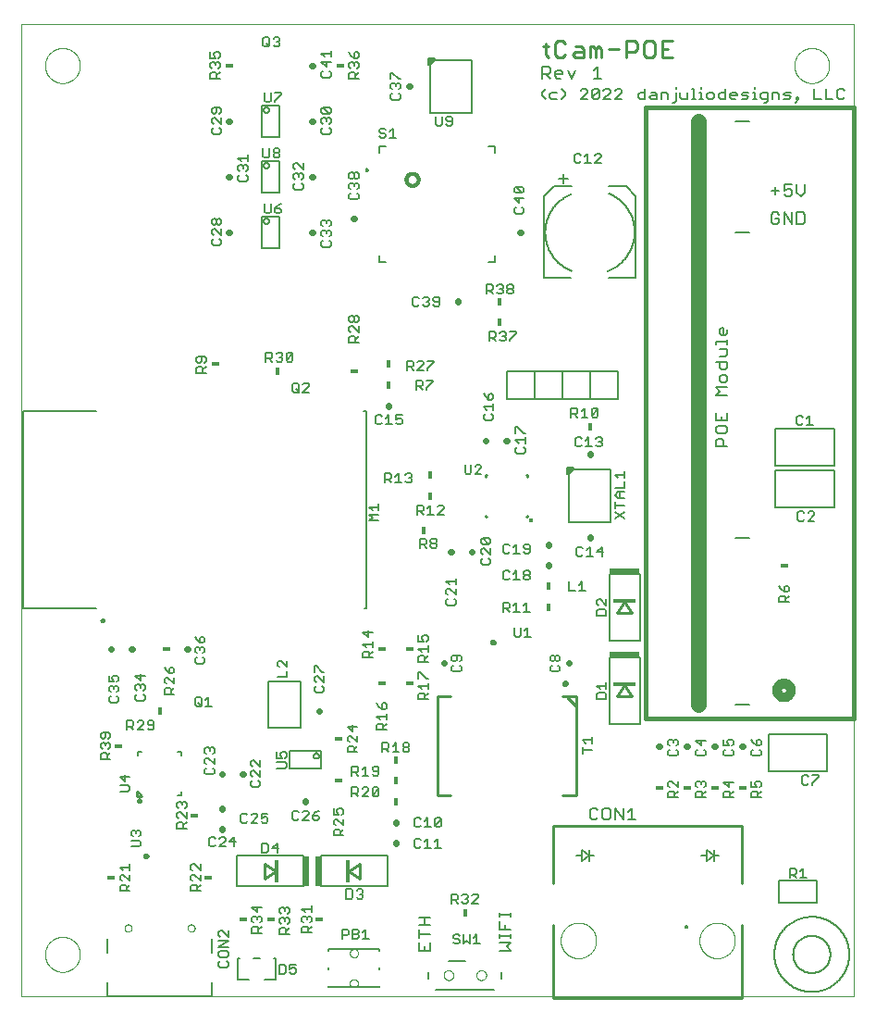
<source format=gto>
G75*
%MOIN*%
%OFA0B0*%
%FSLAX25Y25*%
%IPPOS*%
%LPD*%
%AMOC8*
5,1,8,0,0,1.08239X$1,22.5*
%
%ADD10C,0.00000*%
%ADD11C,0.01600*%
%ADD12C,0.05600*%
%ADD13C,0.01100*%
%ADD14C,0.00800*%
%ADD15C,0.03200*%
%ADD16C,0.00700*%
%ADD17C,0.01200*%
%ADD18C,0.00500*%
%ADD19C,0.00600*%
%ADD20C,0.02200*%
%ADD21C,0.01000*%
%ADD22C,0.00787*%
%ADD23C,0.00806*%
%ADD24R,0.08268X0.01181*%
%ADD25R,0.11024X0.01969*%
%ADD26R,0.01181X0.08268*%
%ADD27R,0.01969X0.11024*%
%ADD28R,0.01800X0.03000*%
%ADD29C,0.00945*%
%ADD30R,0.03000X0.01800*%
%ADD31R,0.01673X0.01772*%
D10*
X0001394Y0011093D02*
X0001394Y0361093D01*
X0301394Y0361093D01*
X0301394Y0011093D01*
X0001394Y0011093D01*
X0010095Y0026093D02*
X0010097Y0026251D01*
X0010103Y0026409D01*
X0010113Y0026567D01*
X0010127Y0026725D01*
X0010145Y0026882D01*
X0010166Y0027039D01*
X0010192Y0027195D01*
X0010222Y0027351D01*
X0010255Y0027506D01*
X0010293Y0027659D01*
X0010334Y0027812D01*
X0010379Y0027964D01*
X0010428Y0028115D01*
X0010481Y0028264D01*
X0010537Y0028412D01*
X0010597Y0028558D01*
X0010661Y0028703D01*
X0010729Y0028846D01*
X0010800Y0028988D01*
X0010874Y0029128D01*
X0010952Y0029265D01*
X0011034Y0029401D01*
X0011118Y0029535D01*
X0011207Y0029666D01*
X0011298Y0029795D01*
X0011393Y0029922D01*
X0011490Y0030047D01*
X0011591Y0030169D01*
X0011695Y0030288D01*
X0011802Y0030405D01*
X0011912Y0030519D01*
X0012025Y0030630D01*
X0012140Y0030739D01*
X0012258Y0030844D01*
X0012379Y0030946D01*
X0012502Y0031046D01*
X0012628Y0031142D01*
X0012756Y0031235D01*
X0012886Y0031325D01*
X0013019Y0031411D01*
X0013154Y0031495D01*
X0013290Y0031574D01*
X0013429Y0031651D01*
X0013570Y0031723D01*
X0013712Y0031793D01*
X0013856Y0031858D01*
X0014002Y0031920D01*
X0014149Y0031978D01*
X0014298Y0032033D01*
X0014448Y0032084D01*
X0014599Y0032131D01*
X0014751Y0032174D01*
X0014904Y0032213D01*
X0015059Y0032249D01*
X0015214Y0032280D01*
X0015370Y0032308D01*
X0015526Y0032332D01*
X0015683Y0032352D01*
X0015841Y0032368D01*
X0015998Y0032380D01*
X0016157Y0032388D01*
X0016315Y0032392D01*
X0016473Y0032392D01*
X0016631Y0032388D01*
X0016790Y0032380D01*
X0016947Y0032368D01*
X0017105Y0032352D01*
X0017262Y0032332D01*
X0017418Y0032308D01*
X0017574Y0032280D01*
X0017729Y0032249D01*
X0017884Y0032213D01*
X0018037Y0032174D01*
X0018189Y0032131D01*
X0018340Y0032084D01*
X0018490Y0032033D01*
X0018639Y0031978D01*
X0018786Y0031920D01*
X0018932Y0031858D01*
X0019076Y0031793D01*
X0019218Y0031723D01*
X0019359Y0031651D01*
X0019498Y0031574D01*
X0019634Y0031495D01*
X0019769Y0031411D01*
X0019902Y0031325D01*
X0020032Y0031235D01*
X0020160Y0031142D01*
X0020286Y0031046D01*
X0020409Y0030946D01*
X0020530Y0030844D01*
X0020648Y0030739D01*
X0020763Y0030630D01*
X0020876Y0030519D01*
X0020986Y0030405D01*
X0021093Y0030288D01*
X0021197Y0030169D01*
X0021298Y0030047D01*
X0021395Y0029922D01*
X0021490Y0029795D01*
X0021581Y0029666D01*
X0021670Y0029535D01*
X0021754Y0029401D01*
X0021836Y0029265D01*
X0021914Y0029128D01*
X0021988Y0028988D01*
X0022059Y0028846D01*
X0022127Y0028703D01*
X0022191Y0028558D01*
X0022251Y0028412D01*
X0022307Y0028264D01*
X0022360Y0028115D01*
X0022409Y0027964D01*
X0022454Y0027812D01*
X0022495Y0027659D01*
X0022533Y0027506D01*
X0022566Y0027351D01*
X0022596Y0027195D01*
X0022622Y0027039D01*
X0022643Y0026882D01*
X0022661Y0026725D01*
X0022675Y0026567D01*
X0022685Y0026409D01*
X0022691Y0026251D01*
X0022693Y0026093D01*
X0022691Y0025935D01*
X0022685Y0025777D01*
X0022675Y0025619D01*
X0022661Y0025461D01*
X0022643Y0025304D01*
X0022622Y0025147D01*
X0022596Y0024991D01*
X0022566Y0024835D01*
X0022533Y0024680D01*
X0022495Y0024527D01*
X0022454Y0024374D01*
X0022409Y0024222D01*
X0022360Y0024071D01*
X0022307Y0023922D01*
X0022251Y0023774D01*
X0022191Y0023628D01*
X0022127Y0023483D01*
X0022059Y0023340D01*
X0021988Y0023198D01*
X0021914Y0023058D01*
X0021836Y0022921D01*
X0021754Y0022785D01*
X0021670Y0022651D01*
X0021581Y0022520D01*
X0021490Y0022391D01*
X0021395Y0022264D01*
X0021298Y0022139D01*
X0021197Y0022017D01*
X0021093Y0021898D01*
X0020986Y0021781D01*
X0020876Y0021667D01*
X0020763Y0021556D01*
X0020648Y0021447D01*
X0020530Y0021342D01*
X0020409Y0021240D01*
X0020286Y0021140D01*
X0020160Y0021044D01*
X0020032Y0020951D01*
X0019902Y0020861D01*
X0019769Y0020775D01*
X0019634Y0020691D01*
X0019498Y0020612D01*
X0019359Y0020535D01*
X0019218Y0020463D01*
X0019076Y0020393D01*
X0018932Y0020328D01*
X0018786Y0020266D01*
X0018639Y0020208D01*
X0018490Y0020153D01*
X0018340Y0020102D01*
X0018189Y0020055D01*
X0018037Y0020012D01*
X0017884Y0019973D01*
X0017729Y0019937D01*
X0017574Y0019906D01*
X0017418Y0019878D01*
X0017262Y0019854D01*
X0017105Y0019834D01*
X0016947Y0019818D01*
X0016790Y0019806D01*
X0016631Y0019798D01*
X0016473Y0019794D01*
X0016315Y0019794D01*
X0016157Y0019798D01*
X0015998Y0019806D01*
X0015841Y0019818D01*
X0015683Y0019834D01*
X0015526Y0019854D01*
X0015370Y0019878D01*
X0015214Y0019906D01*
X0015059Y0019937D01*
X0014904Y0019973D01*
X0014751Y0020012D01*
X0014599Y0020055D01*
X0014448Y0020102D01*
X0014298Y0020153D01*
X0014149Y0020208D01*
X0014002Y0020266D01*
X0013856Y0020328D01*
X0013712Y0020393D01*
X0013570Y0020463D01*
X0013429Y0020535D01*
X0013290Y0020612D01*
X0013154Y0020691D01*
X0013019Y0020775D01*
X0012886Y0020861D01*
X0012756Y0020951D01*
X0012628Y0021044D01*
X0012502Y0021140D01*
X0012379Y0021240D01*
X0012258Y0021342D01*
X0012140Y0021447D01*
X0012025Y0021556D01*
X0011912Y0021667D01*
X0011802Y0021781D01*
X0011695Y0021898D01*
X0011591Y0022017D01*
X0011490Y0022139D01*
X0011393Y0022264D01*
X0011298Y0022391D01*
X0011207Y0022520D01*
X0011118Y0022651D01*
X0011034Y0022785D01*
X0010952Y0022921D01*
X0010874Y0023058D01*
X0010800Y0023198D01*
X0010729Y0023340D01*
X0010661Y0023483D01*
X0010597Y0023628D01*
X0010537Y0023774D01*
X0010481Y0023922D01*
X0010428Y0024071D01*
X0010379Y0024222D01*
X0010334Y0024374D01*
X0010293Y0024527D01*
X0010255Y0024680D01*
X0010222Y0024835D01*
X0010192Y0024991D01*
X0010166Y0025147D01*
X0010145Y0025304D01*
X0010127Y0025461D01*
X0010113Y0025619D01*
X0010103Y0025777D01*
X0010097Y0025935D01*
X0010095Y0026093D01*
X0038736Y0035581D02*
X0038738Y0035652D01*
X0038744Y0035723D01*
X0038754Y0035794D01*
X0038768Y0035863D01*
X0038785Y0035932D01*
X0038807Y0036000D01*
X0038832Y0036067D01*
X0038861Y0036132D01*
X0038893Y0036195D01*
X0038929Y0036257D01*
X0038968Y0036316D01*
X0039011Y0036373D01*
X0039056Y0036428D01*
X0039105Y0036480D01*
X0039156Y0036529D01*
X0039210Y0036575D01*
X0039267Y0036619D01*
X0039325Y0036659D01*
X0039386Y0036695D01*
X0039449Y0036729D01*
X0039514Y0036758D01*
X0039580Y0036784D01*
X0039648Y0036807D01*
X0039716Y0036825D01*
X0039786Y0036840D01*
X0039856Y0036851D01*
X0039927Y0036858D01*
X0039998Y0036861D01*
X0040069Y0036860D01*
X0040140Y0036855D01*
X0040211Y0036846D01*
X0040281Y0036833D01*
X0040350Y0036817D01*
X0040418Y0036796D01*
X0040485Y0036772D01*
X0040551Y0036744D01*
X0040614Y0036712D01*
X0040676Y0036677D01*
X0040736Y0036639D01*
X0040794Y0036597D01*
X0040849Y0036553D01*
X0040902Y0036505D01*
X0040952Y0036454D01*
X0040999Y0036401D01*
X0041043Y0036345D01*
X0041084Y0036287D01*
X0041122Y0036226D01*
X0041156Y0036164D01*
X0041186Y0036099D01*
X0041213Y0036034D01*
X0041237Y0035966D01*
X0041256Y0035898D01*
X0041272Y0035829D01*
X0041284Y0035758D01*
X0041292Y0035688D01*
X0041296Y0035617D01*
X0041296Y0035545D01*
X0041292Y0035474D01*
X0041284Y0035404D01*
X0041272Y0035333D01*
X0041256Y0035264D01*
X0041237Y0035196D01*
X0041213Y0035128D01*
X0041186Y0035063D01*
X0041156Y0034998D01*
X0041122Y0034936D01*
X0041084Y0034875D01*
X0041043Y0034817D01*
X0040999Y0034761D01*
X0040952Y0034708D01*
X0040902Y0034657D01*
X0040849Y0034609D01*
X0040794Y0034565D01*
X0040736Y0034523D01*
X0040676Y0034485D01*
X0040614Y0034450D01*
X0040551Y0034418D01*
X0040485Y0034390D01*
X0040418Y0034366D01*
X0040350Y0034345D01*
X0040281Y0034329D01*
X0040211Y0034316D01*
X0040140Y0034307D01*
X0040069Y0034302D01*
X0039998Y0034301D01*
X0039927Y0034304D01*
X0039856Y0034311D01*
X0039786Y0034322D01*
X0039716Y0034337D01*
X0039648Y0034355D01*
X0039580Y0034378D01*
X0039514Y0034404D01*
X0039449Y0034433D01*
X0039386Y0034467D01*
X0039325Y0034503D01*
X0039267Y0034543D01*
X0039210Y0034587D01*
X0039156Y0034633D01*
X0039105Y0034682D01*
X0039056Y0034734D01*
X0039011Y0034789D01*
X0038968Y0034846D01*
X0038929Y0034905D01*
X0038893Y0034967D01*
X0038861Y0035030D01*
X0038832Y0035095D01*
X0038807Y0035162D01*
X0038785Y0035230D01*
X0038768Y0035299D01*
X0038754Y0035368D01*
X0038744Y0035439D01*
X0038738Y0035510D01*
X0038736Y0035581D01*
X0061492Y0035581D02*
X0061494Y0035652D01*
X0061500Y0035723D01*
X0061510Y0035794D01*
X0061524Y0035863D01*
X0061541Y0035932D01*
X0061563Y0036000D01*
X0061588Y0036067D01*
X0061617Y0036132D01*
X0061649Y0036195D01*
X0061685Y0036257D01*
X0061724Y0036316D01*
X0061767Y0036373D01*
X0061812Y0036428D01*
X0061861Y0036480D01*
X0061912Y0036529D01*
X0061966Y0036575D01*
X0062023Y0036619D01*
X0062081Y0036659D01*
X0062142Y0036695D01*
X0062205Y0036729D01*
X0062270Y0036758D01*
X0062336Y0036784D01*
X0062404Y0036807D01*
X0062472Y0036825D01*
X0062542Y0036840D01*
X0062612Y0036851D01*
X0062683Y0036858D01*
X0062754Y0036861D01*
X0062825Y0036860D01*
X0062896Y0036855D01*
X0062967Y0036846D01*
X0063037Y0036833D01*
X0063106Y0036817D01*
X0063174Y0036796D01*
X0063241Y0036772D01*
X0063307Y0036744D01*
X0063370Y0036712D01*
X0063432Y0036677D01*
X0063492Y0036639D01*
X0063550Y0036597D01*
X0063605Y0036553D01*
X0063658Y0036505D01*
X0063708Y0036454D01*
X0063755Y0036401D01*
X0063799Y0036345D01*
X0063840Y0036287D01*
X0063878Y0036226D01*
X0063912Y0036164D01*
X0063942Y0036099D01*
X0063969Y0036034D01*
X0063993Y0035966D01*
X0064012Y0035898D01*
X0064028Y0035829D01*
X0064040Y0035758D01*
X0064048Y0035688D01*
X0064052Y0035617D01*
X0064052Y0035545D01*
X0064048Y0035474D01*
X0064040Y0035404D01*
X0064028Y0035333D01*
X0064012Y0035264D01*
X0063993Y0035196D01*
X0063969Y0035128D01*
X0063942Y0035063D01*
X0063912Y0034998D01*
X0063878Y0034936D01*
X0063840Y0034875D01*
X0063799Y0034817D01*
X0063755Y0034761D01*
X0063708Y0034708D01*
X0063658Y0034657D01*
X0063605Y0034609D01*
X0063550Y0034565D01*
X0063492Y0034523D01*
X0063432Y0034485D01*
X0063370Y0034450D01*
X0063307Y0034418D01*
X0063241Y0034390D01*
X0063174Y0034366D01*
X0063106Y0034345D01*
X0063037Y0034329D01*
X0062967Y0034316D01*
X0062896Y0034307D01*
X0062825Y0034302D01*
X0062754Y0034301D01*
X0062683Y0034304D01*
X0062612Y0034311D01*
X0062542Y0034322D01*
X0062472Y0034337D01*
X0062404Y0034355D01*
X0062336Y0034378D01*
X0062270Y0034404D01*
X0062205Y0034433D01*
X0062142Y0034467D01*
X0062081Y0034503D01*
X0062023Y0034543D01*
X0061966Y0034587D01*
X0061912Y0034633D01*
X0061861Y0034682D01*
X0061812Y0034734D01*
X0061767Y0034789D01*
X0061724Y0034846D01*
X0061685Y0034905D01*
X0061649Y0034967D01*
X0061617Y0035030D01*
X0061588Y0035095D01*
X0061563Y0035162D01*
X0061541Y0035230D01*
X0061524Y0035299D01*
X0061510Y0035368D01*
X0061500Y0035439D01*
X0061494Y0035510D01*
X0061492Y0035581D01*
X0119918Y0026506D02*
X0119920Y0026583D01*
X0119926Y0026659D01*
X0119936Y0026735D01*
X0119950Y0026810D01*
X0119967Y0026885D01*
X0119989Y0026958D01*
X0120014Y0027031D01*
X0120044Y0027102D01*
X0120076Y0027171D01*
X0120113Y0027238D01*
X0120152Y0027304D01*
X0120195Y0027367D01*
X0120242Y0027428D01*
X0120291Y0027487D01*
X0120344Y0027543D01*
X0120399Y0027596D01*
X0120457Y0027646D01*
X0120517Y0027693D01*
X0120580Y0027737D01*
X0120645Y0027778D01*
X0120712Y0027815D01*
X0120781Y0027849D01*
X0120851Y0027879D01*
X0120923Y0027905D01*
X0120997Y0027927D01*
X0121071Y0027946D01*
X0121146Y0027961D01*
X0121222Y0027972D01*
X0121298Y0027979D01*
X0121375Y0027982D01*
X0121451Y0027981D01*
X0121528Y0027976D01*
X0121604Y0027967D01*
X0121680Y0027954D01*
X0121754Y0027937D01*
X0121828Y0027917D01*
X0121901Y0027892D01*
X0121972Y0027864D01*
X0122042Y0027832D01*
X0122110Y0027797D01*
X0122176Y0027758D01*
X0122240Y0027716D01*
X0122301Y0027670D01*
X0122361Y0027621D01*
X0122417Y0027570D01*
X0122471Y0027515D01*
X0122522Y0027458D01*
X0122570Y0027398D01*
X0122615Y0027336D01*
X0122656Y0027271D01*
X0122694Y0027205D01*
X0122729Y0027137D01*
X0122759Y0027066D01*
X0122787Y0026995D01*
X0122810Y0026922D01*
X0122830Y0026848D01*
X0122846Y0026773D01*
X0122858Y0026697D01*
X0122866Y0026621D01*
X0122870Y0026544D01*
X0122870Y0026468D01*
X0122866Y0026391D01*
X0122858Y0026315D01*
X0122846Y0026239D01*
X0122830Y0026164D01*
X0122810Y0026090D01*
X0122787Y0026017D01*
X0122759Y0025946D01*
X0122729Y0025875D01*
X0122694Y0025807D01*
X0122656Y0025741D01*
X0122615Y0025676D01*
X0122570Y0025614D01*
X0122522Y0025554D01*
X0122471Y0025497D01*
X0122417Y0025442D01*
X0122361Y0025391D01*
X0122301Y0025342D01*
X0122240Y0025296D01*
X0122176Y0025254D01*
X0122110Y0025215D01*
X0122042Y0025180D01*
X0121972Y0025148D01*
X0121901Y0025120D01*
X0121828Y0025095D01*
X0121754Y0025075D01*
X0121680Y0025058D01*
X0121604Y0025045D01*
X0121528Y0025036D01*
X0121451Y0025031D01*
X0121375Y0025030D01*
X0121298Y0025033D01*
X0121222Y0025040D01*
X0121146Y0025051D01*
X0121071Y0025066D01*
X0120997Y0025085D01*
X0120923Y0025107D01*
X0120851Y0025133D01*
X0120781Y0025163D01*
X0120712Y0025197D01*
X0120645Y0025234D01*
X0120580Y0025275D01*
X0120517Y0025319D01*
X0120457Y0025366D01*
X0120399Y0025416D01*
X0120344Y0025469D01*
X0120291Y0025525D01*
X0120242Y0025584D01*
X0120195Y0025645D01*
X0120152Y0025708D01*
X0120113Y0025774D01*
X0120076Y0025841D01*
X0120044Y0025910D01*
X0120014Y0025981D01*
X0119989Y0026054D01*
X0119967Y0026127D01*
X0119950Y0026202D01*
X0119936Y0026277D01*
X0119926Y0026353D01*
X0119920Y0026429D01*
X0119918Y0026506D01*
X0119918Y0015680D02*
X0119920Y0015757D01*
X0119926Y0015833D01*
X0119936Y0015909D01*
X0119950Y0015984D01*
X0119967Y0016059D01*
X0119989Y0016132D01*
X0120014Y0016205D01*
X0120044Y0016276D01*
X0120076Y0016345D01*
X0120113Y0016412D01*
X0120152Y0016478D01*
X0120195Y0016541D01*
X0120242Y0016602D01*
X0120291Y0016661D01*
X0120344Y0016717D01*
X0120399Y0016770D01*
X0120457Y0016820D01*
X0120517Y0016867D01*
X0120580Y0016911D01*
X0120645Y0016952D01*
X0120712Y0016989D01*
X0120781Y0017023D01*
X0120851Y0017053D01*
X0120923Y0017079D01*
X0120997Y0017101D01*
X0121071Y0017120D01*
X0121146Y0017135D01*
X0121222Y0017146D01*
X0121298Y0017153D01*
X0121375Y0017156D01*
X0121451Y0017155D01*
X0121528Y0017150D01*
X0121604Y0017141D01*
X0121680Y0017128D01*
X0121754Y0017111D01*
X0121828Y0017091D01*
X0121901Y0017066D01*
X0121972Y0017038D01*
X0122042Y0017006D01*
X0122110Y0016971D01*
X0122176Y0016932D01*
X0122240Y0016890D01*
X0122301Y0016844D01*
X0122361Y0016795D01*
X0122417Y0016744D01*
X0122471Y0016689D01*
X0122522Y0016632D01*
X0122570Y0016572D01*
X0122615Y0016510D01*
X0122656Y0016445D01*
X0122694Y0016379D01*
X0122729Y0016311D01*
X0122759Y0016240D01*
X0122787Y0016169D01*
X0122810Y0016096D01*
X0122830Y0016022D01*
X0122846Y0015947D01*
X0122858Y0015871D01*
X0122866Y0015795D01*
X0122870Y0015718D01*
X0122870Y0015642D01*
X0122866Y0015565D01*
X0122858Y0015489D01*
X0122846Y0015413D01*
X0122830Y0015338D01*
X0122810Y0015264D01*
X0122787Y0015191D01*
X0122759Y0015120D01*
X0122729Y0015049D01*
X0122694Y0014981D01*
X0122656Y0014915D01*
X0122615Y0014850D01*
X0122570Y0014788D01*
X0122522Y0014728D01*
X0122471Y0014671D01*
X0122417Y0014616D01*
X0122361Y0014565D01*
X0122301Y0014516D01*
X0122240Y0014470D01*
X0122176Y0014428D01*
X0122110Y0014389D01*
X0122042Y0014354D01*
X0121972Y0014322D01*
X0121901Y0014294D01*
X0121828Y0014269D01*
X0121754Y0014249D01*
X0121680Y0014232D01*
X0121604Y0014219D01*
X0121528Y0014210D01*
X0121451Y0014205D01*
X0121375Y0014204D01*
X0121298Y0014207D01*
X0121222Y0014214D01*
X0121146Y0014225D01*
X0121071Y0014240D01*
X0120997Y0014259D01*
X0120923Y0014281D01*
X0120851Y0014307D01*
X0120781Y0014337D01*
X0120712Y0014371D01*
X0120645Y0014408D01*
X0120580Y0014449D01*
X0120517Y0014493D01*
X0120457Y0014540D01*
X0120399Y0014590D01*
X0120344Y0014643D01*
X0120291Y0014699D01*
X0120242Y0014758D01*
X0120195Y0014819D01*
X0120152Y0014882D01*
X0120113Y0014948D01*
X0120076Y0015015D01*
X0120044Y0015084D01*
X0120014Y0015155D01*
X0119989Y0015228D01*
X0119967Y0015301D01*
X0119950Y0015376D01*
X0119936Y0015451D01*
X0119926Y0015527D01*
X0119920Y0015603D01*
X0119918Y0015680D01*
X0153716Y0018593D02*
X0153718Y0018677D01*
X0153724Y0018760D01*
X0153734Y0018843D01*
X0153748Y0018926D01*
X0153765Y0019008D01*
X0153787Y0019089D01*
X0153812Y0019168D01*
X0153841Y0019247D01*
X0153874Y0019324D01*
X0153910Y0019399D01*
X0153950Y0019473D01*
X0153993Y0019545D01*
X0154040Y0019614D01*
X0154090Y0019681D01*
X0154143Y0019746D01*
X0154199Y0019808D01*
X0154257Y0019868D01*
X0154319Y0019925D01*
X0154383Y0019978D01*
X0154450Y0020029D01*
X0154519Y0020076D01*
X0154590Y0020121D01*
X0154663Y0020161D01*
X0154738Y0020198D01*
X0154815Y0020232D01*
X0154893Y0020262D01*
X0154972Y0020288D01*
X0155053Y0020311D01*
X0155135Y0020329D01*
X0155217Y0020344D01*
X0155300Y0020355D01*
X0155383Y0020362D01*
X0155467Y0020365D01*
X0155551Y0020364D01*
X0155634Y0020359D01*
X0155718Y0020350D01*
X0155800Y0020337D01*
X0155882Y0020321D01*
X0155963Y0020300D01*
X0156044Y0020276D01*
X0156122Y0020248D01*
X0156200Y0020216D01*
X0156276Y0020180D01*
X0156350Y0020141D01*
X0156422Y0020099D01*
X0156492Y0020053D01*
X0156560Y0020004D01*
X0156625Y0019952D01*
X0156688Y0019897D01*
X0156748Y0019839D01*
X0156806Y0019778D01*
X0156860Y0019714D01*
X0156912Y0019648D01*
X0156960Y0019580D01*
X0157005Y0019509D01*
X0157046Y0019436D01*
X0157085Y0019362D01*
X0157119Y0019286D01*
X0157150Y0019208D01*
X0157177Y0019129D01*
X0157201Y0019048D01*
X0157220Y0018967D01*
X0157236Y0018885D01*
X0157248Y0018802D01*
X0157256Y0018718D01*
X0157260Y0018635D01*
X0157260Y0018551D01*
X0157256Y0018468D01*
X0157248Y0018384D01*
X0157236Y0018301D01*
X0157220Y0018219D01*
X0157201Y0018138D01*
X0157177Y0018057D01*
X0157150Y0017978D01*
X0157119Y0017900D01*
X0157085Y0017824D01*
X0157046Y0017750D01*
X0157005Y0017677D01*
X0156960Y0017606D01*
X0156912Y0017538D01*
X0156860Y0017472D01*
X0156806Y0017408D01*
X0156748Y0017347D01*
X0156688Y0017289D01*
X0156625Y0017234D01*
X0156560Y0017182D01*
X0156492Y0017133D01*
X0156422Y0017087D01*
X0156350Y0017045D01*
X0156276Y0017006D01*
X0156200Y0016970D01*
X0156122Y0016938D01*
X0156044Y0016910D01*
X0155963Y0016886D01*
X0155882Y0016865D01*
X0155800Y0016849D01*
X0155718Y0016836D01*
X0155634Y0016827D01*
X0155551Y0016822D01*
X0155467Y0016821D01*
X0155383Y0016824D01*
X0155300Y0016831D01*
X0155217Y0016842D01*
X0155135Y0016857D01*
X0155053Y0016875D01*
X0154972Y0016898D01*
X0154893Y0016924D01*
X0154815Y0016954D01*
X0154738Y0016988D01*
X0154663Y0017025D01*
X0154590Y0017065D01*
X0154519Y0017110D01*
X0154450Y0017157D01*
X0154383Y0017208D01*
X0154319Y0017261D01*
X0154257Y0017318D01*
X0154199Y0017378D01*
X0154143Y0017440D01*
X0154090Y0017505D01*
X0154040Y0017572D01*
X0153993Y0017641D01*
X0153950Y0017713D01*
X0153910Y0017787D01*
X0153874Y0017862D01*
X0153841Y0017939D01*
X0153812Y0018018D01*
X0153787Y0018097D01*
X0153765Y0018178D01*
X0153748Y0018260D01*
X0153734Y0018343D01*
X0153724Y0018426D01*
X0153718Y0018509D01*
X0153716Y0018593D01*
X0165527Y0018593D02*
X0165529Y0018677D01*
X0165535Y0018760D01*
X0165545Y0018843D01*
X0165559Y0018926D01*
X0165576Y0019008D01*
X0165598Y0019089D01*
X0165623Y0019168D01*
X0165652Y0019247D01*
X0165685Y0019324D01*
X0165721Y0019399D01*
X0165761Y0019473D01*
X0165804Y0019545D01*
X0165851Y0019614D01*
X0165901Y0019681D01*
X0165954Y0019746D01*
X0166010Y0019808D01*
X0166068Y0019868D01*
X0166130Y0019925D01*
X0166194Y0019978D01*
X0166261Y0020029D01*
X0166330Y0020076D01*
X0166401Y0020121D01*
X0166474Y0020161D01*
X0166549Y0020198D01*
X0166626Y0020232D01*
X0166704Y0020262D01*
X0166783Y0020288D01*
X0166864Y0020311D01*
X0166946Y0020329D01*
X0167028Y0020344D01*
X0167111Y0020355D01*
X0167194Y0020362D01*
X0167278Y0020365D01*
X0167362Y0020364D01*
X0167445Y0020359D01*
X0167529Y0020350D01*
X0167611Y0020337D01*
X0167693Y0020321D01*
X0167774Y0020300D01*
X0167855Y0020276D01*
X0167933Y0020248D01*
X0168011Y0020216D01*
X0168087Y0020180D01*
X0168161Y0020141D01*
X0168233Y0020099D01*
X0168303Y0020053D01*
X0168371Y0020004D01*
X0168436Y0019952D01*
X0168499Y0019897D01*
X0168559Y0019839D01*
X0168617Y0019778D01*
X0168671Y0019714D01*
X0168723Y0019648D01*
X0168771Y0019580D01*
X0168816Y0019509D01*
X0168857Y0019436D01*
X0168896Y0019362D01*
X0168930Y0019286D01*
X0168961Y0019208D01*
X0168988Y0019129D01*
X0169012Y0019048D01*
X0169031Y0018967D01*
X0169047Y0018885D01*
X0169059Y0018802D01*
X0169067Y0018718D01*
X0169071Y0018635D01*
X0169071Y0018551D01*
X0169067Y0018468D01*
X0169059Y0018384D01*
X0169047Y0018301D01*
X0169031Y0018219D01*
X0169012Y0018138D01*
X0168988Y0018057D01*
X0168961Y0017978D01*
X0168930Y0017900D01*
X0168896Y0017824D01*
X0168857Y0017750D01*
X0168816Y0017677D01*
X0168771Y0017606D01*
X0168723Y0017538D01*
X0168671Y0017472D01*
X0168617Y0017408D01*
X0168559Y0017347D01*
X0168499Y0017289D01*
X0168436Y0017234D01*
X0168371Y0017182D01*
X0168303Y0017133D01*
X0168233Y0017087D01*
X0168161Y0017045D01*
X0168087Y0017006D01*
X0168011Y0016970D01*
X0167933Y0016938D01*
X0167855Y0016910D01*
X0167774Y0016886D01*
X0167693Y0016865D01*
X0167611Y0016849D01*
X0167529Y0016836D01*
X0167445Y0016827D01*
X0167362Y0016822D01*
X0167278Y0016821D01*
X0167194Y0016824D01*
X0167111Y0016831D01*
X0167028Y0016842D01*
X0166946Y0016857D01*
X0166864Y0016875D01*
X0166783Y0016898D01*
X0166704Y0016924D01*
X0166626Y0016954D01*
X0166549Y0016988D01*
X0166474Y0017025D01*
X0166401Y0017065D01*
X0166330Y0017110D01*
X0166261Y0017157D01*
X0166194Y0017208D01*
X0166130Y0017261D01*
X0166068Y0017318D01*
X0166010Y0017378D01*
X0165954Y0017440D01*
X0165901Y0017505D01*
X0165851Y0017572D01*
X0165804Y0017641D01*
X0165761Y0017713D01*
X0165721Y0017787D01*
X0165685Y0017862D01*
X0165652Y0017939D01*
X0165623Y0018018D01*
X0165598Y0018097D01*
X0165576Y0018178D01*
X0165559Y0018260D01*
X0165545Y0018343D01*
X0165535Y0018426D01*
X0165529Y0018509D01*
X0165527Y0018593D01*
X0195901Y0031093D02*
X0195903Y0031253D01*
X0195909Y0031412D01*
X0195919Y0031571D01*
X0195933Y0031730D01*
X0195951Y0031889D01*
X0195972Y0032047D01*
X0195998Y0032204D01*
X0196028Y0032361D01*
X0196061Y0032517D01*
X0196099Y0032672D01*
X0196140Y0032826D01*
X0196185Y0032979D01*
X0196234Y0033131D01*
X0196287Y0033281D01*
X0196343Y0033430D01*
X0196403Y0033578D01*
X0196467Y0033724D01*
X0196535Y0033869D01*
X0196606Y0034012D01*
X0196680Y0034153D01*
X0196758Y0034292D01*
X0196840Y0034429D01*
X0196925Y0034564D01*
X0197013Y0034697D01*
X0197104Y0034828D01*
X0197199Y0034956D01*
X0197297Y0035082D01*
X0197398Y0035206D01*
X0197502Y0035326D01*
X0197609Y0035445D01*
X0197719Y0035560D01*
X0197832Y0035673D01*
X0197947Y0035783D01*
X0198066Y0035890D01*
X0198186Y0035994D01*
X0198310Y0036095D01*
X0198436Y0036193D01*
X0198564Y0036288D01*
X0198695Y0036379D01*
X0198828Y0036467D01*
X0198963Y0036552D01*
X0199100Y0036634D01*
X0199239Y0036712D01*
X0199380Y0036786D01*
X0199523Y0036857D01*
X0199668Y0036925D01*
X0199814Y0036989D01*
X0199962Y0037049D01*
X0200111Y0037105D01*
X0200261Y0037158D01*
X0200413Y0037207D01*
X0200566Y0037252D01*
X0200720Y0037293D01*
X0200875Y0037331D01*
X0201031Y0037364D01*
X0201188Y0037394D01*
X0201345Y0037420D01*
X0201503Y0037441D01*
X0201662Y0037459D01*
X0201821Y0037473D01*
X0201980Y0037483D01*
X0202139Y0037489D01*
X0202299Y0037491D01*
X0202459Y0037489D01*
X0202618Y0037483D01*
X0202777Y0037473D01*
X0202936Y0037459D01*
X0203095Y0037441D01*
X0203253Y0037420D01*
X0203410Y0037394D01*
X0203567Y0037364D01*
X0203723Y0037331D01*
X0203878Y0037293D01*
X0204032Y0037252D01*
X0204185Y0037207D01*
X0204337Y0037158D01*
X0204487Y0037105D01*
X0204636Y0037049D01*
X0204784Y0036989D01*
X0204930Y0036925D01*
X0205075Y0036857D01*
X0205218Y0036786D01*
X0205359Y0036712D01*
X0205498Y0036634D01*
X0205635Y0036552D01*
X0205770Y0036467D01*
X0205903Y0036379D01*
X0206034Y0036288D01*
X0206162Y0036193D01*
X0206288Y0036095D01*
X0206412Y0035994D01*
X0206532Y0035890D01*
X0206651Y0035783D01*
X0206766Y0035673D01*
X0206879Y0035560D01*
X0206989Y0035445D01*
X0207096Y0035326D01*
X0207200Y0035206D01*
X0207301Y0035082D01*
X0207399Y0034956D01*
X0207494Y0034828D01*
X0207585Y0034697D01*
X0207673Y0034564D01*
X0207758Y0034429D01*
X0207840Y0034292D01*
X0207918Y0034153D01*
X0207992Y0034012D01*
X0208063Y0033869D01*
X0208131Y0033724D01*
X0208195Y0033578D01*
X0208255Y0033430D01*
X0208311Y0033281D01*
X0208364Y0033131D01*
X0208413Y0032979D01*
X0208458Y0032826D01*
X0208499Y0032672D01*
X0208537Y0032517D01*
X0208570Y0032361D01*
X0208600Y0032204D01*
X0208626Y0032047D01*
X0208647Y0031889D01*
X0208665Y0031730D01*
X0208679Y0031571D01*
X0208689Y0031412D01*
X0208695Y0031253D01*
X0208697Y0031093D01*
X0208695Y0030933D01*
X0208689Y0030774D01*
X0208679Y0030615D01*
X0208665Y0030456D01*
X0208647Y0030297D01*
X0208626Y0030139D01*
X0208600Y0029982D01*
X0208570Y0029825D01*
X0208537Y0029669D01*
X0208499Y0029514D01*
X0208458Y0029360D01*
X0208413Y0029207D01*
X0208364Y0029055D01*
X0208311Y0028905D01*
X0208255Y0028756D01*
X0208195Y0028608D01*
X0208131Y0028462D01*
X0208063Y0028317D01*
X0207992Y0028174D01*
X0207918Y0028033D01*
X0207840Y0027894D01*
X0207758Y0027757D01*
X0207673Y0027622D01*
X0207585Y0027489D01*
X0207494Y0027358D01*
X0207399Y0027230D01*
X0207301Y0027104D01*
X0207200Y0026980D01*
X0207096Y0026860D01*
X0206989Y0026741D01*
X0206879Y0026626D01*
X0206766Y0026513D01*
X0206651Y0026403D01*
X0206532Y0026296D01*
X0206412Y0026192D01*
X0206288Y0026091D01*
X0206162Y0025993D01*
X0206034Y0025898D01*
X0205903Y0025807D01*
X0205770Y0025719D01*
X0205635Y0025634D01*
X0205498Y0025552D01*
X0205359Y0025474D01*
X0205218Y0025400D01*
X0205075Y0025329D01*
X0204930Y0025261D01*
X0204784Y0025197D01*
X0204636Y0025137D01*
X0204487Y0025081D01*
X0204337Y0025028D01*
X0204185Y0024979D01*
X0204032Y0024934D01*
X0203878Y0024893D01*
X0203723Y0024855D01*
X0203567Y0024822D01*
X0203410Y0024792D01*
X0203253Y0024766D01*
X0203095Y0024745D01*
X0202936Y0024727D01*
X0202777Y0024713D01*
X0202618Y0024703D01*
X0202459Y0024697D01*
X0202299Y0024695D01*
X0202139Y0024697D01*
X0201980Y0024703D01*
X0201821Y0024713D01*
X0201662Y0024727D01*
X0201503Y0024745D01*
X0201345Y0024766D01*
X0201188Y0024792D01*
X0201031Y0024822D01*
X0200875Y0024855D01*
X0200720Y0024893D01*
X0200566Y0024934D01*
X0200413Y0024979D01*
X0200261Y0025028D01*
X0200111Y0025081D01*
X0199962Y0025137D01*
X0199814Y0025197D01*
X0199668Y0025261D01*
X0199523Y0025329D01*
X0199380Y0025400D01*
X0199239Y0025474D01*
X0199100Y0025552D01*
X0198963Y0025634D01*
X0198828Y0025719D01*
X0198695Y0025807D01*
X0198564Y0025898D01*
X0198436Y0025993D01*
X0198310Y0026091D01*
X0198186Y0026192D01*
X0198066Y0026296D01*
X0197947Y0026403D01*
X0197832Y0026513D01*
X0197719Y0026626D01*
X0197609Y0026741D01*
X0197502Y0026860D01*
X0197398Y0026980D01*
X0197297Y0027104D01*
X0197199Y0027230D01*
X0197104Y0027358D01*
X0197013Y0027489D01*
X0196925Y0027622D01*
X0196840Y0027757D01*
X0196758Y0027894D01*
X0196680Y0028033D01*
X0196606Y0028174D01*
X0196535Y0028317D01*
X0196467Y0028462D01*
X0196403Y0028608D01*
X0196343Y0028756D01*
X0196287Y0028905D01*
X0196234Y0029055D01*
X0196185Y0029207D01*
X0196140Y0029360D01*
X0196099Y0029514D01*
X0196061Y0029669D01*
X0196028Y0029825D01*
X0195998Y0029982D01*
X0195972Y0030139D01*
X0195951Y0030297D01*
X0195933Y0030456D01*
X0195919Y0030615D01*
X0195909Y0030774D01*
X0195903Y0030933D01*
X0195901Y0031093D01*
X0245901Y0031093D02*
X0245903Y0031253D01*
X0245909Y0031412D01*
X0245919Y0031571D01*
X0245933Y0031730D01*
X0245951Y0031889D01*
X0245972Y0032047D01*
X0245998Y0032204D01*
X0246028Y0032361D01*
X0246061Y0032517D01*
X0246099Y0032672D01*
X0246140Y0032826D01*
X0246185Y0032979D01*
X0246234Y0033131D01*
X0246287Y0033281D01*
X0246343Y0033430D01*
X0246403Y0033578D01*
X0246467Y0033724D01*
X0246535Y0033869D01*
X0246606Y0034012D01*
X0246680Y0034153D01*
X0246758Y0034292D01*
X0246840Y0034429D01*
X0246925Y0034564D01*
X0247013Y0034697D01*
X0247104Y0034828D01*
X0247199Y0034956D01*
X0247297Y0035082D01*
X0247398Y0035206D01*
X0247502Y0035326D01*
X0247609Y0035445D01*
X0247719Y0035560D01*
X0247832Y0035673D01*
X0247947Y0035783D01*
X0248066Y0035890D01*
X0248186Y0035994D01*
X0248310Y0036095D01*
X0248436Y0036193D01*
X0248564Y0036288D01*
X0248695Y0036379D01*
X0248828Y0036467D01*
X0248963Y0036552D01*
X0249100Y0036634D01*
X0249239Y0036712D01*
X0249380Y0036786D01*
X0249523Y0036857D01*
X0249668Y0036925D01*
X0249814Y0036989D01*
X0249962Y0037049D01*
X0250111Y0037105D01*
X0250261Y0037158D01*
X0250413Y0037207D01*
X0250566Y0037252D01*
X0250720Y0037293D01*
X0250875Y0037331D01*
X0251031Y0037364D01*
X0251188Y0037394D01*
X0251345Y0037420D01*
X0251503Y0037441D01*
X0251662Y0037459D01*
X0251821Y0037473D01*
X0251980Y0037483D01*
X0252139Y0037489D01*
X0252299Y0037491D01*
X0252459Y0037489D01*
X0252618Y0037483D01*
X0252777Y0037473D01*
X0252936Y0037459D01*
X0253095Y0037441D01*
X0253253Y0037420D01*
X0253410Y0037394D01*
X0253567Y0037364D01*
X0253723Y0037331D01*
X0253878Y0037293D01*
X0254032Y0037252D01*
X0254185Y0037207D01*
X0254337Y0037158D01*
X0254487Y0037105D01*
X0254636Y0037049D01*
X0254784Y0036989D01*
X0254930Y0036925D01*
X0255075Y0036857D01*
X0255218Y0036786D01*
X0255359Y0036712D01*
X0255498Y0036634D01*
X0255635Y0036552D01*
X0255770Y0036467D01*
X0255903Y0036379D01*
X0256034Y0036288D01*
X0256162Y0036193D01*
X0256288Y0036095D01*
X0256412Y0035994D01*
X0256532Y0035890D01*
X0256651Y0035783D01*
X0256766Y0035673D01*
X0256879Y0035560D01*
X0256989Y0035445D01*
X0257096Y0035326D01*
X0257200Y0035206D01*
X0257301Y0035082D01*
X0257399Y0034956D01*
X0257494Y0034828D01*
X0257585Y0034697D01*
X0257673Y0034564D01*
X0257758Y0034429D01*
X0257840Y0034292D01*
X0257918Y0034153D01*
X0257992Y0034012D01*
X0258063Y0033869D01*
X0258131Y0033724D01*
X0258195Y0033578D01*
X0258255Y0033430D01*
X0258311Y0033281D01*
X0258364Y0033131D01*
X0258413Y0032979D01*
X0258458Y0032826D01*
X0258499Y0032672D01*
X0258537Y0032517D01*
X0258570Y0032361D01*
X0258600Y0032204D01*
X0258626Y0032047D01*
X0258647Y0031889D01*
X0258665Y0031730D01*
X0258679Y0031571D01*
X0258689Y0031412D01*
X0258695Y0031253D01*
X0258697Y0031093D01*
X0258695Y0030933D01*
X0258689Y0030774D01*
X0258679Y0030615D01*
X0258665Y0030456D01*
X0258647Y0030297D01*
X0258626Y0030139D01*
X0258600Y0029982D01*
X0258570Y0029825D01*
X0258537Y0029669D01*
X0258499Y0029514D01*
X0258458Y0029360D01*
X0258413Y0029207D01*
X0258364Y0029055D01*
X0258311Y0028905D01*
X0258255Y0028756D01*
X0258195Y0028608D01*
X0258131Y0028462D01*
X0258063Y0028317D01*
X0257992Y0028174D01*
X0257918Y0028033D01*
X0257840Y0027894D01*
X0257758Y0027757D01*
X0257673Y0027622D01*
X0257585Y0027489D01*
X0257494Y0027358D01*
X0257399Y0027230D01*
X0257301Y0027104D01*
X0257200Y0026980D01*
X0257096Y0026860D01*
X0256989Y0026741D01*
X0256879Y0026626D01*
X0256766Y0026513D01*
X0256651Y0026403D01*
X0256532Y0026296D01*
X0256412Y0026192D01*
X0256288Y0026091D01*
X0256162Y0025993D01*
X0256034Y0025898D01*
X0255903Y0025807D01*
X0255770Y0025719D01*
X0255635Y0025634D01*
X0255498Y0025552D01*
X0255359Y0025474D01*
X0255218Y0025400D01*
X0255075Y0025329D01*
X0254930Y0025261D01*
X0254784Y0025197D01*
X0254636Y0025137D01*
X0254487Y0025081D01*
X0254337Y0025028D01*
X0254185Y0024979D01*
X0254032Y0024934D01*
X0253878Y0024893D01*
X0253723Y0024855D01*
X0253567Y0024822D01*
X0253410Y0024792D01*
X0253253Y0024766D01*
X0253095Y0024745D01*
X0252936Y0024727D01*
X0252777Y0024713D01*
X0252618Y0024703D01*
X0252459Y0024697D01*
X0252299Y0024695D01*
X0252139Y0024697D01*
X0251980Y0024703D01*
X0251821Y0024713D01*
X0251662Y0024727D01*
X0251503Y0024745D01*
X0251345Y0024766D01*
X0251188Y0024792D01*
X0251031Y0024822D01*
X0250875Y0024855D01*
X0250720Y0024893D01*
X0250566Y0024934D01*
X0250413Y0024979D01*
X0250261Y0025028D01*
X0250111Y0025081D01*
X0249962Y0025137D01*
X0249814Y0025197D01*
X0249668Y0025261D01*
X0249523Y0025329D01*
X0249380Y0025400D01*
X0249239Y0025474D01*
X0249100Y0025552D01*
X0248963Y0025634D01*
X0248828Y0025719D01*
X0248695Y0025807D01*
X0248564Y0025898D01*
X0248436Y0025993D01*
X0248310Y0026091D01*
X0248186Y0026192D01*
X0248066Y0026296D01*
X0247947Y0026403D01*
X0247832Y0026513D01*
X0247719Y0026626D01*
X0247609Y0026741D01*
X0247502Y0026860D01*
X0247398Y0026980D01*
X0247297Y0027104D01*
X0247199Y0027230D01*
X0247104Y0027358D01*
X0247013Y0027489D01*
X0246925Y0027622D01*
X0246840Y0027757D01*
X0246758Y0027894D01*
X0246680Y0028033D01*
X0246606Y0028174D01*
X0246535Y0028317D01*
X0246467Y0028462D01*
X0246403Y0028608D01*
X0246343Y0028756D01*
X0246287Y0028905D01*
X0246234Y0029055D01*
X0246185Y0029207D01*
X0246140Y0029360D01*
X0246099Y0029514D01*
X0246061Y0029669D01*
X0246028Y0029825D01*
X0245998Y0029982D01*
X0245972Y0030139D01*
X0245951Y0030297D01*
X0245933Y0030456D01*
X0245919Y0030615D01*
X0245909Y0030774D01*
X0245903Y0030933D01*
X0245901Y0031093D01*
X0280095Y0346093D02*
X0280097Y0346251D01*
X0280103Y0346409D01*
X0280113Y0346567D01*
X0280127Y0346725D01*
X0280145Y0346882D01*
X0280166Y0347039D01*
X0280192Y0347195D01*
X0280222Y0347351D01*
X0280255Y0347506D01*
X0280293Y0347659D01*
X0280334Y0347812D01*
X0280379Y0347964D01*
X0280428Y0348115D01*
X0280481Y0348264D01*
X0280537Y0348412D01*
X0280597Y0348558D01*
X0280661Y0348703D01*
X0280729Y0348846D01*
X0280800Y0348988D01*
X0280874Y0349128D01*
X0280952Y0349265D01*
X0281034Y0349401D01*
X0281118Y0349535D01*
X0281207Y0349666D01*
X0281298Y0349795D01*
X0281393Y0349922D01*
X0281490Y0350047D01*
X0281591Y0350169D01*
X0281695Y0350288D01*
X0281802Y0350405D01*
X0281912Y0350519D01*
X0282025Y0350630D01*
X0282140Y0350739D01*
X0282258Y0350844D01*
X0282379Y0350946D01*
X0282502Y0351046D01*
X0282628Y0351142D01*
X0282756Y0351235D01*
X0282886Y0351325D01*
X0283019Y0351411D01*
X0283154Y0351495D01*
X0283290Y0351574D01*
X0283429Y0351651D01*
X0283570Y0351723D01*
X0283712Y0351793D01*
X0283856Y0351858D01*
X0284002Y0351920D01*
X0284149Y0351978D01*
X0284298Y0352033D01*
X0284448Y0352084D01*
X0284599Y0352131D01*
X0284751Y0352174D01*
X0284904Y0352213D01*
X0285059Y0352249D01*
X0285214Y0352280D01*
X0285370Y0352308D01*
X0285526Y0352332D01*
X0285683Y0352352D01*
X0285841Y0352368D01*
X0285998Y0352380D01*
X0286157Y0352388D01*
X0286315Y0352392D01*
X0286473Y0352392D01*
X0286631Y0352388D01*
X0286790Y0352380D01*
X0286947Y0352368D01*
X0287105Y0352352D01*
X0287262Y0352332D01*
X0287418Y0352308D01*
X0287574Y0352280D01*
X0287729Y0352249D01*
X0287884Y0352213D01*
X0288037Y0352174D01*
X0288189Y0352131D01*
X0288340Y0352084D01*
X0288490Y0352033D01*
X0288639Y0351978D01*
X0288786Y0351920D01*
X0288932Y0351858D01*
X0289076Y0351793D01*
X0289218Y0351723D01*
X0289359Y0351651D01*
X0289498Y0351574D01*
X0289634Y0351495D01*
X0289769Y0351411D01*
X0289902Y0351325D01*
X0290032Y0351235D01*
X0290160Y0351142D01*
X0290286Y0351046D01*
X0290409Y0350946D01*
X0290530Y0350844D01*
X0290648Y0350739D01*
X0290763Y0350630D01*
X0290876Y0350519D01*
X0290986Y0350405D01*
X0291093Y0350288D01*
X0291197Y0350169D01*
X0291298Y0350047D01*
X0291395Y0349922D01*
X0291490Y0349795D01*
X0291581Y0349666D01*
X0291670Y0349535D01*
X0291754Y0349401D01*
X0291836Y0349265D01*
X0291914Y0349128D01*
X0291988Y0348988D01*
X0292059Y0348846D01*
X0292127Y0348703D01*
X0292191Y0348558D01*
X0292251Y0348412D01*
X0292307Y0348264D01*
X0292360Y0348115D01*
X0292409Y0347964D01*
X0292454Y0347812D01*
X0292495Y0347659D01*
X0292533Y0347506D01*
X0292566Y0347351D01*
X0292596Y0347195D01*
X0292622Y0347039D01*
X0292643Y0346882D01*
X0292661Y0346725D01*
X0292675Y0346567D01*
X0292685Y0346409D01*
X0292691Y0346251D01*
X0292693Y0346093D01*
X0292691Y0345935D01*
X0292685Y0345777D01*
X0292675Y0345619D01*
X0292661Y0345461D01*
X0292643Y0345304D01*
X0292622Y0345147D01*
X0292596Y0344991D01*
X0292566Y0344835D01*
X0292533Y0344680D01*
X0292495Y0344527D01*
X0292454Y0344374D01*
X0292409Y0344222D01*
X0292360Y0344071D01*
X0292307Y0343922D01*
X0292251Y0343774D01*
X0292191Y0343628D01*
X0292127Y0343483D01*
X0292059Y0343340D01*
X0291988Y0343198D01*
X0291914Y0343058D01*
X0291836Y0342921D01*
X0291754Y0342785D01*
X0291670Y0342651D01*
X0291581Y0342520D01*
X0291490Y0342391D01*
X0291395Y0342264D01*
X0291298Y0342139D01*
X0291197Y0342017D01*
X0291093Y0341898D01*
X0290986Y0341781D01*
X0290876Y0341667D01*
X0290763Y0341556D01*
X0290648Y0341447D01*
X0290530Y0341342D01*
X0290409Y0341240D01*
X0290286Y0341140D01*
X0290160Y0341044D01*
X0290032Y0340951D01*
X0289902Y0340861D01*
X0289769Y0340775D01*
X0289634Y0340691D01*
X0289498Y0340612D01*
X0289359Y0340535D01*
X0289218Y0340463D01*
X0289076Y0340393D01*
X0288932Y0340328D01*
X0288786Y0340266D01*
X0288639Y0340208D01*
X0288490Y0340153D01*
X0288340Y0340102D01*
X0288189Y0340055D01*
X0288037Y0340012D01*
X0287884Y0339973D01*
X0287729Y0339937D01*
X0287574Y0339906D01*
X0287418Y0339878D01*
X0287262Y0339854D01*
X0287105Y0339834D01*
X0286947Y0339818D01*
X0286790Y0339806D01*
X0286631Y0339798D01*
X0286473Y0339794D01*
X0286315Y0339794D01*
X0286157Y0339798D01*
X0285998Y0339806D01*
X0285841Y0339818D01*
X0285683Y0339834D01*
X0285526Y0339854D01*
X0285370Y0339878D01*
X0285214Y0339906D01*
X0285059Y0339937D01*
X0284904Y0339973D01*
X0284751Y0340012D01*
X0284599Y0340055D01*
X0284448Y0340102D01*
X0284298Y0340153D01*
X0284149Y0340208D01*
X0284002Y0340266D01*
X0283856Y0340328D01*
X0283712Y0340393D01*
X0283570Y0340463D01*
X0283429Y0340535D01*
X0283290Y0340612D01*
X0283154Y0340691D01*
X0283019Y0340775D01*
X0282886Y0340861D01*
X0282756Y0340951D01*
X0282628Y0341044D01*
X0282502Y0341140D01*
X0282379Y0341240D01*
X0282258Y0341342D01*
X0282140Y0341447D01*
X0282025Y0341556D01*
X0281912Y0341667D01*
X0281802Y0341781D01*
X0281695Y0341898D01*
X0281591Y0342017D01*
X0281490Y0342139D01*
X0281393Y0342264D01*
X0281298Y0342391D01*
X0281207Y0342520D01*
X0281118Y0342651D01*
X0281034Y0342785D01*
X0280952Y0342921D01*
X0280874Y0343058D01*
X0280800Y0343198D01*
X0280729Y0343340D01*
X0280661Y0343483D01*
X0280597Y0343628D01*
X0280537Y0343774D01*
X0280481Y0343922D01*
X0280428Y0344071D01*
X0280379Y0344222D01*
X0280334Y0344374D01*
X0280293Y0344527D01*
X0280255Y0344680D01*
X0280222Y0344835D01*
X0280192Y0344991D01*
X0280166Y0345147D01*
X0280145Y0345304D01*
X0280127Y0345461D01*
X0280113Y0345619D01*
X0280103Y0345777D01*
X0280097Y0345935D01*
X0280095Y0346093D01*
X0010095Y0346093D02*
X0010097Y0346251D01*
X0010103Y0346409D01*
X0010113Y0346567D01*
X0010127Y0346725D01*
X0010145Y0346882D01*
X0010166Y0347039D01*
X0010192Y0347195D01*
X0010222Y0347351D01*
X0010255Y0347506D01*
X0010293Y0347659D01*
X0010334Y0347812D01*
X0010379Y0347964D01*
X0010428Y0348115D01*
X0010481Y0348264D01*
X0010537Y0348412D01*
X0010597Y0348558D01*
X0010661Y0348703D01*
X0010729Y0348846D01*
X0010800Y0348988D01*
X0010874Y0349128D01*
X0010952Y0349265D01*
X0011034Y0349401D01*
X0011118Y0349535D01*
X0011207Y0349666D01*
X0011298Y0349795D01*
X0011393Y0349922D01*
X0011490Y0350047D01*
X0011591Y0350169D01*
X0011695Y0350288D01*
X0011802Y0350405D01*
X0011912Y0350519D01*
X0012025Y0350630D01*
X0012140Y0350739D01*
X0012258Y0350844D01*
X0012379Y0350946D01*
X0012502Y0351046D01*
X0012628Y0351142D01*
X0012756Y0351235D01*
X0012886Y0351325D01*
X0013019Y0351411D01*
X0013154Y0351495D01*
X0013290Y0351574D01*
X0013429Y0351651D01*
X0013570Y0351723D01*
X0013712Y0351793D01*
X0013856Y0351858D01*
X0014002Y0351920D01*
X0014149Y0351978D01*
X0014298Y0352033D01*
X0014448Y0352084D01*
X0014599Y0352131D01*
X0014751Y0352174D01*
X0014904Y0352213D01*
X0015059Y0352249D01*
X0015214Y0352280D01*
X0015370Y0352308D01*
X0015526Y0352332D01*
X0015683Y0352352D01*
X0015841Y0352368D01*
X0015998Y0352380D01*
X0016157Y0352388D01*
X0016315Y0352392D01*
X0016473Y0352392D01*
X0016631Y0352388D01*
X0016790Y0352380D01*
X0016947Y0352368D01*
X0017105Y0352352D01*
X0017262Y0352332D01*
X0017418Y0352308D01*
X0017574Y0352280D01*
X0017729Y0352249D01*
X0017884Y0352213D01*
X0018037Y0352174D01*
X0018189Y0352131D01*
X0018340Y0352084D01*
X0018490Y0352033D01*
X0018639Y0351978D01*
X0018786Y0351920D01*
X0018932Y0351858D01*
X0019076Y0351793D01*
X0019218Y0351723D01*
X0019359Y0351651D01*
X0019498Y0351574D01*
X0019634Y0351495D01*
X0019769Y0351411D01*
X0019902Y0351325D01*
X0020032Y0351235D01*
X0020160Y0351142D01*
X0020286Y0351046D01*
X0020409Y0350946D01*
X0020530Y0350844D01*
X0020648Y0350739D01*
X0020763Y0350630D01*
X0020876Y0350519D01*
X0020986Y0350405D01*
X0021093Y0350288D01*
X0021197Y0350169D01*
X0021298Y0350047D01*
X0021395Y0349922D01*
X0021490Y0349795D01*
X0021581Y0349666D01*
X0021670Y0349535D01*
X0021754Y0349401D01*
X0021836Y0349265D01*
X0021914Y0349128D01*
X0021988Y0348988D01*
X0022059Y0348846D01*
X0022127Y0348703D01*
X0022191Y0348558D01*
X0022251Y0348412D01*
X0022307Y0348264D01*
X0022360Y0348115D01*
X0022409Y0347964D01*
X0022454Y0347812D01*
X0022495Y0347659D01*
X0022533Y0347506D01*
X0022566Y0347351D01*
X0022596Y0347195D01*
X0022622Y0347039D01*
X0022643Y0346882D01*
X0022661Y0346725D01*
X0022675Y0346567D01*
X0022685Y0346409D01*
X0022691Y0346251D01*
X0022693Y0346093D01*
X0022691Y0345935D01*
X0022685Y0345777D01*
X0022675Y0345619D01*
X0022661Y0345461D01*
X0022643Y0345304D01*
X0022622Y0345147D01*
X0022596Y0344991D01*
X0022566Y0344835D01*
X0022533Y0344680D01*
X0022495Y0344527D01*
X0022454Y0344374D01*
X0022409Y0344222D01*
X0022360Y0344071D01*
X0022307Y0343922D01*
X0022251Y0343774D01*
X0022191Y0343628D01*
X0022127Y0343483D01*
X0022059Y0343340D01*
X0021988Y0343198D01*
X0021914Y0343058D01*
X0021836Y0342921D01*
X0021754Y0342785D01*
X0021670Y0342651D01*
X0021581Y0342520D01*
X0021490Y0342391D01*
X0021395Y0342264D01*
X0021298Y0342139D01*
X0021197Y0342017D01*
X0021093Y0341898D01*
X0020986Y0341781D01*
X0020876Y0341667D01*
X0020763Y0341556D01*
X0020648Y0341447D01*
X0020530Y0341342D01*
X0020409Y0341240D01*
X0020286Y0341140D01*
X0020160Y0341044D01*
X0020032Y0340951D01*
X0019902Y0340861D01*
X0019769Y0340775D01*
X0019634Y0340691D01*
X0019498Y0340612D01*
X0019359Y0340535D01*
X0019218Y0340463D01*
X0019076Y0340393D01*
X0018932Y0340328D01*
X0018786Y0340266D01*
X0018639Y0340208D01*
X0018490Y0340153D01*
X0018340Y0340102D01*
X0018189Y0340055D01*
X0018037Y0340012D01*
X0017884Y0339973D01*
X0017729Y0339937D01*
X0017574Y0339906D01*
X0017418Y0339878D01*
X0017262Y0339854D01*
X0017105Y0339834D01*
X0016947Y0339818D01*
X0016790Y0339806D01*
X0016631Y0339798D01*
X0016473Y0339794D01*
X0016315Y0339794D01*
X0016157Y0339798D01*
X0015998Y0339806D01*
X0015841Y0339818D01*
X0015683Y0339834D01*
X0015526Y0339854D01*
X0015370Y0339878D01*
X0015214Y0339906D01*
X0015059Y0339937D01*
X0014904Y0339973D01*
X0014751Y0340012D01*
X0014599Y0340055D01*
X0014448Y0340102D01*
X0014298Y0340153D01*
X0014149Y0340208D01*
X0014002Y0340266D01*
X0013856Y0340328D01*
X0013712Y0340393D01*
X0013570Y0340463D01*
X0013429Y0340535D01*
X0013290Y0340612D01*
X0013154Y0340691D01*
X0013019Y0340775D01*
X0012886Y0340861D01*
X0012756Y0340951D01*
X0012628Y0341044D01*
X0012502Y0341140D01*
X0012379Y0341240D01*
X0012258Y0341342D01*
X0012140Y0341447D01*
X0012025Y0341556D01*
X0011912Y0341667D01*
X0011802Y0341781D01*
X0011695Y0341898D01*
X0011591Y0342017D01*
X0011490Y0342139D01*
X0011393Y0342264D01*
X0011298Y0342391D01*
X0011207Y0342520D01*
X0011118Y0342651D01*
X0011034Y0342785D01*
X0010952Y0342921D01*
X0010874Y0343058D01*
X0010800Y0343198D01*
X0010729Y0343340D01*
X0010661Y0343483D01*
X0010597Y0343628D01*
X0010537Y0343774D01*
X0010481Y0343922D01*
X0010428Y0344071D01*
X0010379Y0344222D01*
X0010334Y0344374D01*
X0010293Y0344527D01*
X0010255Y0344680D01*
X0010222Y0344835D01*
X0010192Y0344991D01*
X0010166Y0345147D01*
X0010145Y0345304D01*
X0010127Y0345461D01*
X0010113Y0345619D01*
X0010103Y0345777D01*
X0010097Y0345935D01*
X0010095Y0346093D01*
D11*
X0226394Y0331093D02*
X0226394Y0111093D01*
X0301394Y0111093D01*
X0301394Y0331093D01*
X0226394Y0331093D01*
D12*
X0245394Y0326093D02*
X0245394Y0116093D01*
D13*
X0236350Y0349143D02*
X0232414Y0349143D01*
X0232414Y0355048D01*
X0236350Y0355048D01*
X0234382Y0352095D02*
X0232414Y0352095D01*
X0229905Y0350127D02*
X0229905Y0354064D01*
X0228921Y0355048D01*
X0226952Y0355048D01*
X0225968Y0354064D01*
X0225968Y0350127D01*
X0226952Y0349143D01*
X0228921Y0349143D01*
X0229905Y0350127D01*
X0223459Y0352095D02*
X0222475Y0351111D01*
X0219523Y0351111D01*
X0219523Y0349143D02*
X0219523Y0355048D01*
X0222475Y0355048D01*
X0223459Y0354064D01*
X0223459Y0352095D01*
X0217014Y0352095D02*
X0213077Y0352095D01*
X0210568Y0352095D02*
X0210568Y0349143D01*
X0208600Y0349143D02*
X0208600Y0352095D01*
X0209584Y0353080D01*
X0210568Y0352095D01*
X0208600Y0352095D02*
X0207616Y0353080D01*
X0206632Y0353080D01*
X0206632Y0349143D01*
X0204123Y0349143D02*
X0201170Y0349143D01*
X0200186Y0350127D01*
X0201170Y0351111D01*
X0204123Y0351111D01*
X0204123Y0352095D02*
X0204123Y0349143D01*
X0204123Y0352095D02*
X0203139Y0353080D01*
X0201170Y0353080D01*
X0197677Y0354064D02*
X0196693Y0355048D01*
X0194725Y0355048D01*
X0193741Y0354064D01*
X0193741Y0350127D01*
X0194725Y0349143D01*
X0196693Y0349143D01*
X0197677Y0350127D01*
X0191412Y0349143D02*
X0190428Y0350127D01*
X0190428Y0354064D01*
X0189444Y0353080D02*
X0191412Y0353080D01*
D14*
X0191395Y0345697D02*
X0192096Y0344996D01*
X0192096Y0343595D01*
X0191395Y0342894D01*
X0189294Y0342894D01*
X0190695Y0342894D02*
X0192096Y0341493D01*
X0193898Y0342194D02*
X0193898Y0343595D01*
X0194598Y0344295D01*
X0195999Y0344295D01*
X0196700Y0343595D01*
X0196700Y0342894D01*
X0193898Y0342894D01*
X0193898Y0342194D02*
X0194598Y0341493D01*
X0195999Y0341493D01*
X0198502Y0344295D02*
X0199903Y0341493D01*
X0201304Y0344295D01*
X0207709Y0344295D02*
X0209111Y0345697D01*
X0209111Y0341493D01*
X0210512Y0341493D02*
X0207709Y0341493D01*
X0191395Y0345697D02*
X0189294Y0345697D01*
X0189294Y0341493D01*
X0163874Y0348042D02*
X0163874Y0329144D01*
X0148913Y0329144D01*
X0148913Y0346467D01*
X0150488Y0348042D01*
X0150488Y0348829D01*
X0148126Y0348829D01*
X0149701Y0347254D01*
X0148913Y0346467D02*
X0148126Y0346467D01*
X0148126Y0348829D01*
X0148913Y0348042D02*
X0148913Y0346467D01*
X0148913Y0348042D02*
X0150488Y0348042D01*
X0163874Y0348042D01*
X0193402Y0302628D02*
X0189858Y0299085D01*
X0189858Y0269557D01*
X0199701Y0269557D01*
X0199897Y0272116D02*
X0199561Y0272249D01*
X0199228Y0272391D01*
X0198899Y0272541D01*
X0198573Y0272699D01*
X0198252Y0272864D01*
X0197934Y0273038D01*
X0197621Y0273219D01*
X0197312Y0273407D01*
X0197008Y0273603D01*
X0196709Y0273807D01*
X0196415Y0274017D01*
X0196126Y0274235D01*
X0195843Y0274460D01*
X0195565Y0274691D01*
X0195293Y0274929D01*
X0195026Y0275174D01*
X0194766Y0275425D01*
X0194512Y0275683D01*
X0194264Y0275946D01*
X0194023Y0276216D01*
X0193788Y0276491D01*
X0193560Y0276772D01*
X0193339Y0277059D01*
X0193125Y0277350D01*
X0192918Y0277647D01*
X0192719Y0277949D01*
X0192527Y0278255D01*
X0192342Y0278566D01*
X0192165Y0278882D01*
X0191996Y0279202D01*
X0191835Y0279525D01*
X0191681Y0279853D01*
X0191536Y0280184D01*
X0191398Y0280519D01*
X0191269Y0280857D01*
X0191148Y0281198D01*
X0191036Y0281542D01*
X0190931Y0281888D01*
X0190836Y0282237D01*
X0190749Y0282588D01*
X0190670Y0282941D01*
X0190600Y0283296D01*
X0190539Y0283652D01*
X0190486Y0284010D01*
X0190442Y0284369D01*
X0190407Y0284729D01*
X0190381Y0285090D01*
X0190363Y0285451D01*
X0190354Y0285813D01*
X0190354Y0286175D01*
X0190363Y0286537D01*
X0190381Y0286898D01*
X0190407Y0287259D01*
X0190442Y0287619D01*
X0190486Y0287978D01*
X0190539Y0288336D01*
X0190600Y0288692D01*
X0190670Y0289047D01*
X0190749Y0289400D01*
X0190836Y0289751D01*
X0190931Y0290100D01*
X0191036Y0290446D01*
X0191148Y0290790D01*
X0191269Y0291131D01*
X0191398Y0291469D01*
X0191536Y0291804D01*
X0191681Y0292135D01*
X0191835Y0292463D01*
X0191996Y0292786D01*
X0192165Y0293106D01*
X0192342Y0293422D01*
X0192527Y0293733D01*
X0192719Y0294039D01*
X0192918Y0294341D01*
X0193125Y0294638D01*
X0193339Y0294929D01*
X0193560Y0295216D01*
X0193788Y0295497D01*
X0194023Y0295772D01*
X0194264Y0296042D01*
X0194512Y0296305D01*
X0194766Y0296563D01*
X0195026Y0296814D01*
X0195293Y0297059D01*
X0195565Y0297297D01*
X0195843Y0297528D01*
X0196126Y0297753D01*
X0196415Y0297971D01*
X0196709Y0298181D01*
X0197008Y0298385D01*
X0197312Y0298581D01*
X0197621Y0298769D01*
X0197934Y0298950D01*
X0198252Y0299124D01*
X0198573Y0299289D01*
X0198899Y0299447D01*
X0199228Y0299597D01*
X0199561Y0299739D01*
X0199897Y0299872D01*
X0199898Y0302628D02*
X0193402Y0302628D01*
X0213086Y0300070D02*
X0213424Y0299933D01*
X0213758Y0299787D01*
X0214088Y0299634D01*
X0214415Y0299473D01*
X0214737Y0299304D01*
X0215056Y0299127D01*
X0215369Y0298942D01*
X0215679Y0298750D01*
X0215983Y0298550D01*
X0216283Y0298343D01*
X0216577Y0298129D01*
X0216867Y0297907D01*
X0217150Y0297679D01*
X0217428Y0297444D01*
X0217701Y0297202D01*
X0217967Y0296953D01*
X0218227Y0296698D01*
X0218481Y0296437D01*
X0218729Y0296170D01*
X0218969Y0295897D01*
X0219204Y0295618D01*
X0219431Y0295333D01*
X0219651Y0295043D01*
X0219865Y0294748D01*
X0220071Y0294448D01*
X0220269Y0294143D01*
X0220460Y0293833D01*
X0220644Y0293518D01*
X0220820Y0293199D01*
X0220988Y0292876D01*
X0221148Y0292549D01*
X0221300Y0292218D01*
X0221444Y0291883D01*
X0221580Y0291545D01*
X0221707Y0291204D01*
X0221827Y0290860D01*
X0221937Y0290513D01*
X0222040Y0290164D01*
X0222134Y0289812D01*
X0222219Y0289458D01*
X0222295Y0289102D01*
X0222363Y0288744D01*
X0222422Y0288384D01*
X0222473Y0288024D01*
X0222515Y0287662D01*
X0222547Y0287299D01*
X0222571Y0286936D01*
X0222587Y0286572D01*
X0222593Y0286208D01*
X0222590Y0285843D01*
X0222579Y0285479D01*
X0222559Y0285116D01*
X0222529Y0284753D01*
X0222491Y0284391D01*
X0222445Y0284029D01*
X0222389Y0283669D01*
X0222325Y0283311D01*
X0222252Y0282954D01*
X0222170Y0282599D01*
X0222080Y0282246D01*
X0221981Y0281896D01*
X0221874Y0281548D01*
X0221758Y0281202D01*
X0221634Y0280860D01*
X0221502Y0280521D01*
X0221361Y0280185D01*
X0221213Y0279852D01*
X0221056Y0279523D01*
X0220891Y0279199D01*
X0220719Y0278878D01*
X0220538Y0278561D01*
X0220351Y0278249D01*
X0220155Y0277942D01*
X0219952Y0277640D01*
X0219742Y0277342D01*
X0219525Y0277050D01*
X0219300Y0276763D01*
X0219069Y0276482D01*
X0218831Y0276206D01*
X0218586Y0275936D01*
X0218335Y0275673D01*
X0218077Y0275415D01*
X0217814Y0275164D01*
X0217544Y0274919D01*
X0217268Y0274681D01*
X0216987Y0274450D01*
X0216700Y0274226D01*
X0216408Y0274008D01*
X0216110Y0273798D01*
X0215808Y0273595D01*
X0215500Y0273400D01*
X0215188Y0273212D01*
X0214872Y0273032D01*
X0214551Y0272859D01*
X0214226Y0272695D01*
X0213897Y0272538D01*
X0213565Y0272389D01*
X0213229Y0272249D01*
X0212890Y0272117D01*
X0213087Y0269557D02*
X0222929Y0269557D01*
X0222929Y0299085D01*
X0219386Y0302628D01*
X0213087Y0302628D01*
X0253892Y0251696D02*
X0254593Y0251696D01*
X0254593Y0248894D01*
X0255293Y0248894D02*
X0253892Y0248894D01*
X0253191Y0249594D01*
X0253191Y0250995D01*
X0253892Y0251696D01*
X0255994Y0250995D02*
X0255994Y0249594D01*
X0255293Y0248894D01*
X0255994Y0247226D02*
X0255994Y0245824D01*
X0255994Y0246525D02*
X0251790Y0246525D01*
X0251790Y0245824D01*
X0253191Y0244023D02*
X0255994Y0244023D01*
X0255994Y0241921D01*
X0255293Y0241220D01*
X0253191Y0241220D01*
X0253191Y0239419D02*
X0253191Y0237317D01*
X0253892Y0236616D01*
X0255293Y0236616D01*
X0255994Y0237317D01*
X0255994Y0239419D01*
X0251790Y0239419D01*
X0253892Y0234815D02*
X0253191Y0234114D01*
X0253191Y0232713D01*
X0253892Y0232013D01*
X0255293Y0232013D01*
X0255994Y0232713D01*
X0255994Y0234114D01*
X0255293Y0234815D01*
X0253892Y0234815D01*
X0251790Y0230211D02*
X0255994Y0230211D01*
X0255994Y0227409D02*
X0251790Y0227409D01*
X0253191Y0228810D01*
X0251790Y0230211D01*
X0251790Y0221003D02*
X0251790Y0218201D01*
X0255994Y0218201D01*
X0255994Y0221003D01*
X0253892Y0219602D02*
X0253892Y0218201D01*
X0255293Y0216399D02*
X0252491Y0216399D01*
X0251790Y0215699D01*
X0251790Y0214297D01*
X0252491Y0213597D01*
X0255293Y0213597D01*
X0255994Y0214297D01*
X0255994Y0215699D01*
X0255293Y0216399D01*
X0253892Y0211795D02*
X0252491Y0211795D01*
X0251790Y0211095D01*
X0251790Y0208993D01*
X0255994Y0208993D01*
X0254593Y0208993D02*
X0254593Y0211095D01*
X0253892Y0211795D01*
X0258894Y0176093D02*
X0263894Y0176093D01*
X0213874Y0181644D02*
X0198913Y0181644D01*
X0198913Y0198967D01*
X0200488Y0200542D01*
X0200488Y0201329D01*
X0198126Y0201329D01*
X0199701Y0199754D01*
X0198913Y0198967D02*
X0198913Y0200542D01*
X0200488Y0200542D01*
X0213874Y0200542D01*
X0213874Y0181644D01*
X0198913Y0198967D02*
X0198126Y0198967D01*
X0198126Y0201329D01*
X0258894Y0286093D02*
X0263894Y0286093D01*
X0271794Y0289694D02*
X0272494Y0288993D01*
X0273895Y0288993D01*
X0274596Y0289694D01*
X0274596Y0291095D01*
X0273195Y0291095D01*
X0274596Y0292496D02*
X0273895Y0293197D01*
X0272494Y0293197D01*
X0271794Y0292496D01*
X0271794Y0289694D01*
X0276398Y0288993D02*
X0276398Y0293197D01*
X0279200Y0288993D01*
X0279200Y0293197D01*
X0281002Y0293197D02*
X0281002Y0288993D01*
X0283103Y0288993D01*
X0283804Y0289694D01*
X0283804Y0292496D01*
X0283103Y0293197D01*
X0281002Y0293197D01*
X0282403Y0298993D02*
X0283804Y0300394D01*
X0283804Y0303197D01*
X0281002Y0303197D02*
X0281002Y0300394D01*
X0282403Y0298993D01*
X0279200Y0299694D02*
X0278499Y0298993D01*
X0277098Y0298993D01*
X0276398Y0299694D01*
X0276398Y0301095D02*
X0277799Y0301795D01*
X0278499Y0301795D01*
X0279200Y0301095D01*
X0279200Y0299694D01*
X0276398Y0301095D02*
X0276398Y0303197D01*
X0279200Y0303197D01*
X0274596Y0301095D02*
X0271794Y0301095D01*
X0273195Y0302496D02*
X0273195Y0299694D01*
X0263894Y0326093D02*
X0258894Y0326093D01*
X0258894Y0116093D02*
X0263894Y0116093D01*
X0222987Y0074534D02*
X0220185Y0074534D01*
X0221586Y0074534D02*
X0221586Y0078738D01*
X0220185Y0077337D01*
X0218383Y0078738D02*
X0218383Y0074534D01*
X0215581Y0078738D01*
X0215581Y0074534D01*
X0213779Y0075235D02*
X0213779Y0078037D01*
X0213079Y0078738D01*
X0211677Y0078738D01*
X0210977Y0078037D01*
X0210977Y0075235D01*
X0211677Y0074534D01*
X0213079Y0074534D01*
X0213779Y0075235D01*
X0209175Y0075235D02*
X0208475Y0074534D01*
X0207073Y0074534D01*
X0206373Y0075235D01*
X0206373Y0078037D01*
X0207073Y0078738D01*
X0208475Y0078738D01*
X0209175Y0078037D01*
X0177994Y0041171D02*
X0177994Y0039770D01*
X0177994Y0040471D02*
X0173790Y0040471D01*
X0173790Y0041171D02*
X0173790Y0039770D01*
X0173790Y0037969D02*
X0173790Y0035166D01*
X0177994Y0035166D01*
X0177994Y0033498D02*
X0177994Y0032097D01*
X0177994Y0032797D02*
X0173790Y0032797D01*
X0173790Y0032097D02*
X0173790Y0033498D01*
X0175892Y0035166D02*
X0175892Y0036567D01*
X0177994Y0030295D02*
X0173790Y0030295D01*
X0173790Y0027493D02*
X0177994Y0027493D01*
X0176593Y0028894D01*
X0177994Y0030295D01*
X0174583Y0019774D02*
X0174583Y0017412D01*
X0172024Y0013475D02*
X0150764Y0013475D01*
X0148205Y0017412D02*
X0148205Y0019774D01*
X0148994Y0027493D02*
X0144790Y0027493D01*
X0144790Y0030295D01*
X0144790Y0032097D02*
X0144790Y0034899D01*
X0144790Y0033498D02*
X0148994Y0033498D01*
X0148994Y0030295D02*
X0148994Y0027493D01*
X0146892Y0027493D02*
X0146892Y0028894D01*
X0146892Y0036701D02*
X0146892Y0039503D01*
X0144790Y0039503D02*
X0148994Y0039503D01*
X0148994Y0036701D02*
X0144790Y0036701D01*
X0155488Y0023711D02*
X0161394Y0023711D01*
X0059268Y0083219D02*
X0057890Y0083219D01*
X0059268Y0083219D02*
X0059268Y0084597D01*
X0059268Y0097589D02*
X0059268Y0098967D01*
X0057890Y0098967D01*
X0044898Y0098967D02*
X0043520Y0098967D01*
X0043520Y0097589D01*
X0043520Y0084597D02*
X0044898Y0083219D01*
D15*
X0273894Y0121093D02*
X0273896Y0121192D01*
X0273902Y0121292D01*
X0273912Y0121391D01*
X0273926Y0121489D01*
X0273943Y0121587D01*
X0273965Y0121684D01*
X0273990Y0121780D01*
X0274019Y0121875D01*
X0274052Y0121969D01*
X0274089Y0122061D01*
X0274129Y0122152D01*
X0274173Y0122241D01*
X0274221Y0122329D01*
X0274272Y0122414D01*
X0274326Y0122497D01*
X0274383Y0122579D01*
X0274444Y0122657D01*
X0274508Y0122734D01*
X0274574Y0122807D01*
X0274644Y0122878D01*
X0274716Y0122946D01*
X0274791Y0123012D01*
X0274869Y0123074D01*
X0274949Y0123133D01*
X0275031Y0123189D01*
X0275115Y0123241D01*
X0275202Y0123290D01*
X0275290Y0123336D01*
X0275380Y0123378D01*
X0275472Y0123417D01*
X0275565Y0123452D01*
X0275659Y0123483D01*
X0275755Y0123510D01*
X0275852Y0123533D01*
X0275949Y0123553D01*
X0276047Y0123569D01*
X0276146Y0123581D01*
X0276245Y0123589D01*
X0276344Y0123593D01*
X0276444Y0123593D01*
X0276543Y0123589D01*
X0276642Y0123581D01*
X0276741Y0123569D01*
X0276839Y0123553D01*
X0276936Y0123533D01*
X0277033Y0123510D01*
X0277129Y0123483D01*
X0277223Y0123452D01*
X0277316Y0123417D01*
X0277408Y0123378D01*
X0277498Y0123336D01*
X0277586Y0123290D01*
X0277673Y0123241D01*
X0277757Y0123189D01*
X0277839Y0123133D01*
X0277919Y0123074D01*
X0277997Y0123012D01*
X0278072Y0122946D01*
X0278144Y0122878D01*
X0278214Y0122807D01*
X0278280Y0122734D01*
X0278344Y0122657D01*
X0278405Y0122579D01*
X0278462Y0122497D01*
X0278516Y0122414D01*
X0278567Y0122329D01*
X0278615Y0122241D01*
X0278659Y0122152D01*
X0278699Y0122061D01*
X0278736Y0121969D01*
X0278769Y0121875D01*
X0278798Y0121780D01*
X0278823Y0121684D01*
X0278845Y0121587D01*
X0278862Y0121489D01*
X0278876Y0121391D01*
X0278886Y0121292D01*
X0278892Y0121192D01*
X0278894Y0121093D01*
X0278892Y0120994D01*
X0278886Y0120894D01*
X0278876Y0120795D01*
X0278862Y0120697D01*
X0278845Y0120599D01*
X0278823Y0120502D01*
X0278798Y0120406D01*
X0278769Y0120311D01*
X0278736Y0120217D01*
X0278699Y0120125D01*
X0278659Y0120034D01*
X0278615Y0119945D01*
X0278567Y0119857D01*
X0278516Y0119772D01*
X0278462Y0119689D01*
X0278405Y0119607D01*
X0278344Y0119529D01*
X0278280Y0119452D01*
X0278214Y0119379D01*
X0278144Y0119308D01*
X0278072Y0119240D01*
X0277997Y0119174D01*
X0277919Y0119112D01*
X0277839Y0119053D01*
X0277757Y0118997D01*
X0277673Y0118945D01*
X0277586Y0118896D01*
X0277498Y0118850D01*
X0277408Y0118808D01*
X0277316Y0118769D01*
X0277223Y0118734D01*
X0277129Y0118703D01*
X0277033Y0118676D01*
X0276936Y0118653D01*
X0276839Y0118633D01*
X0276741Y0118617D01*
X0276642Y0118605D01*
X0276543Y0118597D01*
X0276444Y0118593D01*
X0276344Y0118593D01*
X0276245Y0118597D01*
X0276146Y0118605D01*
X0276047Y0118617D01*
X0275949Y0118633D01*
X0275852Y0118653D01*
X0275755Y0118676D01*
X0275659Y0118703D01*
X0275565Y0118734D01*
X0275472Y0118769D01*
X0275380Y0118808D01*
X0275290Y0118850D01*
X0275202Y0118896D01*
X0275115Y0118945D01*
X0275031Y0118997D01*
X0274949Y0119053D01*
X0274869Y0119112D01*
X0274791Y0119174D01*
X0274716Y0119240D01*
X0274644Y0119308D01*
X0274574Y0119379D01*
X0274508Y0119452D01*
X0274444Y0119529D01*
X0274383Y0119607D01*
X0274326Y0119689D01*
X0274272Y0119772D01*
X0274221Y0119857D01*
X0274173Y0119945D01*
X0274129Y0120034D01*
X0274089Y0120125D01*
X0274052Y0120217D01*
X0274019Y0120311D01*
X0273990Y0120406D01*
X0273965Y0120502D01*
X0273943Y0120599D01*
X0273926Y0120697D01*
X0273912Y0120795D01*
X0273902Y0120894D01*
X0273896Y0120994D01*
X0273894Y0121093D01*
D16*
X0269873Y0332675D02*
X0270506Y0333309D01*
X0270506Y0336478D01*
X0268605Y0336478D01*
X0267971Y0335845D01*
X0267971Y0334577D01*
X0268605Y0333943D01*
X0270506Y0333943D01*
X0269873Y0332675D02*
X0269239Y0332675D01*
X0266476Y0333943D02*
X0265209Y0333943D01*
X0265842Y0333943D02*
X0265842Y0336478D01*
X0265209Y0336478D01*
X0265842Y0337746D02*
X0265842Y0338380D01*
X0263601Y0336478D02*
X0261699Y0336478D01*
X0261065Y0335845D01*
X0261699Y0335211D01*
X0262967Y0335211D01*
X0263601Y0334577D01*
X0262967Y0333943D01*
X0261065Y0333943D01*
X0259457Y0335211D02*
X0256921Y0335211D01*
X0256921Y0335845D02*
X0257555Y0336478D01*
X0258823Y0336478D01*
X0259457Y0335845D01*
X0259457Y0335211D01*
X0258823Y0333943D02*
X0257555Y0333943D01*
X0256921Y0334577D01*
X0256921Y0335845D01*
X0255313Y0336478D02*
X0253412Y0336478D01*
X0252778Y0335845D01*
X0252778Y0334577D01*
X0253412Y0333943D01*
X0255313Y0333943D01*
X0255313Y0337746D01*
X0251170Y0335845D02*
X0250536Y0336478D01*
X0249268Y0336478D01*
X0248634Y0335845D01*
X0248634Y0334577D01*
X0249268Y0333943D01*
X0250536Y0333943D01*
X0251170Y0334577D01*
X0251170Y0335845D01*
X0247140Y0333943D02*
X0245872Y0333943D01*
X0246506Y0333943D02*
X0246506Y0336478D01*
X0245872Y0336478D01*
X0246506Y0337746D02*
X0246506Y0338380D01*
X0243744Y0337746D02*
X0243744Y0333943D01*
X0244377Y0333943D02*
X0243110Y0333943D01*
X0241502Y0333943D02*
X0241502Y0336478D01*
X0243110Y0337746D02*
X0243744Y0337746D01*
X0241502Y0333943D02*
X0239600Y0333943D01*
X0238966Y0334577D01*
X0238966Y0336478D01*
X0237472Y0336478D02*
X0237472Y0333309D01*
X0236838Y0332675D01*
X0236204Y0332675D01*
X0234596Y0333943D02*
X0234596Y0335845D01*
X0233962Y0336478D01*
X0232060Y0336478D01*
X0232060Y0333943D01*
X0230452Y0333943D02*
X0230452Y0335845D01*
X0229818Y0336478D01*
X0228551Y0336478D01*
X0228551Y0335211D02*
X0230452Y0335211D01*
X0230452Y0333943D02*
X0228551Y0333943D01*
X0227917Y0334577D01*
X0228551Y0335211D01*
X0226309Y0336478D02*
X0224407Y0336478D01*
X0223773Y0335845D01*
X0223773Y0334577D01*
X0224407Y0333943D01*
X0226309Y0333943D01*
X0226309Y0337746D01*
X0218022Y0337112D02*
X0217388Y0337746D01*
X0216120Y0337746D01*
X0215486Y0337112D01*
X0213878Y0337112D02*
X0213244Y0337746D01*
X0211976Y0337746D01*
X0211343Y0337112D01*
X0209735Y0337112D02*
X0209101Y0337746D01*
X0207833Y0337746D01*
X0207199Y0337112D01*
X0207199Y0334577D01*
X0209735Y0337112D01*
X0209735Y0334577D01*
X0209101Y0333943D01*
X0207833Y0333943D01*
X0207199Y0334577D01*
X0205591Y0333943D02*
X0203055Y0333943D01*
X0205591Y0336478D01*
X0205591Y0337112D01*
X0204957Y0337746D01*
X0203689Y0337746D01*
X0203055Y0337112D01*
X0197417Y0336478D02*
X0196150Y0337746D01*
X0197417Y0336478D02*
X0197417Y0335211D01*
X0196150Y0333943D01*
X0194542Y0333943D02*
X0192640Y0333943D01*
X0192006Y0334577D01*
X0192006Y0335845D01*
X0192640Y0336478D01*
X0194542Y0336478D01*
X0190511Y0337746D02*
X0189244Y0336478D01*
X0189244Y0335211D01*
X0190511Y0333943D01*
X0211343Y0333943D02*
X0213878Y0336478D01*
X0213878Y0337112D01*
X0213878Y0333943D02*
X0211343Y0333943D01*
X0215486Y0333943D02*
X0218022Y0336478D01*
X0218022Y0337112D01*
X0218022Y0333943D02*
X0215486Y0333943D01*
X0237472Y0337746D02*
X0237472Y0338380D01*
X0272114Y0336478D02*
X0272114Y0333943D01*
X0272114Y0336478D02*
X0274016Y0336478D01*
X0274650Y0335845D01*
X0274650Y0333943D01*
X0276258Y0333943D02*
X0278160Y0333943D01*
X0278794Y0334577D01*
X0278160Y0335211D01*
X0276892Y0335211D01*
X0276258Y0335845D01*
X0276892Y0336478D01*
X0278794Y0336478D01*
X0281035Y0334577D02*
X0281035Y0333943D01*
X0281669Y0333943D01*
X0281669Y0334577D01*
X0281035Y0334577D01*
X0281669Y0333943D02*
X0280402Y0332675D01*
X0287307Y0333943D02*
X0287307Y0337746D01*
X0291451Y0337746D02*
X0291451Y0333943D01*
X0293986Y0333943D01*
X0295595Y0334577D02*
X0296228Y0333943D01*
X0297496Y0333943D01*
X0298130Y0334577D01*
X0298130Y0337112D02*
X0297496Y0337746D01*
X0296228Y0337746D01*
X0295595Y0337112D01*
X0295595Y0334577D01*
X0289843Y0333943D02*
X0287307Y0333943D01*
D17*
X0140344Y0304943D02*
X0140346Y0305036D01*
X0140352Y0305130D01*
X0140362Y0305222D01*
X0140376Y0305315D01*
X0140393Y0305406D01*
X0140415Y0305497D01*
X0140440Y0305587D01*
X0140470Y0305676D01*
X0140503Y0305763D01*
X0140539Y0305849D01*
X0140580Y0305933D01*
X0140623Y0306016D01*
X0140671Y0306096D01*
X0140721Y0306175D01*
X0140775Y0306251D01*
X0140832Y0306325D01*
X0140893Y0306396D01*
X0140956Y0306465D01*
X0141022Y0306531D01*
X0141091Y0306594D01*
X0141162Y0306655D01*
X0141236Y0306712D01*
X0141312Y0306766D01*
X0141391Y0306816D01*
X0141471Y0306864D01*
X0141554Y0306907D01*
X0141638Y0306948D01*
X0141724Y0306984D01*
X0141811Y0307017D01*
X0141900Y0307047D01*
X0141990Y0307072D01*
X0142081Y0307094D01*
X0142172Y0307111D01*
X0142265Y0307125D01*
X0142357Y0307135D01*
X0142451Y0307141D01*
X0142544Y0307143D01*
X0142637Y0307141D01*
X0142731Y0307135D01*
X0142823Y0307125D01*
X0142916Y0307111D01*
X0143007Y0307094D01*
X0143098Y0307072D01*
X0143188Y0307047D01*
X0143277Y0307017D01*
X0143364Y0306984D01*
X0143450Y0306948D01*
X0143534Y0306907D01*
X0143617Y0306864D01*
X0143697Y0306816D01*
X0143776Y0306766D01*
X0143852Y0306712D01*
X0143926Y0306655D01*
X0143997Y0306594D01*
X0144066Y0306531D01*
X0144132Y0306465D01*
X0144195Y0306396D01*
X0144256Y0306325D01*
X0144313Y0306251D01*
X0144367Y0306175D01*
X0144417Y0306096D01*
X0144465Y0306016D01*
X0144508Y0305933D01*
X0144549Y0305849D01*
X0144585Y0305763D01*
X0144618Y0305676D01*
X0144648Y0305587D01*
X0144673Y0305497D01*
X0144695Y0305406D01*
X0144712Y0305315D01*
X0144726Y0305222D01*
X0144736Y0305130D01*
X0144742Y0305036D01*
X0144744Y0304943D01*
X0144742Y0304850D01*
X0144736Y0304756D01*
X0144726Y0304664D01*
X0144712Y0304571D01*
X0144695Y0304480D01*
X0144673Y0304389D01*
X0144648Y0304299D01*
X0144618Y0304210D01*
X0144585Y0304123D01*
X0144549Y0304037D01*
X0144508Y0303953D01*
X0144465Y0303870D01*
X0144417Y0303790D01*
X0144367Y0303711D01*
X0144313Y0303635D01*
X0144256Y0303561D01*
X0144195Y0303490D01*
X0144132Y0303421D01*
X0144066Y0303355D01*
X0143997Y0303292D01*
X0143926Y0303231D01*
X0143852Y0303174D01*
X0143776Y0303120D01*
X0143697Y0303070D01*
X0143617Y0303022D01*
X0143534Y0302979D01*
X0143450Y0302938D01*
X0143364Y0302902D01*
X0143277Y0302869D01*
X0143188Y0302839D01*
X0143098Y0302814D01*
X0143007Y0302792D01*
X0142916Y0302775D01*
X0142823Y0302761D01*
X0142731Y0302751D01*
X0142637Y0302745D01*
X0142544Y0302743D01*
X0142451Y0302745D01*
X0142357Y0302751D01*
X0142265Y0302761D01*
X0142172Y0302775D01*
X0142081Y0302792D01*
X0141990Y0302814D01*
X0141900Y0302839D01*
X0141811Y0302869D01*
X0141724Y0302902D01*
X0141638Y0302938D01*
X0141554Y0302979D01*
X0141471Y0303022D01*
X0141391Y0303070D01*
X0141312Y0303120D01*
X0141236Y0303174D01*
X0141162Y0303231D01*
X0141091Y0303292D01*
X0141022Y0303355D01*
X0140956Y0303421D01*
X0140893Y0303490D01*
X0140832Y0303561D01*
X0140775Y0303635D01*
X0140721Y0303711D01*
X0140671Y0303790D01*
X0140623Y0303870D01*
X0140580Y0303953D01*
X0140539Y0304037D01*
X0140503Y0304123D01*
X0140470Y0304210D01*
X0140440Y0304299D01*
X0140415Y0304389D01*
X0140393Y0304480D01*
X0140376Y0304571D01*
X0140362Y0304664D01*
X0140352Y0304756D01*
X0140346Y0304850D01*
X0140344Y0304943D01*
X0171275Y0138317D02*
X0171277Y0138356D01*
X0171283Y0138395D01*
X0171293Y0138433D01*
X0171306Y0138470D01*
X0171323Y0138505D01*
X0171343Y0138539D01*
X0171367Y0138570D01*
X0171394Y0138599D01*
X0171423Y0138625D01*
X0171455Y0138648D01*
X0171489Y0138668D01*
X0171525Y0138684D01*
X0171562Y0138696D01*
X0171601Y0138705D01*
X0171640Y0138710D01*
X0171679Y0138711D01*
X0171718Y0138708D01*
X0171757Y0138701D01*
X0171794Y0138690D01*
X0171831Y0138676D01*
X0171866Y0138658D01*
X0171899Y0138637D01*
X0171930Y0138612D01*
X0171958Y0138585D01*
X0171983Y0138555D01*
X0172005Y0138522D01*
X0172024Y0138488D01*
X0172039Y0138452D01*
X0172051Y0138414D01*
X0172059Y0138376D01*
X0172063Y0138337D01*
X0172063Y0138297D01*
X0172059Y0138258D01*
X0172051Y0138220D01*
X0172039Y0138182D01*
X0172024Y0138146D01*
X0172005Y0138112D01*
X0171983Y0138079D01*
X0171958Y0138049D01*
X0171930Y0138022D01*
X0171899Y0137997D01*
X0171866Y0137976D01*
X0171831Y0137958D01*
X0171794Y0137944D01*
X0171757Y0137933D01*
X0171718Y0137926D01*
X0171679Y0137923D01*
X0171640Y0137924D01*
X0171601Y0137929D01*
X0171562Y0137938D01*
X0171525Y0137950D01*
X0171489Y0137966D01*
X0171455Y0137986D01*
X0171423Y0138009D01*
X0171394Y0138035D01*
X0171367Y0138064D01*
X0171343Y0138095D01*
X0171323Y0138129D01*
X0171306Y0138164D01*
X0171293Y0138201D01*
X0171283Y0138239D01*
X0171277Y0138278D01*
X0171275Y0138317D01*
X0046275Y0061369D02*
X0046277Y0061408D01*
X0046283Y0061447D01*
X0046293Y0061485D01*
X0046306Y0061522D01*
X0046323Y0061557D01*
X0046343Y0061591D01*
X0046367Y0061622D01*
X0046394Y0061651D01*
X0046423Y0061677D01*
X0046455Y0061700D01*
X0046489Y0061720D01*
X0046525Y0061736D01*
X0046562Y0061748D01*
X0046601Y0061757D01*
X0046640Y0061762D01*
X0046679Y0061763D01*
X0046718Y0061760D01*
X0046757Y0061753D01*
X0046794Y0061742D01*
X0046831Y0061728D01*
X0046866Y0061710D01*
X0046899Y0061689D01*
X0046930Y0061664D01*
X0046958Y0061637D01*
X0046983Y0061607D01*
X0047005Y0061574D01*
X0047024Y0061540D01*
X0047039Y0061504D01*
X0047051Y0061466D01*
X0047059Y0061428D01*
X0047063Y0061389D01*
X0047063Y0061349D01*
X0047059Y0061310D01*
X0047051Y0061272D01*
X0047039Y0061234D01*
X0047024Y0061198D01*
X0047005Y0061164D01*
X0046983Y0061131D01*
X0046958Y0061101D01*
X0046930Y0061074D01*
X0046899Y0061049D01*
X0046866Y0061028D01*
X0046831Y0061010D01*
X0046794Y0060996D01*
X0046757Y0060985D01*
X0046718Y0060978D01*
X0046679Y0060975D01*
X0046640Y0060976D01*
X0046601Y0060981D01*
X0046562Y0060990D01*
X0046525Y0061002D01*
X0046489Y0061018D01*
X0046455Y0061038D01*
X0046423Y0061061D01*
X0046394Y0061087D01*
X0046367Y0061116D01*
X0046343Y0061147D01*
X0046323Y0061181D01*
X0046306Y0061216D01*
X0046293Y0061253D01*
X0046283Y0061291D01*
X0046277Y0061330D01*
X0046275Y0061369D01*
D18*
X0079189Y0061605D02*
X0079189Y0050581D01*
X0103205Y0050581D01*
X0103205Y0061605D01*
X0079189Y0061605D01*
X0098185Y0092943D02*
X0109602Y0092943D01*
X0109602Y0099243D01*
X0098185Y0099243D01*
X0098185Y0092943D01*
X0106894Y0097593D02*
X0106896Y0097656D01*
X0106902Y0097718D01*
X0106912Y0097780D01*
X0106925Y0097842D01*
X0106943Y0097902D01*
X0106964Y0097961D01*
X0106989Y0098019D01*
X0107018Y0098075D01*
X0107050Y0098129D01*
X0107085Y0098181D01*
X0107123Y0098230D01*
X0107165Y0098278D01*
X0107209Y0098322D01*
X0107257Y0098364D01*
X0107306Y0098402D01*
X0107358Y0098437D01*
X0107412Y0098469D01*
X0107468Y0098498D01*
X0107526Y0098523D01*
X0107585Y0098544D01*
X0107645Y0098562D01*
X0107707Y0098575D01*
X0107769Y0098585D01*
X0107831Y0098591D01*
X0107894Y0098593D01*
X0107957Y0098591D01*
X0108019Y0098585D01*
X0108081Y0098575D01*
X0108143Y0098562D01*
X0108203Y0098544D01*
X0108262Y0098523D01*
X0108320Y0098498D01*
X0108376Y0098469D01*
X0108430Y0098437D01*
X0108482Y0098402D01*
X0108531Y0098364D01*
X0108579Y0098322D01*
X0108623Y0098278D01*
X0108665Y0098230D01*
X0108703Y0098181D01*
X0108738Y0098129D01*
X0108770Y0098075D01*
X0108799Y0098019D01*
X0108824Y0097961D01*
X0108845Y0097902D01*
X0108863Y0097842D01*
X0108876Y0097780D01*
X0108886Y0097718D01*
X0108892Y0097656D01*
X0108894Y0097593D01*
X0108892Y0097530D01*
X0108886Y0097468D01*
X0108876Y0097406D01*
X0108863Y0097344D01*
X0108845Y0097284D01*
X0108824Y0097225D01*
X0108799Y0097167D01*
X0108770Y0097111D01*
X0108738Y0097057D01*
X0108703Y0097005D01*
X0108665Y0096956D01*
X0108623Y0096908D01*
X0108579Y0096864D01*
X0108531Y0096822D01*
X0108482Y0096784D01*
X0108430Y0096749D01*
X0108376Y0096717D01*
X0108320Y0096688D01*
X0108262Y0096663D01*
X0108203Y0096642D01*
X0108143Y0096624D01*
X0108081Y0096611D01*
X0108019Y0096601D01*
X0107957Y0096595D01*
X0107894Y0096593D01*
X0107831Y0096595D01*
X0107769Y0096601D01*
X0107707Y0096611D01*
X0107645Y0096624D01*
X0107585Y0096642D01*
X0107526Y0096663D01*
X0107468Y0096688D01*
X0107412Y0096717D01*
X0107358Y0096749D01*
X0107306Y0096784D01*
X0107257Y0096822D01*
X0107209Y0096864D01*
X0107165Y0096908D01*
X0107123Y0096956D01*
X0107085Y0097005D01*
X0107050Y0097057D01*
X0107018Y0097111D01*
X0106989Y0097167D01*
X0106964Y0097225D01*
X0106943Y0097284D01*
X0106925Y0097344D01*
X0106912Y0097406D01*
X0106902Y0097468D01*
X0106896Y0097530D01*
X0106894Y0097593D01*
X0102299Y0107825D02*
X0090488Y0107825D01*
X0090488Y0124361D01*
X0102299Y0124361D01*
X0102299Y0107825D01*
X0125114Y0150660D02*
X0125705Y0150660D01*
X0125705Y0221526D01*
X0124917Y0221526D01*
X0130528Y0275227D02*
X0130528Y0277589D01*
X0130528Y0275227D02*
X0132890Y0275227D01*
X0130528Y0314597D02*
X0130528Y0316959D01*
X0132890Y0316959D01*
X0169898Y0316959D02*
X0172260Y0316959D01*
X0172260Y0314597D01*
X0195370Y0305384D02*
X0198520Y0305384D01*
X0196945Y0303809D02*
X0196945Y0306959D01*
X0172260Y0277589D02*
X0172260Y0275227D01*
X0169898Y0275227D01*
X0176394Y0236093D02*
X0186394Y0236093D01*
X0196394Y0236093D01*
X0206394Y0236093D01*
X0216394Y0236093D01*
X0216394Y0226093D01*
X0206394Y0226093D01*
X0206394Y0236093D01*
X0206394Y0226093D01*
X0196394Y0226093D01*
X0196394Y0236093D01*
X0196394Y0226093D01*
X0186394Y0226093D01*
X0186394Y0236093D01*
X0186394Y0226093D01*
X0176394Y0226093D01*
X0176394Y0236093D01*
X0213382Y0162904D02*
X0213382Y0138888D01*
X0224406Y0138888D01*
X0224406Y0162904D01*
X0213382Y0162904D01*
X0213382Y0132904D02*
X0213382Y0108888D01*
X0224406Y0108888D01*
X0224406Y0132904D01*
X0213382Y0132904D01*
X0270764Y0105286D02*
X0270764Y0091900D01*
X0292024Y0091900D01*
X0292024Y0105286D01*
X0270764Y0105286D01*
X0274701Y0052530D02*
X0274701Y0044656D01*
X0288087Y0044656D01*
X0288087Y0052530D01*
X0274701Y0052530D01*
X0273264Y0186900D02*
X0294524Y0186900D01*
X0294524Y0200286D01*
X0273264Y0200286D01*
X0273264Y0186900D01*
X0273264Y0201900D02*
X0294524Y0201900D01*
X0294524Y0215286D01*
X0273264Y0215286D01*
X0273264Y0201900D01*
X0133598Y0061605D02*
X0133598Y0050581D01*
X0109583Y0050581D01*
X0109583Y0061605D01*
X0133598Y0061605D01*
X0093087Y0024636D02*
X0093087Y0017156D01*
X0089150Y0017156D01*
X0083638Y0017156D02*
X0079701Y0017156D01*
X0079701Y0024636D01*
X0080094Y0024636D01*
X0085213Y0024636D02*
X0087575Y0024636D01*
X0092693Y0024636D02*
X0093087Y0024636D01*
X0028657Y0150660D02*
X0002083Y0150660D01*
X0002083Y0221526D01*
X0028657Y0221526D01*
X0088244Y0280384D02*
X0088244Y0291802D01*
X0094543Y0291802D01*
X0094543Y0280384D01*
X0088244Y0280384D01*
X0088894Y0290093D02*
X0088896Y0290156D01*
X0088902Y0290218D01*
X0088912Y0290280D01*
X0088925Y0290342D01*
X0088943Y0290402D01*
X0088964Y0290461D01*
X0088989Y0290519D01*
X0089018Y0290575D01*
X0089050Y0290629D01*
X0089085Y0290681D01*
X0089123Y0290730D01*
X0089165Y0290778D01*
X0089209Y0290822D01*
X0089257Y0290864D01*
X0089306Y0290902D01*
X0089358Y0290937D01*
X0089412Y0290969D01*
X0089468Y0290998D01*
X0089526Y0291023D01*
X0089585Y0291044D01*
X0089645Y0291062D01*
X0089707Y0291075D01*
X0089769Y0291085D01*
X0089831Y0291091D01*
X0089894Y0291093D01*
X0089957Y0291091D01*
X0090019Y0291085D01*
X0090081Y0291075D01*
X0090143Y0291062D01*
X0090203Y0291044D01*
X0090262Y0291023D01*
X0090320Y0290998D01*
X0090376Y0290969D01*
X0090430Y0290937D01*
X0090482Y0290902D01*
X0090531Y0290864D01*
X0090579Y0290822D01*
X0090623Y0290778D01*
X0090665Y0290730D01*
X0090703Y0290681D01*
X0090738Y0290629D01*
X0090770Y0290575D01*
X0090799Y0290519D01*
X0090824Y0290461D01*
X0090845Y0290402D01*
X0090863Y0290342D01*
X0090876Y0290280D01*
X0090886Y0290218D01*
X0090892Y0290156D01*
X0090894Y0290093D01*
X0090892Y0290030D01*
X0090886Y0289968D01*
X0090876Y0289906D01*
X0090863Y0289844D01*
X0090845Y0289784D01*
X0090824Y0289725D01*
X0090799Y0289667D01*
X0090770Y0289611D01*
X0090738Y0289557D01*
X0090703Y0289505D01*
X0090665Y0289456D01*
X0090623Y0289408D01*
X0090579Y0289364D01*
X0090531Y0289322D01*
X0090482Y0289284D01*
X0090430Y0289249D01*
X0090376Y0289217D01*
X0090320Y0289188D01*
X0090262Y0289163D01*
X0090203Y0289142D01*
X0090143Y0289124D01*
X0090081Y0289111D01*
X0090019Y0289101D01*
X0089957Y0289095D01*
X0089894Y0289093D01*
X0089831Y0289095D01*
X0089769Y0289101D01*
X0089707Y0289111D01*
X0089645Y0289124D01*
X0089585Y0289142D01*
X0089526Y0289163D01*
X0089468Y0289188D01*
X0089412Y0289217D01*
X0089358Y0289249D01*
X0089306Y0289284D01*
X0089257Y0289322D01*
X0089209Y0289364D01*
X0089165Y0289408D01*
X0089123Y0289456D01*
X0089085Y0289505D01*
X0089050Y0289557D01*
X0089018Y0289611D01*
X0088989Y0289667D01*
X0088964Y0289725D01*
X0088943Y0289784D01*
X0088925Y0289844D01*
X0088912Y0289906D01*
X0088902Y0289968D01*
X0088896Y0290030D01*
X0088894Y0290093D01*
X0088244Y0300384D02*
X0094543Y0300384D01*
X0094543Y0311802D01*
X0088244Y0311802D01*
X0088244Y0300384D01*
X0088894Y0310093D02*
X0088896Y0310156D01*
X0088902Y0310218D01*
X0088912Y0310280D01*
X0088925Y0310342D01*
X0088943Y0310402D01*
X0088964Y0310461D01*
X0088989Y0310519D01*
X0089018Y0310575D01*
X0089050Y0310629D01*
X0089085Y0310681D01*
X0089123Y0310730D01*
X0089165Y0310778D01*
X0089209Y0310822D01*
X0089257Y0310864D01*
X0089306Y0310902D01*
X0089358Y0310937D01*
X0089412Y0310969D01*
X0089468Y0310998D01*
X0089526Y0311023D01*
X0089585Y0311044D01*
X0089645Y0311062D01*
X0089707Y0311075D01*
X0089769Y0311085D01*
X0089831Y0311091D01*
X0089894Y0311093D01*
X0089957Y0311091D01*
X0090019Y0311085D01*
X0090081Y0311075D01*
X0090143Y0311062D01*
X0090203Y0311044D01*
X0090262Y0311023D01*
X0090320Y0310998D01*
X0090376Y0310969D01*
X0090430Y0310937D01*
X0090482Y0310902D01*
X0090531Y0310864D01*
X0090579Y0310822D01*
X0090623Y0310778D01*
X0090665Y0310730D01*
X0090703Y0310681D01*
X0090738Y0310629D01*
X0090770Y0310575D01*
X0090799Y0310519D01*
X0090824Y0310461D01*
X0090845Y0310402D01*
X0090863Y0310342D01*
X0090876Y0310280D01*
X0090886Y0310218D01*
X0090892Y0310156D01*
X0090894Y0310093D01*
X0090892Y0310030D01*
X0090886Y0309968D01*
X0090876Y0309906D01*
X0090863Y0309844D01*
X0090845Y0309784D01*
X0090824Y0309725D01*
X0090799Y0309667D01*
X0090770Y0309611D01*
X0090738Y0309557D01*
X0090703Y0309505D01*
X0090665Y0309456D01*
X0090623Y0309408D01*
X0090579Y0309364D01*
X0090531Y0309322D01*
X0090482Y0309284D01*
X0090430Y0309249D01*
X0090376Y0309217D01*
X0090320Y0309188D01*
X0090262Y0309163D01*
X0090203Y0309142D01*
X0090143Y0309124D01*
X0090081Y0309111D01*
X0090019Y0309101D01*
X0089957Y0309095D01*
X0089894Y0309093D01*
X0089831Y0309095D01*
X0089769Y0309101D01*
X0089707Y0309111D01*
X0089645Y0309124D01*
X0089585Y0309142D01*
X0089526Y0309163D01*
X0089468Y0309188D01*
X0089412Y0309217D01*
X0089358Y0309249D01*
X0089306Y0309284D01*
X0089257Y0309322D01*
X0089209Y0309364D01*
X0089165Y0309408D01*
X0089123Y0309456D01*
X0089085Y0309505D01*
X0089050Y0309557D01*
X0089018Y0309611D01*
X0088989Y0309667D01*
X0088964Y0309725D01*
X0088943Y0309784D01*
X0088925Y0309844D01*
X0088912Y0309906D01*
X0088902Y0309968D01*
X0088896Y0310030D01*
X0088894Y0310093D01*
X0088244Y0320384D02*
X0094543Y0320384D01*
X0094543Y0331802D01*
X0088244Y0331802D01*
X0088244Y0320384D01*
X0088894Y0330093D02*
X0088896Y0330156D01*
X0088902Y0330218D01*
X0088912Y0330280D01*
X0088925Y0330342D01*
X0088943Y0330402D01*
X0088964Y0330461D01*
X0088989Y0330519D01*
X0089018Y0330575D01*
X0089050Y0330629D01*
X0089085Y0330681D01*
X0089123Y0330730D01*
X0089165Y0330778D01*
X0089209Y0330822D01*
X0089257Y0330864D01*
X0089306Y0330902D01*
X0089358Y0330937D01*
X0089412Y0330969D01*
X0089468Y0330998D01*
X0089526Y0331023D01*
X0089585Y0331044D01*
X0089645Y0331062D01*
X0089707Y0331075D01*
X0089769Y0331085D01*
X0089831Y0331091D01*
X0089894Y0331093D01*
X0089957Y0331091D01*
X0090019Y0331085D01*
X0090081Y0331075D01*
X0090143Y0331062D01*
X0090203Y0331044D01*
X0090262Y0331023D01*
X0090320Y0330998D01*
X0090376Y0330969D01*
X0090430Y0330937D01*
X0090482Y0330902D01*
X0090531Y0330864D01*
X0090579Y0330822D01*
X0090623Y0330778D01*
X0090665Y0330730D01*
X0090703Y0330681D01*
X0090738Y0330629D01*
X0090770Y0330575D01*
X0090799Y0330519D01*
X0090824Y0330461D01*
X0090845Y0330402D01*
X0090863Y0330342D01*
X0090876Y0330280D01*
X0090886Y0330218D01*
X0090892Y0330156D01*
X0090894Y0330093D01*
X0090892Y0330030D01*
X0090886Y0329968D01*
X0090876Y0329906D01*
X0090863Y0329844D01*
X0090845Y0329784D01*
X0090824Y0329725D01*
X0090799Y0329667D01*
X0090770Y0329611D01*
X0090738Y0329557D01*
X0090703Y0329505D01*
X0090665Y0329456D01*
X0090623Y0329408D01*
X0090579Y0329364D01*
X0090531Y0329322D01*
X0090482Y0329284D01*
X0090430Y0329249D01*
X0090376Y0329217D01*
X0090320Y0329188D01*
X0090262Y0329163D01*
X0090203Y0329142D01*
X0090143Y0329124D01*
X0090081Y0329111D01*
X0090019Y0329101D01*
X0089957Y0329095D01*
X0089894Y0329093D01*
X0089831Y0329095D01*
X0089769Y0329101D01*
X0089707Y0329111D01*
X0089645Y0329124D01*
X0089585Y0329142D01*
X0089526Y0329163D01*
X0089468Y0329188D01*
X0089412Y0329217D01*
X0089358Y0329249D01*
X0089306Y0329284D01*
X0089257Y0329322D01*
X0089209Y0329364D01*
X0089165Y0329408D01*
X0089123Y0329456D01*
X0089085Y0329505D01*
X0089050Y0329557D01*
X0089018Y0329611D01*
X0088989Y0329667D01*
X0088964Y0329725D01*
X0088943Y0329784D01*
X0088925Y0329844D01*
X0088912Y0329906D01*
X0088902Y0329968D01*
X0088896Y0330030D01*
X0088894Y0330093D01*
D19*
X0089761Y0332893D02*
X0090895Y0332893D01*
X0091462Y0333460D01*
X0091462Y0336296D01*
X0092877Y0336296D02*
X0095145Y0336296D01*
X0095145Y0335729D01*
X0092877Y0333460D01*
X0092877Y0332893D01*
X0089761Y0332893D02*
X0089194Y0333460D01*
X0089194Y0336296D01*
X0089261Y0352893D02*
X0088694Y0353460D01*
X0088694Y0355729D01*
X0089261Y0356296D01*
X0090395Y0356296D01*
X0090962Y0355729D01*
X0090962Y0353460D01*
X0090395Y0352893D01*
X0089261Y0352893D01*
X0089828Y0354027D02*
X0090962Y0352893D01*
X0092377Y0353460D02*
X0092944Y0352893D01*
X0094078Y0352893D01*
X0094645Y0353460D01*
X0094645Y0354027D01*
X0094078Y0354594D01*
X0093511Y0354594D01*
X0094078Y0354594D02*
X0094645Y0355162D01*
X0094645Y0355729D01*
X0094078Y0356296D01*
X0092944Y0356296D01*
X0092377Y0355729D01*
X0109691Y0350344D02*
X0113094Y0350344D01*
X0113094Y0349210D02*
X0113094Y0351478D01*
X0110825Y0349210D02*
X0109691Y0350344D01*
X0111392Y0347795D02*
X0111392Y0345527D01*
X0109691Y0347228D01*
X0113094Y0347228D01*
X0112527Y0344112D02*
X0113094Y0343545D01*
X0113094Y0342411D01*
X0112527Y0341843D01*
X0110258Y0341843D01*
X0109691Y0342411D01*
X0109691Y0343545D01*
X0110258Y0344112D01*
X0119691Y0343045D02*
X0119691Y0341343D01*
X0123094Y0341343D01*
X0121959Y0341343D02*
X0121959Y0343045D01*
X0121392Y0343612D01*
X0120258Y0343612D01*
X0119691Y0343045D01*
X0120258Y0345027D02*
X0119691Y0345594D01*
X0119691Y0346728D01*
X0120258Y0347295D01*
X0120825Y0347295D01*
X0121392Y0346728D01*
X0121959Y0347295D01*
X0122527Y0347295D01*
X0123094Y0346728D01*
X0123094Y0345594D01*
X0122527Y0345027D01*
X0123094Y0343612D02*
X0121959Y0342478D01*
X0121392Y0346161D02*
X0121392Y0346728D01*
X0121392Y0348710D02*
X0121392Y0350411D01*
X0121959Y0350978D01*
X0122527Y0350978D01*
X0123094Y0350411D01*
X0123094Y0349277D01*
X0122527Y0348710D01*
X0121392Y0348710D01*
X0120258Y0349844D01*
X0119691Y0350978D01*
X0134691Y0343478D02*
X0134691Y0341210D01*
X0135258Y0339795D02*
X0135825Y0339795D01*
X0136392Y0339228D01*
X0136959Y0339795D01*
X0137527Y0339795D01*
X0138094Y0339228D01*
X0138094Y0338094D01*
X0137527Y0337527D01*
X0137527Y0336112D02*
X0138094Y0335545D01*
X0138094Y0334411D01*
X0137527Y0333843D01*
X0135258Y0333843D01*
X0134691Y0334411D01*
X0134691Y0335545D01*
X0135258Y0336112D01*
X0135258Y0337527D02*
X0134691Y0338094D01*
X0134691Y0339228D01*
X0135258Y0339795D01*
X0136392Y0339228D02*
X0136392Y0338661D01*
X0137527Y0341210D02*
X0135258Y0343478D01*
X0134691Y0343478D01*
X0137527Y0341210D02*
X0138094Y0341210D01*
X0135472Y0323457D02*
X0135472Y0320054D01*
X0136606Y0320054D02*
X0134337Y0320054D01*
X0132923Y0320621D02*
X0132356Y0320054D01*
X0131221Y0320054D01*
X0130654Y0320621D01*
X0131221Y0321756D02*
X0130654Y0322323D01*
X0130654Y0322890D01*
X0131221Y0323457D01*
X0132356Y0323457D01*
X0132923Y0322890D01*
X0132356Y0321756D02*
X0132923Y0321189D01*
X0132923Y0320621D01*
X0132356Y0321756D02*
X0131221Y0321756D01*
X0134337Y0322323D02*
X0135472Y0323457D01*
X0150875Y0324960D02*
X0151442Y0324393D01*
X0152576Y0324393D01*
X0153143Y0324960D01*
X0153143Y0327796D01*
X0154558Y0327229D02*
X0154558Y0326662D01*
X0155125Y0326094D01*
X0156827Y0326094D01*
X0156827Y0324960D02*
X0156827Y0327229D01*
X0156259Y0327796D01*
X0155125Y0327796D01*
X0154558Y0327229D01*
X0154558Y0324960D02*
X0155125Y0324393D01*
X0156259Y0324393D01*
X0156827Y0324960D01*
X0150875Y0324960D02*
X0150875Y0327796D01*
X0123094Y0306961D02*
X0123094Y0305826D01*
X0122527Y0305259D01*
X0121959Y0305259D01*
X0121392Y0305826D01*
X0121392Y0306961D01*
X0121959Y0307528D01*
X0122527Y0307528D01*
X0123094Y0306961D01*
X0121392Y0306961D02*
X0120825Y0307528D01*
X0120258Y0307528D01*
X0119691Y0306961D01*
X0119691Y0305826D01*
X0120258Y0305259D01*
X0120825Y0305259D01*
X0121392Y0305826D01*
X0120825Y0303845D02*
X0121392Y0303278D01*
X0121959Y0303845D01*
X0122527Y0303845D01*
X0123094Y0303278D01*
X0123094Y0302143D01*
X0122527Y0301576D01*
X0122527Y0300162D02*
X0123094Y0299594D01*
X0123094Y0298460D01*
X0122527Y0297893D01*
X0120258Y0297893D01*
X0119691Y0298460D01*
X0119691Y0299594D01*
X0120258Y0300162D01*
X0120258Y0301576D02*
X0119691Y0302143D01*
X0119691Y0303278D01*
X0120258Y0303845D01*
X0120825Y0303845D01*
X0121392Y0303278D02*
X0121392Y0302710D01*
X0112527Y0290478D02*
X0113094Y0289911D01*
X0113094Y0288777D01*
X0112527Y0288210D01*
X0112527Y0286795D02*
X0113094Y0286228D01*
X0113094Y0285094D01*
X0112527Y0284527D01*
X0112527Y0283112D02*
X0113094Y0282545D01*
X0113094Y0281411D01*
X0112527Y0280843D01*
X0110258Y0280843D01*
X0109691Y0281411D01*
X0109691Y0282545D01*
X0110258Y0283112D01*
X0110258Y0284527D02*
X0109691Y0285094D01*
X0109691Y0286228D01*
X0110258Y0286795D01*
X0110825Y0286795D01*
X0111392Y0286228D01*
X0111959Y0286795D01*
X0112527Y0286795D01*
X0111392Y0286228D02*
X0111392Y0285661D01*
X0110258Y0288210D02*
X0109691Y0288777D01*
X0109691Y0289911D01*
X0110258Y0290478D01*
X0110825Y0290478D01*
X0111392Y0289911D01*
X0111959Y0290478D01*
X0112527Y0290478D01*
X0111392Y0289911D02*
X0111392Y0289344D01*
X0102527Y0301343D02*
X0103094Y0301911D01*
X0103094Y0303045D01*
X0102527Y0303612D01*
X0102527Y0305027D02*
X0103094Y0305594D01*
X0103094Y0306728D01*
X0102527Y0307295D01*
X0101959Y0307295D01*
X0101392Y0306728D01*
X0101392Y0306161D01*
X0101392Y0306728D02*
X0100825Y0307295D01*
X0100258Y0307295D01*
X0099691Y0306728D01*
X0099691Y0305594D01*
X0100258Y0305027D01*
X0100258Y0303612D02*
X0099691Y0303045D01*
X0099691Y0301911D01*
X0100258Y0301343D01*
X0102527Y0301343D01*
X0095145Y0296296D02*
X0094011Y0295729D01*
X0092877Y0294594D01*
X0094578Y0294594D01*
X0095145Y0294027D01*
X0095145Y0293460D01*
X0094578Y0292893D01*
X0093444Y0292893D01*
X0092877Y0293460D01*
X0092877Y0294594D01*
X0091462Y0293460D02*
X0091462Y0296296D01*
X0089194Y0296296D02*
X0089194Y0293460D01*
X0089761Y0292893D01*
X0090895Y0292893D01*
X0091462Y0293460D01*
X0082527Y0304343D02*
X0083094Y0304911D01*
X0083094Y0306045D01*
X0082527Y0306612D01*
X0082527Y0308027D02*
X0083094Y0308594D01*
X0083094Y0309728D01*
X0082527Y0310295D01*
X0081959Y0310295D01*
X0081392Y0309728D01*
X0081392Y0309161D01*
X0081392Y0309728D02*
X0080825Y0310295D01*
X0080258Y0310295D01*
X0079691Y0309728D01*
X0079691Y0308594D01*
X0080258Y0308027D01*
X0080258Y0306612D02*
X0079691Y0306045D01*
X0079691Y0304911D01*
X0080258Y0304343D01*
X0082527Y0304343D01*
X0083094Y0311710D02*
X0083094Y0313978D01*
X0083094Y0312844D02*
X0079691Y0312844D01*
X0080825Y0311710D01*
X0088694Y0313460D02*
X0089261Y0312893D01*
X0090395Y0312893D01*
X0090962Y0313460D01*
X0090962Y0316296D01*
X0092377Y0315729D02*
X0092377Y0315162D01*
X0092944Y0314594D01*
X0094078Y0314594D01*
X0094645Y0314027D01*
X0094645Y0313460D01*
X0094078Y0312893D01*
X0092944Y0312893D01*
X0092377Y0313460D01*
X0092377Y0314027D01*
X0092944Y0314594D01*
X0094078Y0314594D02*
X0094645Y0315162D01*
X0094645Y0315729D01*
X0094078Y0316296D01*
X0092944Y0316296D01*
X0092377Y0315729D01*
X0088694Y0316296D02*
X0088694Y0313460D01*
X0099691Y0310411D02*
X0099691Y0309277D01*
X0100258Y0308710D01*
X0099691Y0310411D02*
X0100258Y0310978D01*
X0100825Y0310978D01*
X0103094Y0308710D01*
X0103094Y0310978D01*
X0110258Y0321343D02*
X0112527Y0321343D01*
X0113094Y0321911D01*
X0113094Y0323045D01*
X0112527Y0323612D01*
X0112527Y0325027D02*
X0113094Y0325594D01*
X0113094Y0326728D01*
X0112527Y0327295D01*
X0111959Y0327295D01*
X0111392Y0326728D01*
X0111392Y0326161D01*
X0111392Y0326728D02*
X0110825Y0327295D01*
X0110258Y0327295D01*
X0109691Y0326728D01*
X0109691Y0325594D01*
X0110258Y0325027D01*
X0110258Y0323612D02*
X0109691Y0323045D01*
X0109691Y0321911D01*
X0110258Y0321343D01*
X0110258Y0328710D02*
X0109691Y0329277D01*
X0109691Y0330411D01*
X0110258Y0330978D01*
X0112527Y0328710D01*
X0113094Y0329277D01*
X0113094Y0330411D01*
X0112527Y0330978D01*
X0110258Y0330978D01*
X0110258Y0328710D02*
X0112527Y0328710D01*
X0073594Y0329277D02*
X0073594Y0330411D01*
X0073027Y0330978D01*
X0070758Y0330978D01*
X0070191Y0330411D01*
X0070191Y0329277D01*
X0070758Y0328710D01*
X0071325Y0328710D01*
X0071892Y0329277D01*
X0071892Y0330978D01*
X0073594Y0329277D02*
X0073027Y0328710D01*
X0073594Y0327295D02*
X0073594Y0325027D01*
X0071325Y0327295D01*
X0070758Y0327295D01*
X0070191Y0326728D01*
X0070191Y0325594D01*
X0070758Y0325027D01*
X0070758Y0323612D02*
X0070191Y0323045D01*
X0070191Y0321911D01*
X0070758Y0321343D01*
X0073027Y0321343D01*
X0073594Y0321911D01*
X0073594Y0323045D01*
X0073027Y0323612D01*
X0073094Y0341393D02*
X0069691Y0341393D01*
X0069691Y0343094D01*
X0070258Y0343662D01*
X0071392Y0343662D01*
X0071959Y0343094D01*
X0071959Y0341393D01*
X0071959Y0342527D02*
X0073094Y0343662D01*
X0072527Y0345076D02*
X0073094Y0345643D01*
X0073094Y0346778D01*
X0072527Y0347345D01*
X0071959Y0347345D01*
X0071392Y0346778D01*
X0071392Y0346210D01*
X0071392Y0346778D02*
X0070825Y0347345D01*
X0070258Y0347345D01*
X0069691Y0346778D01*
X0069691Y0345643D01*
X0070258Y0345076D01*
X0069691Y0348759D02*
X0071392Y0348759D01*
X0070825Y0349894D01*
X0070825Y0350461D01*
X0071392Y0351028D01*
X0072527Y0351028D01*
X0073094Y0350461D01*
X0073094Y0349326D01*
X0072527Y0348759D01*
X0069691Y0348759D02*
X0069691Y0351028D01*
X0070758Y0290978D02*
X0071325Y0290978D01*
X0071892Y0290411D01*
X0071892Y0289277D01*
X0071325Y0288710D01*
X0070758Y0288710D01*
X0070191Y0289277D01*
X0070191Y0290411D01*
X0070758Y0290978D01*
X0071892Y0290411D02*
X0072459Y0290978D01*
X0073027Y0290978D01*
X0073594Y0290411D01*
X0073594Y0289277D01*
X0073027Y0288710D01*
X0072459Y0288710D01*
X0071892Y0289277D01*
X0071325Y0287295D02*
X0070758Y0287295D01*
X0070191Y0286728D01*
X0070191Y0285594D01*
X0070758Y0285027D01*
X0070758Y0283612D02*
X0070191Y0283045D01*
X0070191Y0281911D01*
X0070758Y0281343D01*
X0073027Y0281343D01*
X0073594Y0281911D01*
X0073594Y0283045D01*
X0073027Y0283612D01*
X0073594Y0285027D02*
X0071325Y0287295D01*
X0073594Y0287295D02*
X0073594Y0285027D01*
X0067527Y0241345D02*
X0065258Y0241345D01*
X0064691Y0240778D01*
X0064691Y0239643D01*
X0065258Y0239076D01*
X0065825Y0239076D01*
X0066392Y0239643D01*
X0066392Y0241345D01*
X0067527Y0241345D02*
X0068094Y0240778D01*
X0068094Y0239643D01*
X0067527Y0239076D01*
X0068094Y0237662D02*
X0066959Y0236527D01*
X0066959Y0237094D02*
X0066959Y0235393D01*
X0068094Y0235393D02*
X0064691Y0235393D01*
X0064691Y0237094D01*
X0065258Y0237662D01*
X0066392Y0237662D01*
X0066959Y0237094D01*
X0089694Y0239393D02*
X0089694Y0242796D01*
X0091395Y0242796D01*
X0091962Y0242229D01*
X0091962Y0241094D01*
X0091395Y0240527D01*
X0089694Y0240527D01*
X0090828Y0240527D02*
X0091962Y0239393D01*
X0093377Y0239960D02*
X0093944Y0239393D01*
X0095078Y0239393D01*
X0095645Y0239960D01*
X0095645Y0240527D01*
X0095078Y0241094D01*
X0094511Y0241094D01*
X0095078Y0241094D02*
X0095645Y0241662D01*
X0095645Y0242229D01*
X0095078Y0242796D01*
X0093944Y0242796D01*
X0093377Y0242229D01*
X0097060Y0242229D02*
X0097627Y0242796D01*
X0098761Y0242796D01*
X0099329Y0242229D01*
X0097060Y0239960D01*
X0097627Y0239393D01*
X0098761Y0239393D01*
X0099329Y0239960D01*
X0099329Y0242229D01*
X0097060Y0242229D02*
X0097060Y0239960D01*
X0099895Y0231796D02*
X0101029Y0231796D01*
X0101596Y0231229D01*
X0101596Y0228960D01*
X0101029Y0228393D01*
X0099895Y0228393D01*
X0099327Y0228960D01*
X0099327Y0231229D01*
X0099895Y0231796D01*
X0100462Y0229527D02*
X0101596Y0228393D01*
X0103011Y0228393D02*
X0105279Y0230662D01*
X0105279Y0231229D01*
X0104712Y0231796D01*
X0103578Y0231796D01*
X0103011Y0231229D01*
X0103011Y0228393D02*
X0105279Y0228393D01*
X0119691Y0246343D02*
X0119691Y0248045D01*
X0120258Y0248612D01*
X0121392Y0248612D01*
X0121959Y0248045D01*
X0121959Y0246343D01*
X0123094Y0246343D02*
X0119691Y0246343D01*
X0121959Y0247478D02*
X0123094Y0248612D01*
X0123094Y0250027D02*
X0120825Y0252295D01*
X0120258Y0252295D01*
X0119691Y0251728D01*
X0119691Y0250594D01*
X0120258Y0250027D01*
X0123094Y0250027D02*
X0123094Y0252295D01*
X0122527Y0253710D02*
X0121959Y0253710D01*
X0121392Y0254277D01*
X0121392Y0255411D01*
X0121959Y0255978D01*
X0122527Y0255978D01*
X0123094Y0255411D01*
X0123094Y0254277D01*
X0122527Y0253710D01*
X0121392Y0254277D02*
X0120825Y0253710D01*
X0120258Y0253710D01*
X0119691Y0254277D01*
X0119691Y0255411D01*
X0120258Y0255978D01*
X0120825Y0255978D01*
X0121392Y0255411D01*
X0142644Y0259960D02*
X0143211Y0259393D01*
X0144346Y0259393D01*
X0144913Y0259960D01*
X0146327Y0259960D02*
X0146895Y0259393D01*
X0148029Y0259393D01*
X0148596Y0259960D01*
X0148596Y0260527D01*
X0148029Y0261094D01*
X0147462Y0261094D01*
X0148029Y0261094D02*
X0148596Y0261662D01*
X0148596Y0262229D01*
X0148029Y0262796D01*
X0146895Y0262796D01*
X0146327Y0262229D01*
X0144913Y0262229D02*
X0144346Y0262796D01*
X0143211Y0262796D01*
X0142644Y0262229D01*
X0142644Y0259960D01*
X0150011Y0259960D02*
X0150578Y0259393D01*
X0151712Y0259393D01*
X0152279Y0259960D01*
X0152279Y0262229D01*
X0151712Y0262796D01*
X0150578Y0262796D01*
X0150011Y0262229D01*
X0150011Y0261662D01*
X0150578Y0261094D01*
X0152279Y0261094D01*
X0169194Y0263893D02*
X0169194Y0267296D01*
X0170895Y0267296D01*
X0171462Y0266729D01*
X0171462Y0265594D01*
X0170895Y0265027D01*
X0169194Y0265027D01*
X0170328Y0265027D02*
X0171462Y0263893D01*
X0172877Y0264460D02*
X0173444Y0263893D01*
X0174578Y0263893D01*
X0175145Y0264460D01*
X0175145Y0265027D01*
X0174578Y0265594D01*
X0174011Y0265594D01*
X0174578Y0265594D02*
X0175145Y0266162D01*
X0175145Y0266729D01*
X0174578Y0267296D01*
X0173444Y0267296D01*
X0172877Y0266729D01*
X0176560Y0266729D02*
X0176560Y0266162D01*
X0177127Y0265594D01*
X0178261Y0265594D01*
X0178829Y0265027D01*
X0178829Y0264460D01*
X0178261Y0263893D01*
X0177127Y0263893D01*
X0176560Y0264460D01*
X0176560Y0265027D01*
X0177127Y0265594D01*
X0178261Y0265594D02*
X0178829Y0266162D01*
X0178829Y0266729D01*
X0178261Y0267296D01*
X0177127Y0267296D01*
X0176560Y0266729D01*
X0175578Y0250296D02*
X0176145Y0249729D01*
X0176145Y0249162D01*
X0175578Y0248594D01*
X0176145Y0248027D01*
X0176145Y0247460D01*
X0175578Y0246893D01*
X0174444Y0246893D01*
X0173877Y0247460D01*
X0172462Y0246893D02*
X0171328Y0248027D01*
X0171895Y0248027D02*
X0170194Y0248027D01*
X0170194Y0246893D02*
X0170194Y0250296D01*
X0171895Y0250296D01*
X0172462Y0249729D01*
X0172462Y0248594D01*
X0171895Y0248027D01*
X0173877Y0249729D02*
X0174444Y0250296D01*
X0175578Y0250296D01*
X0175578Y0248594D02*
X0175011Y0248594D01*
X0177560Y0247460D02*
X0177560Y0246893D01*
X0177560Y0247460D02*
X0179829Y0249729D01*
X0179829Y0250296D01*
X0177560Y0250296D01*
X0171027Y0228028D02*
X0170459Y0228028D01*
X0169892Y0227461D01*
X0169892Y0225759D01*
X0171027Y0225759D01*
X0171594Y0226326D01*
X0171594Y0227461D01*
X0171027Y0228028D01*
X0168758Y0226894D02*
X0169892Y0225759D01*
X0168758Y0226894D02*
X0168191Y0228028D01*
X0168191Y0223210D02*
X0171594Y0223210D01*
X0171594Y0222076D02*
X0171594Y0224345D01*
X0169325Y0222076D02*
X0168191Y0223210D01*
X0168758Y0220662D02*
X0168191Y0220094D01*
X0168191Y0218960D01*
X0168758Y0218393D01*
X0171027Y0218393D01*
X0171594Y0218960D01*
X0171594Y0220094D01*
X0171027Y0220662D01*
X0179691Y0216028D02*
X0179691Y0213759D01*
X0179691Y0216028D02*
X0180258Y0216028D01*
X0182527Y0213759D01*
X0183094Y0213759D01*
X0183094Y0212345D02*
X0183094Y0210076D01*
X0183094Y0211210D02*
X0179691Y0211210D01*
X0180825Y0210076D01*
X0180258Y0208662D02*
X0179691Y0208094D01*
X0179691Y0206960D01*
X0180258Y0206393D01*
X0182527Y0206393D01*
X0183094Y0206960D01*
X0183094Y0208094D01*
X0182527Y0208662D01*
X0167334Y0201796D02*
X0166767Y0202363D01*
X0165633Y0202363D01*
X0165066Y0201796D01*
X0163651Y0202363D02*
X0163651Y0199527D01*
X0163084Y0198960D01*
X0161950Y0198960D01*
X0161383Y0199527D01*
X0161383Y0202363D01*
X0165066Y0198960D02*
X0167334Y0201228D01*
X0167334Y0201796D01*
X0167334Y0198960D02*
X0165066Y0198960D01*
X0153779Y0187229D02*
X0153212Y0187796D01*
X0152078Y0187796D01*
X0151511Y0187229D01*
X0153779Y0187229D02*
X0153779Y0186662D01*
X0151511Y0184393D01*
X0153779Y0184393D01*
X0150096Y0184393D02*
X0147827Y0184393D01*
X0148962Y0184393D02*
X0148962Y0187796D01*
X0147827Y0186662D01*
X0146413Y0187229D02*
X0146413Y0186094D01*
X0145846Y0185527D01*
X0144144Y0185527D01*
X0144144Y0184393D02*
X0144144Y0187796D01*
X0145846Y0187796D01*
X0146413Y0187229D01*
X0145279Y0185527D02*
X0146413Y0184393D01*
X0147029Y0175796D02*
X0145327Y0175796D01*
X0145327Y0172393D01*
X0145327Y0173527D02*
X0147029Y0173527D01*
X0147596Y0174094D01*
X0147596Y0175229D01*
X0147029Y0175796D01*
X0149011Y0175229D02*
X0149011Y0174662D01*
X0149578Y0174094D01*
X0150712Y0174094D01*
X0151279Y0173527D01*
X0151279Y0172960D01*
X0150712Y0172393D01*
X0149578Y0172393D01*
X0149011Y0172960D01*
X0149011Y0173527D01*
X0149578Y0174094D01*
X0150712Y0174094D02*
X0151279Y0174662D01*
X0151279Y0175229D01*
X0150712Y0175796D01*
X0149578Y0175796D01*
X0149011Y0175229D01*
X0146462Y0173527D02*
X0147596Y0172393D01*
X0154691Y0160344D02*
X0158094Y0160344D01*
X0158094Y0159210D02*
X0158094Y0161478D01*
X0155825Y0159210D02*
X0154691Y0160344D01*
X0155258Y0157795D02*
X0154691Y0157228D01*
X0154691Y0156094D01*
X0155258Y0155527D01*
X0155258Y0154112D02*
X0154691Y0153545D01*
X0154691Y0152411D01*
X0155258Y0151843D01*
X0157527Y0151843D01*
X0158094Y0152411D01*
X0158094Y0153545D01*
X0157527Y0154112D01*
X0158094Y0155527D02*
X0155825Y0157795D01*
X0155258Y0157795D01*
X0158094Y0157795D02*
X0158094Y0155527D01*
X0167758Y0166343D02*
X0167191Y0166911D01*
X0167191Y0168045D01*
X0167758Y0168612D01*
X0167758Y0170027D02*
X0167191Y0170594D01*
X0167191Y0171728D01*
X0167758Y0172295D01*
X0168325Y0172295D01*
X0170594Y0170027D01*
X0170594Y0172295D01*
X0170027Y0173710D02*
X0170594Y0174277D01*
X0170594Y0175411D01*
X0170027Y0175978D01*
X0167758Y0175978D01*
X0170027Y0173710D01*
X0167758Y0173710D01*
X0167191Y0174277D01*
X0167191Y0175411D01*
X0167758Y0175978D01*
X0170027Y0168612D02*
X0170594Y0168045D01*
X0170594Y0166911D01*
X0170027Y0166343D01*
X0167758Y0166343D01*
X0175194Y0163729D02*
X0175194Y0161460D01*
X0175761Y0160893D01*
X0176895Y0160893D01*
X0177462Y0161460D01*
X0178877Y0160893D02*
X0181145Y0160893D01*
X0180011Y0160893D02*
X0180011Y0164296D01*
X0178877Y0163162D01*
X0177462Y0163729D02*
X0176895Y0164296D01*
X0175761Y0164296D01*
X0175194Y0163729D01*
X0175761Y0170393D02*
X0176895Y0170393D01*
X0177462Y0170960D01*
X0178877Y0170393D02*
X0181145Y0170393D01*
X0180011Y0170393D02*
X0180011Y0173796D01*
X0178877Y0172662D01*
X0177462Y0173229D02*
X0176895Y0173796D01*
X0175761Y0173796D01*
X0175194Y0173229D01*
X0175194Y0170960D01*
X0175761Y0170393D01*
X0182560Y0170960D02*
X0183127Y0170393D01*
X0184261Y0170393D01*
X0184829Y0170960D01*
X0184829Y0173229D01*
X0184261Y0173796D01*
X0183127Y0173796D01*
X0182560Y0173229D01*
X0182560Y0172662D01*
X0183127Y0172094D01*
X0184829Y0172094D01*
X0184261Y0164296D02*
X0184829Y0163729D01*
X0184829Y0163162D01*
X0184261Y0162594D01*
X0183127Y0162594D01*
X0182560Y0163162D01*
X0182560Y0163729D01*
X0183127Y0164296D01*
X0184261Y0164296D01*
X0184261Y0162594D02*
X0184829Y0162027D01*
X0184829Y0161460D01*
X0184261Y0160893D01*
X0183127Y0160893D01*
X0182560Y0161460D01*
X0182560Y0162027D01*
X0183127Y0162594D01*
X0183694Y0152796D02*
X0183694Y0149393D01*
X0182560Y0149393D02*
X0184829Y0149393D01*
X0182560Y0151662D02*
X0183694Y0152796D01*
X0180011Y0152796D02*
X0180011Y0149393D01*
X0178877Y0149393D02*
X0181145Y0149393D01*
X0178877Y0151662D02*
X0180011Y0152796D01*
X0177462Y0152229D02*
X0177462Y0151094D01*
X0176895Y0150527D01*
X0175194Y0150527D01*
X0176328Y0150527D02*
X0177462Y0149393D01*
X0175194Y0149393D02*
X0175194Y0152796D01*
X0176895Y0152796D01*
X0177462Y0152229D01*
X0179175Y0143814D02*
X0179175Y0140978D01*
X0179743Y0140411D01*
X0180877Y0140411D01*
X0181444Y0140978D01*
X0181444Y0143814D01*
X0182859Y0142680D02*
X0183993Y0143814D01*
X0183993Y0140411D01*
X0182859Y0140411D02*
X0185127Y0140411D01*
X0192191Y0133278D02*
X0192758Y0133845D01*
X0193325Y0133845D01*
X0193892Y0133278D01*
X0193892Y0132143D01*
X0193325Y0131576D01*
X0192758Y0131576D01*
X0192191Y0132143D01*
X0192191Y0133278D01*
X0193892Y0133278D02*
X0194459Y0133845D01*
X0195027Y0133845D01*
X0195594Y0133278D01*
X0195594Y0132143D01*
X0195027Y0131576D01*
X0194459Y0131576D01*
X0193892Y0132143D01*
X0192758Y0130162D02*
X0192191Y0129594D01*
X0192191Y0128460D01*
X0192758Y0127893D01*
X0195027Y0127893D01*
X0195594Y0128460D01*
X0195594Y0129594D01*
X0195027Y0130162D01*
X0208919Y0122844D02*
X0212322Y0122844D01*
X0212322Y0121710D02*
X0212322Y0123978D01*
X0210053Y0121710D02*
X0208919Y0122844D01*
X0209486Y0120295D02*
X0208919Y0119728D01*
X0208919Y0118027D01*
X0212322Y0118027D01*
X0212322Y0119728D01*
X0211755Y0120295D01*
X0209486Y0120295D01*
X0207306Y0104455D02*
X0207306Y0102186D01*
X0207306Y0103320D02*
X0203903Y0103320D01*
X0205038Y0102186D01*
X0203903Y0100772D02*
X0203903Y0098503D01*
X0203903Y0099637D02*
X0207306Y0099637D01*
X0234691Y0099228D02*
X0234691Y0098094D01*
X0235258Y0097527D01*
X0237527Y0097527D01*
X0238094Y0098094D01*
X0238094Y0099228D01*
X0237527Y0099795D01*
X0237527Y0101210D02*
X0238094Y0101777D01*
X0238094Y0102911D01*
X0237527Y0103478D01*
X0236959Y0103478D01*
X0236392Y0102911D01*
X0236392Y0102344D01*
X0236392Y0102911D02*
X0235825Y0103478D01*
X0235258Y0103478D01*
X0234691Y0102911D01*
X0234691Y0101777D01*
X0235258Y0101210D01*
X0235258Y0099795D02*
X0234691Y0099228D01*
X0244691Y0099228D02*
X0244691Y0098094D01*
X0245258Y0097527D01*
X0247527Y0097527D01*
X0248094Y0098094D01*
X0248094Y0099228D01*
X0247527Y0099795D01*
X0246392Y0101210D02*
X0246392Y0103478D01*
X0244691Y0102911D02*
X0246392Y0101210D01*
X0245258Y0099795D02*
X0244691Y0099228D01*
X0244691Y0102911D02*
X0248094Y0102911D01*
X0254691Y0103478D02*
X0254691Y0101210D01*
X0256392Y0101210D01*
X0255825Y0102344D01*
X0255825Y0102911D01*
X0256392Y0103478D01*
X0257527Y0103478D01*
X0258094Y0102911D01*
X0258094Y0101777D01*
X0257527Y0101210D01*
X0257527Y0099795D02*
X0258094Y0099228D01*
X0258094Y0098094D01*
X0257527Y0097527D01*
X0255258Y0097527D01*
X0254691Y0098094D01*
X0254691Y0099228D01*
X0255258Y0099795D01*
X0264691Y0099228D02*
X0264691Y0098094D01*
X0265258Y0097527D01*
X0267527Y0097527D01*
X0268094Y0098094D01*
X0268094Y0099228D01*
X0267527Y0099795D01*
X0267527Y0101210D02*
X0268094Y0101777D01*
X0268094Y0102911D01*
X0267527Y0103478D01*
X0266959Y0103478D01*
X0266392Y0102911D01*
X0266392Y0101210D01*
X0267527Y0101210D01*
X0266392Y0101210D02*
X0265258Y0102344D01*
X0264691Y0103478D01*
X0265258Y0099795D02*
X0264691Y0099228D01*
X0264691Y0088478D02*
X0264691Y0086210D01*
X0266392Y0086210D01*
X0265825Y0087344D01*
X0265825Y0087911D01*
X0266392Y0088478D01*
X0267527Y0088478D01*
X0268094Y0087911D01*
X0268094Y0086777D01*
X0267527Y0086210D01*
X0268094Y0084795D02*
X0266959Y0083661D01*
X0266959Y0084228D02*
X0266959Y0082527D01*
X0268094Y0082527D02*
X0264691Y0082527D01*
X0264691Y0084228D01*
X0265258Y0084795D01*
X0266392Y0084795D01*
X0266959Y0084228D01*
X0258094Y0084795D02*
X0256959Y0083661D01*
X0256959Y0084228D02*
X0256959Y0082527D01*
X0258094Y0082527D02*
X0254691Y0082527D01*
X0254691Y0084228D01*
X0255258Y0084795D01*
X0256392Y0084795D01*
X0256959Y0084228D01*
X0256392Y0086210D02*
X0256392Y0088478D01*
X0258094Y0087911D02*
X0254691Y0087911D01*
X0256392Y0086210D01*
X0248094Y0086777D02*
X0247527Y0086210D01*
X0248094Y0086777D02*
X0248094Y0087911D01*
X0247527Y0088478D01*
X0246959Y0088478D01*
X0246392Y0087911D01*
X0246392Y0087344D01*
X0246392Y0087911D02*
X0245825Y0088478D01*
X0245258Y0088478D01*
X0244691Y0087911D01*
X0244691Y0086777D01*
X0245258Y0086210D01*
X0245258Y0084795D02*
X0246392Y0084795D01*
X0246959Y0084228D01*
X0246959Y0082527D01*
X0246959Y0083661D02*
X0248094Y0084795D01*
X0248094Y0082527D02*
X0244691Y0082527D01*
X0244691Y0084228D01*
X0245258Y0084795D01*
X0238094Y0084795D02*
X0236959Y0083661D01*
X0236959Y0084228D02*
X0236959Y0082527D01*
X0238094Y0082527D02*
X0234691Y0082527D01*
X0234691Y0084228D01*
X0235258Y0084795D01*
X0236392Y0084795D01*
X0236959Y0084228D01*
X0238094Y0086210D02*
X0235825Y0088478D01*
X0235258Y0088478D01*
X0234691Y0087911D01*
X0234691Y0086777D01*
X0235258Y0086210D01*
X0238094Y0086210D02*
X0238094Y0088478D01*
X0278497Y0057083D02*
X0278497Y0053680D01*
X0278497Y0054815D02*
X0280198Y0054815D01*
X0280765Y0055382D01*
X0280765Y0056516D01*
X0280198Y0057083D01*
X0278497Y0057083D01*
X0279631Y0054815D02*
X0280765Y0053680D01*
X0282180Y0053680D02*
X0284449Y0053680D01*
X0283314Y0053680D02*
X0283314Y0057083D01*
X0282180Y0055949D01*
X0279701Y0026093D02*
X0279703Y0026257D01*
X0279709Y0026421D01*
X0279719Y0026585D01*
X0279733Y0026749D01*
X0279751Y0026912D01*
X0279773Y0027075D01*
X0279800Y0027237D01*
X0279830Y0027399D01*
X0279864Y0027559D01*
X0279902Y0027719D01*
X0279943Y0027878D01*
X0279989Y0028036D01*
X0280039Y0028192D01*
X0280092Y0028348D01*
X0280149Y0028502D01*
X0280210Y0028654D01*
X0280275Y0028805D01*
X0280344Y0028955D01*
X0280416Y0029102D01*
X0280491Y0029248D01*
X0280571Y0029392D01*
X0280653Y0029534D01*
X0280739Y0029674D01*
X0280829Y0029811D01*
X0280922Y0029947D01*
X0281018Y0030080D01*
X0281118Y0030211D01*
X0281220Y0030339D01*
X0281326Y0030465D01*
X0281435Y0030588D01*
X0281547Y0030708D01*
X0281661Y0030826D01*
X0281779Y0030940D01*
X0281899Y0031052D01*
X0282022Y0031161D01*
X0282148Y0031267D01*
X0282276Y0031369D01*
X0282407Y0031469D01*
X0282540Y0031565D01*
X0282676Y0031658D01*
X0282813Y0031748D01*
X0282953Y0031834D01*
X0283095Y0031916D01*
X0283239Y0031996D01*
X0283385Y0032071D01*
X0283532Y0032143D01*
X0283682Y0032212D01*
X0283833Y0032277D01*
X0283985Y0032338D01*
X0284139Y0032395D01*
X0284295Y0032448D01*
X0284451Y0032498D01*
X0284609Y0032544D01*
X0284768Y0032585D01*
X0284928Y0032623D01*
X0285088Y0032657D01*
X0285250Y0032687D01*
X0285412Y0032714D01*
X0285575Y0032736D01*
X0285738Y0032754D01*
X0285902Y0032768D01*
X0286066Y0032778D01*
X0286230Y0032784D01*
X0286394Y0032786D01*
X0286558Y0032784D01*
X0286722Y0032778D01*
X0286886Y0032768D01*
X0287050Y0032754D01*
X0287213Y0032736D01*
X0287376Y0032714D01*
X0287538Y0032687D01*
X0287700Y0032657D01*
X0287860Y0032623D01*
X0288020Y0032585D01*
X0288179Y0032544D01*
X0288337Y0032498D01*
X0288493Y0032448D01*
X0288649Y0032395D01*
X0288803Y0032338D01*
X0288955Y0032277D01*
X0289106Y0032212D01*
X0289256Y0032143D01*
X0289403Y0032071D01*
X0289549Y0031996D01*
X0289693Y0031916D01*
X0289835Y0031834D01*
X0289975Y0031748D01*
X0290112Y0031658D01*
X0290248Y0031565D01*
X0290381Y0031469D01*
X0290512Y0031369D01*
X0290640Y0031267D01*
X0290766Y0031161D01*
X0290889Y0031052D01*
X0291009Y0030940D01*
X0291127Y0030826D01*
X0291241Y0030708D01*
X0291353Y0030588D01*
X0291462Y0030465D01*
X0291568Y0030339D01*
X0291670Y0030211D01*
X0291770Y0030080D01*
X0291866Y0029947D01*
X0291959Y0029811D01*
X0292049Y0029674D01*
X0292135Y0029534D01*
X0292217Y0029392D01*
X0292297Y0029248D01*
X0292372Y0029102D01*
X0292444Y0028955D01*
X0292513Y0028805D01*
X0292578Y0028654D01*
X0292639Y0028502D01*
X0292696Y0028348D01*
X0292749Y0028192D01*
X0292799Y0028036D01*
X0292845Y0027878D01*
X0292886Y0027719D01*
X0292924Y0027559D01*
X0292958Y0027399D01*
X0292988Y0027237D01*
X0293015Y0027075D01*
X0293037Y0026912D01*
X0293055Y0026749D01*
X0293069Y0026585D01*
X0293079Y0026421D01*
X0293085Y0026257D01*
X0293087Y0026093D01*
X0293085Y0025929D01*
X0293079Y0025765D01*
X0293069Y0025601D01*
X0293055Y0025437D01*
X0293037Y0025274D01*
X0293015Y0025111D01*
X0292988Y0024949D01*
X0292958Y0024787D01*
X0292924Y0024627D01*
X0292886Y0024467D01*
X0292845Y0024308D01*
X0292799Y0024150D01*
X0292749Y0023994D01*
X0292696Y0023838D01*
X0292639Y0023684D01*
X0292578Y0023532D01*
X0292513Y0023381D01*
X0292444Y0023231D01*
X0292372Y0023084D01*
X0292297Y0022938D01*
X0292217Y0022794D01*
X0292135Y0022652D01*
X0292049Y0022512D01*
X0291959Y0022375D01*
X0291866Y0022239D01*
X0291770Y0022106D01*
X0291670Y0021975D01*
X0291568Y0021847D01*
X0291462Y0021721D01*
X0291353Y0021598D01*
X0291241Y0021478D01*
X0291127Y0021360D01*
X0291009Y0021246D01*
X0290889Y0021134D01*
X0290766Y0021025D01*
X0290640Y0020919D01*
X0290512Y0020817D01*
X0290381Y0020717D01*
X0290248Y0020621D01*
X0290112Y0020528D01*
X0289975Y0020438D01*
X0289835Y0020352D01*
X0289693Y0020270D01*
X0289549Y0020190D01*
X0289403Y0020115D01*
X0289256Y0020043D01*
X0289106Y0019974D01*
X0288955Y0019909D01*
X0288803Y0019848D01*
X0288649Y0019791D01*
X0288493Y0019738D01*
X0288337Y0019688D01*
X0288179Y0019642D01*
X0288020Y0019601D01*
X0287860Y0019563D01*
X0287700Y0019529D01*
X0287538Y0019499D01*
X0287376Y0019472D01*
X0287213Y0019450D01*
X0287050Y0019432D01*
X0286886Y0019418D01*
X0286722Y0019408D01*
X0286558Y0019402D01*
X0286394Y0019400D01*
X0286230Y0019402D01*
X0286066Y0019408D01*
X0285902Y0019418D01*
X0285738Y0019432D01*
X0285575Y0019450D01*
X0285412Y0019472D01*
X0285250Y0019499D01*
X0285088Y0019529D01*
X0284928Y0019563D01*
X0284768Y0019601D01*
X0284609Y0019642D01*
X0284451Y0019688D01*
X0284295Y0019738D01*
X0284139Y0019791D01*
X0283985Y0019848D01*
X0283833Y0019909D01*
X0283682Y0019974D01*
X0283532Y0020043D01*
X0283385Y0020115D01*
X0283239Y0020190D01*
X0283095Y0020270D01*
X0282953Y0020352D01*
X0282813Y0020438D01*
X0282676Y0020528D01*
X0282540Y0020621D01*
X0282407Y0020717D01*
X0282276Y0020817D01*
X0282148Y0020919D01*
X0282022Y0021025D01*
X0281899Y0021134D01*
X0281779Y0021246D01*
X0281661Y0021360D01*
X0281547Y0021478D01*
X0281435Y0021598D01*
X0281326Y0021721D01*
X0281220Y0021847D01*
X0281118Y0021975D01*
X0281018Y0022106D01*
X0280922Y0022239D01*
X0280829Y0022375D01*
X0280739Y0022512D01*
X0280653Y0022652D01*
X0280571Y0022794D01*
X0280491Y0022938D01*
X0280416Y0023084D01*
X0280344Y0023231D01*
X0280275Y0023381D01*
X0280210Y0023532D01*
X0280149Y0023684D01*
X0280092Y0023838D01*
X0280039Y0023994D01*
X0279989Y0024150D01*
X0279943Y0024308D01*
X0279902Y0024467D01*
X0279864Y0024627D01*
X0279830Y0024787D01*
X0279800Y0024949D01*
X0279773Y0025111D01*
X0279751Y0025274D01*
X0279733Y0025437D01*
X0279719Y0025601D01*
X0279709Y0025765D01*
X0279703Y0025929D01*
X0279701Y0026093D01*
X0272894Y0026093D02*
X0272898Y0026424D01*
X0272910Y0026755D01*
X0272931Y0027086D01*
X0272959Y0027416D01*
X0272996Y0027746D01*
X0273040Y0028074D01*
X0273093Y0028401D01*
X0273153Y0028727D01*
X0273222Y0029051D01*
X0273299Y0029373D01*
X0273383Y0029694D01*
X0273475Y0030012D01*
X0273575Y0030328D01*
X0273683Y0030641D01*
X0273799Y0030952D01*
X0273922Y0031259D01*
X0274052Y0031564D01*
X0274190Y0031865D01*
X0274335Y0032163D01*
X0274488Y0032457D01*
X0274648Y0032747D01*
X0274815Y0033033D01*
X0274988Y0033315D01*
X0275169Y0033593D01*
X0275357Y0033866D01*
X0275551Y0034135D01*
X0275751Y0034399D01*
X0275958Y0034657D01*
X0276172Y0034911D01*
X0276391Y0035159D01*
X0276617Y0035402D01*
X0276848Y0035639D01*
X0277085Y0035870D01*
X0277328Y0036096D01*
X0277576Y0036315D01*
X0277830Y0036529D01*
X0278088Y0036736D01*
X0278352Y0036936D01*
X0278621Y0037130D01*
X0278894Y0037318D01*
X0279172Y0037499D01*
X0279454Y0037672D01*
X0279740Y0037839D01*
X0280030Y0037999D01*
X0280324Y0038152D01*
X0280622Y0038297D01*
X0280923Y0038435D01*
X0281228Y0038565D01*
X0281535Y0038688D01*
X0281846Y0038804D01*
X0282159Y0038912D01*
X0282475Y0039012D01*
X0282793Y0039104D01*
X0283114Y0039188D01*
X0283436Y0039265D01*
X0283760Y0039334D01*
X0284086Y0039394D01*
X0284413Y0039447D01*
X0284741Y0039491D01*
X0285071Y0039528D01*
X0285401Y0039556D01*
X0285732Y0039577D01*
X0286063Y0039589D01*
X0286394Y0039593D01*
X0286725Y0039589D01*
X0287056Y0039577D01*
X0287387Y0039556D01*
X0287717Y0039528D01*
X0288047Y0039491D01*
X0288375Y0039447D01*
X0288702Y0039394D01*
X0289028Y0039334D01*
X0289352Y0039265D01*
X0289674Y0039188D01*
X0289995Y0039104D01*
X0290313Y0039012D01*
X0290629Y0038912D01*
X0290942Y0038804D01*
X0291253Y0038688D01*
X0291560Y0038565D01*
X0291865Y0038435D01*
X0292166Y0038297D01*
X0292464Y0038152D01*
X0292758Y0037999D01*
X0293048Y0037839D01*
X0293334Y0037672D01*
X0293616Y0037499D01*
X0293894Y0037318D01*
X0294167Y0037130D01*
X0294436Y0036936D01*
X0294700Y0036736D01*
X0294958Y0036529D01*
X0295212Y0036315D01*
X0295460Y0036096D01*
X0295703Y0035870D01*
X0295940Y0035639D01*
X0296171Y0035402D01*
X0296397Y0035159D01*
X0296616Y0034911D01*
X0296830Y0034657D01*
X0297037Y0034399D01*
X0297237Y0034135D01*
X0297431Y0033866D01*
X0297619Y0033593D01*
X0297800Y0033315D01*
X0297973Y0033033D01*
X0298140Y0032747D01*
X0298300Y0032457D01*
X0298453Y0032163D01*
X0298598Y0031865D01*
X0298736Y0031564D01*
X0298866Y0031259D01*
X0298989Y0030952D01*
X0299105Y0030641D01*
X0299213Y0030328D01*
X0299313Y0030012D01*
X0299405Y0029694D01*
X0299489Y0029373D01*
X0299566Y0029051D01*
X0299635Y0028727D01*
X0299695Y0028401D01*
X0299748Y0028074D01*
X0299792Y0027746D01*
X0299829Y0027416D01*
X0299857Y0027086D01*
X0299878Y0026755D01*
X0299890Y0026424D01*
X0299894Y0026093D01*
X0299890Y0025762D01*
X0299878Y0025431D01*
X0299857Y0025100D01*
X0299829Y0024770D01*
X0299792Y0024440D01*
X0299748Y0024112D01*
X0299695Y0023785D01*
X0299635Y0023459D01*
X0299566Y0023135D01*
X0299489Y0022813D01*
X0299405Y0022492D01*
X0299313Y0022174D01*
X0299213Y0021858D01*
X0299105Y0021545D01*
X0298989Y0021234D01*
X0298866Y0020927D01*
X0298736Y0020622D01*
X0298598Y0020321D01*
X0298453Y0020023D01*
X0298300Y0019729D01*
X0298140Y0019439D01*
X0297973Y0019153D01*
X0297800Y0018871D01*
X0297619Y0018593D01*
X0297431Y0018320D01*
X0297237Y0018051D01*
X0297037Y0017787D01*
X0296830Y0017529D01*
X0296616Y0017275D01*
X0296397Y0017027D01*
X0296171Y0016784D01*
X0295940Y0016547D01*
X0295703Y0016316D01*
X0295460Y0016090D01*
X0295212Y0015871D01*
X0294958Y0015657D01*
X0294700Y0015450D01*
X0294436Y0015250D01*
X0294167Y0015056D01*
X0293894Y0014868D01*
X0293616Y0014687D01*
X0293334Y0014514D01*
X0293048Y0014347D01*
X0292758Y0014187D01*
X0292464Y0014034D01*
X0292166Y0013889D01*
X0291865Y0013751D01*
X0291560Y0013621D01*
X0291253Y0013498D01*
X0290942Y0013382D01*
X0290629Y0013274D01*
X0290313Y0013174D01*
X0289995Y0013082D01*
X0289674Y0012998D01*
X0289352Y0012921D01*
X0289028Y0012852D01*
X0288702Y0012792D01*
X0288375Y0012739D01*
X0288047Y0012695D01*
X0287717Y0012658D01*
X0287387Y0012630D01*
X0287056Y0012609D01*
X0286725Y0012597D01*
X0286394Y0012593D01*
X0286063Y0012597D01*
X0285732Y0012609D01*
X0285401Y0012630D01*
X0285071Y0012658D01*
X0284741Y0012695D01*
X0284413Y0012739D01*
X0284086Y0012792D01*
X0283760Y0012852D01*
X0283436Y0012921D01*
X0283114Y0012998D01*
X0282793Y0013082D01*
X0282475Y0013174D01*
X0282159Y0013274D01*
X0281846Y0013382D01*
X0281535Y0013498D01*
X0281228Y0013621D01*
X0280923Y0013751D01*
X0280622Y0013889D01*
X0280324Y0014034D01*
X0280030Y0014187D01*
X0279740Y0014347D01*
X0279454Y0014514D01*
X0279172Y0014687D01*
X0278894Y0014868D01*
X0278621Y0015056D01*
X0278352Y0015250D01*
X0278088Y0015450D01*
X0277830Y0015657D01*
X0277576Y0015871D01*
X0277328Y0016090D01*
X0277085Y0016316D01*
X0276848Y0016547D01*
X0276617Y0016784D01*
X0276391Y0017027D01*
X0276172Y0017275D01*
X0275958Y0017529D01*
X0275751Y0017787D01*
X0275551Y0018051D01*
X0275357Y0018320D01*
X0275169Y0018593D01*
X0274988Y0018871D01*
X0274815Y0019153D01*
X0274648Y0019439D01*
X0274488Y0019729D01*
X0274335Y0020023D01*
X0274190Y0020321D01*
X0274052Y0020622D01*
X0273922Y0020927D01*
X0273799Y0021234D01*
X0273683Y0021545D01*
X0273575Y0021858D01*
X0273475Y0022174D01*
X0273383Y0022492D01*
X0273299Y0022813D01*
X0273222Y0023135D01*
X0273153Y0023459D01*
X0273093Y0023785D01*
X0273040Y0024112D01*
X0272996Y0024440D01*
X0272959Y0024770D01*
X0272931Y0025100D01*
X0272910Y0025431D01*
X0272898Y0025762D01*
X0272894Y0026093D01*
X0283438Y0087137D02*
X0284572Y0087137D01*
X0285139Y0087704D01*
X0286554Y0087704D02*
X0286554Y0087137D01*
X0286554Y0087704D02*
X0288822Y0089973D01*
X0288822Y0090540D01*
X0286554Y0090540D01*
X0285139Y0089973D02*
X0284572Y0090540D01*
X0283438Y0090540D01*
X0282871Y0089973D01*
X0282871Y0087704D01*
X0283438Y0087137D01*
X0278094Y0152893D02*
X0274691Y0152893D01*
X0274691Y0154594D01*
X0275258Y0155162D01*
X0276392Y0155162D01*
X0276959Y0154594D01*
X0276959Y0152893D01*
X0276959Y0154027D02*
X0278094Y0155162D01*
X0277527Y0156576D02*
X0276392Y0156576D01*
X0276392Y0158278D01*
X0276959Y0158845D01*
X0277527Y0158845D01*
X0278094Y0158278D01*
X0278094Y0157143D01*
X0277527Y0156576D01*
X0276392Y0156576D02*
X0275258Y0157710D01*
X0274691Y0158845D01*
X0281938Y0182137D02*
X0283072Y0182137D01*
X0283639Y0182704D01*
X0285054Y0182137D02*
X0287322Y0184406D01*
X0287322Y0184973D01*
X0286755Y0185540D01*
X0285621Y0185540D01*
X0285054Y0184973D01*
X0283639Y0184973D02*
X0283072Y0185540D01*
X0281938Y0185540D01*
X0281371Y0184973D01*
X0281371Y0182704D01*
X0281938Y0182137D01*
X0285054Y0182137D02*
X0287322Y0182137D01*
X0286822Y0216637D02*
X0284554Y0216637D01*
X0285688Y0216637D02*
X0285688Y0220040D01*
X0284554Y0218906D01*
X0283139Y0219473D02*
X0282572Y0220040D01*
X0281438Y0220040D01*
X0280871Y0219473D01*
X0280871Y0217204D01*
X0281438Y0216637D01*
X0282572Y0216637D01*
X0283139Y0217204D01*
X0218775Y0199978D02*
X0218775Y0197710D01*
X0218775Y0198844D02*
X0215372Y0198844D01*
X0216506Y0197710D01*
X0218775Y0196295D02*
X0218775Y0194027D01*
X0215372Y0194027D01*
X0216506Y0192612D02*
X0215372Y0191478D01*
X0216506Y0190343D01*
X0218775Y0190343D01*
X0217073Y0190343D02*
X0217073Y0192612D01*
X0216506Y0192612D02*
X0218775Y0192612D01*
X0215372Y0188929D02*
X0215372Y0186660D01*
X0215372Y0187795D02*
X0218775Y0187795D01*
X0218775Y0185246D02*
X0215372Y0182977D01*
X0215372Y0185246D02*
X0218775Y0182977D01*
X0210712Y0172796D02*
X0209011Y0171094D01*
X0211279Y0171094D01*
X0210712Y0169393D02*
X0210712Y0172796D01*
X0207596Y0169393D02*
X0205327Y0169393D01*
X0206462Y0169393D02*
X0206462Y0172796D01*
X0205327Y0171662D01*
X0203913Y0172229D02*
X0203346Y0172796D01*
X0202211Y0172796D01*
X0201644Y0172229D01*
X0201644Y0169960D01*
X0202211Y0169393D01*
X0203346Y0169393D01*
X0203913Y0169960D01*
X0203645Y0160296D02*
X0203645Y0156893D01*
X0202511Y0156893D02*
X0204779Y0156893D01*
X0202511Y0159162D02*
X0203645Y0160296D01*
X0201096Y0156893D02*
X0198827Y0156893D01*
X0198827Y0160296D01*
X0208919Y0153411D02*
X0208919Y0152277D01*
X0209486Y0151710D01*
X0209486Y0150295D02*
X0208919Y0149728D01*
X0208919Y0148027D01*
X0212322Y0148027D01*
X0212322Y0149728D01*
X0211755Y0150295D01*
X0209486Y0150295D01*
X0208919Y0153411D02*
X0209486Y0153978D01*
X0210053Y0153978D01*
X0212322Y0151710D01*
X0212322Y0153978D01*
X0210261Y0208893D02*
X0209127Y0208893D01*
X0208560Y0209460D01*
X0207145Y0208893D02*
X0204877Y0208893D01*
X0206011Y0208893D02*
X0206011Y0212296D01*
X0204877Y0211162D01*
X0203462Y0211729D02*
X0202895Y0212296D01*
X0201761Y0212296D01*
X0201194Y0211729D01*
X0201194Y0209460D01*
X0201761Y0208893D01*
X0202895Y0208893D01*
X0203462Y0209460D01*
X0208560Y0211729D02*
X0209127Y0212296D01*
X0210261Y0212296D01*
X0210829Y0211729D01*
X0210829Y0211162D01*
X0210261Y0210594D01*
X0210829Y0210027D01*
X0210829Y0209460D01*
X0210261Y0208893D01*
X0210261Y0210594D02*
X0209694Y0210594D01*
X0208761Y0219393D02*
X0207627Y0219393D01*
X0207060Y0219960D01*
X0209329Y0222229D01*
X0209329Y0219960D01*
X0208761Y0219393D01*
X0207060Y0219960D02*
X0207060Y0222229D01*
X0207627Y0222796D01*
X0208761Y0222796D01*
X0209329Y0222229D01*
X0205645Y0219393D02*
X0203377Y0219393D01*
X0204511Y0219393D02*
X0204511Y0222796D01*
X0203377Y0221662D01*
X0201962Y0222229D02*
X0201962Y0221094D01*
X0201395Y0220527D01*
X0199694Y0220527D01*
X0200828Y0220527D02*
X0201962Y0219393D01*
X0199694Y0219393D02*
X0199694Y0222796D01*
X0201395Y0222796D01*
X0201962Y0222229D01*
X0149779Y0232229D02*
X0147511Y0229960D01*
X0147511Y0229393D01*
X0146096Y0229393D02*
X0144962Y0230527D01*
X0145529Y0230527D02*
X0143827Y0230527D01*
X0143827Y0229393D02*
X0143827Y0232796D01*
X0145529Y0232796D01*
X0146096Y0232229D01*
X0146096Y0231094D01*
X0145529Y0230527D01*
X0147511Y0232796D02*
X0149779Y0232796D01*
X0149779Y0232229D01*
X0148011Y0236393D02*
X0148011Y0236960D01*
X0150279Y0239229D01*
X0150279Y0239796D01*
X0148011Y0239796D01*
X0146596Y0239229D02*
X0146029Y0239796D01*
X0144895Y0239796D01*
X0144327Y0239229D01*
X0142913Y0239229D02*
X0142346Y0239796D01*
X0140644Y0239796D01*
X0140644Y0236393D01*
X0140644Y0237527D02*
X0142346Y0237527D01*
X0142913Y0238094D01*
X0142913Y0239229D01*
X0141779Y0237527D02*
X0142913Y0236393D01*
X0144327Y0236393D02*
X0146596Y0238662D01*
X0146596Y0239229D01*
X0146596Y0236393D02*
X0144327Y0236393D01*
X0138829Y0220296D02*
X0136560Y0220296D01*
X0136560Y0218594D01*
X0137694Y0219162D01*
X0138261Y0219162D01*
X0138829Y0218594D01*
X0138829Y0217460D01*
X0138261Y0216893D01*
X0137127Y0216893D01*
X0136560Y0217460D01*
X0135145Y0216893D02*
X0132877Y0216893D01*
X0134011Y0216893D02*
X0134011Y0220296D01*
X0132877Y0219162D01*
X0131462Y0219729D02*
X0130895Y0220296D01*
X0129761Y0220296D01*
X0129194Y0219729D01*
X0129194Y0217460D01*
X0129761Y0216893D01*
X0130895Y0216893D01*
X0131462Y0217460D01*
X0132644Y0199296D02*
X0134346Y0199296D01*
X0134913Y0198729D01*
X0134913Y0197594D01*
X0134346Y0197027D01*
X0132644Y0197027D01*
X0132644Y0195893D02*
X0132644Y0199296D01*
X0133779Y0197027D02*
X0134913Y0195893D01*
X0136327Y0195893D02*
X0138596Y0195893D01*
X0137462Y0195893D02*
X0137462Y0199296D01*
X0136327Y0198162D01*
X0140011Y0198729D02*
X0140578Y0199296D01*
X0141712Y0199296D01*
X0142279Y0198729D01*
X0142279Y0198162D01*
X0141712Y0197594D01*
X0142279Y0197027D01*
X0142279Y0196460D01*
X0141712Y0195893D01*
X0140578Y0195893D01*
X0140011Y0196460D01*
X0141145Y0197594D02*
X0141712Y0197594D01*
X0130369Y0188200D02*
X0130369Y0185931D01*
X0130369Y0187066D02*
X0126966Y0187066D01*
X0128100Y0185931D01*
X0126966Y0184517D02*
X0130369Y0184517D01*
X0130369Y0182248D02*
X0126966Y0182248D01*
X0128100Y0183382D01*
X0126966Y0184517D01*
X0126392Y0142528D02*
X0126392Y0140259D01*
X0124691Y0141961D01*
X0128094Y0141961D01*
X0128094Y0138845D02*
X0128094Y0136576D01*
X0128094Y0137710D02*
X0124691Y0137710D01*
X0125825Y0136576D01*
X0125258Y0135162D02*
X0126392Y0135162D01*
X0126959Y0134594D01*
X0126959Y0132893D01*
X0126959Y0134027D02*
X0128094Y0135162D01*
X0128094Y0132893D02*
X0124691Y0132893D01*
X0124691Y0134594D01*
X0125258Y0135162D01*
X0110594Y0127710D02*
X0110027Y0127710D01*
X0107758Y0129978D01*
X0107191Y0129978D01*
X0107191Y0127710D01*
X0107758Y0126295D02*
X0107191Y0125728D01*
X0107191Y0124594D01*
X0107758Y0124027D01*
X0107758Y0122612D02*
X0107191Y0122045D01*
X0107191Y0120911D01*
X0107758Y0120343D01*
X0110027Y0120343D01*
X0110594Y0120911D01*
X0110594Y0122045D01*
X0110027Y0122612D01*
X0110594Y0124027D02*
X0108325Y0126295D01*
X0107758Y0126295D01*
X0110594Y0126295D02*
X0110594Y0124027D01*
X0097338Y0125865D02*
X0097338Y0128134D01*
X0097338Y0129548D02*
X0095069Y0131817D01*
X0094502Y0131817D01*
X0093935Y0131250D01*
X0093935Y0130116D01*
X0094502Y0129548D01*
X0097338Y0129548D02*
X0097338Y0131817D01*
X0097338Y0125865D02*
X0093935Y0125865D01*
X0070145Y0115393D02*
X0067877Y0115393D01*
X0069011Y0115393D02*
X0069011Y0118796D01*
X0067877Y0117662D01*
X0066462Y0118229D02*
X0066462Y0115960D01*
X0065895Y0115393D01*
X0064761Y0115393D01*
X0064194Y0115960D01*
X0064194Y0118229D01*
X0064761Y0118796D01*
X0065895Y0118796D01*
X0066462Y0118229D01*
X0065328Y0116527D02*
X0066462Y0115393D01*
X0056594Y0119843D02*
X0053191Y0119843D01*
X0053191Y0121545D01*
X0053758Y0122112D01*
X0054892Y0122112D01*
X0055459Y0121545D01*
X0055459Y0119843D01*
X0055459Y0120978D02*
X0056594Y0122112D01*
X0056594Y0123527D02*
X0054325Y0125795D01*
X0053758Y0125795D01*
X0053191Y0125228D01*
X0053191Y0124094D01*
X0053758Y0123527D01*
X0056594Y0123527D02*
X0056594Y0125795D01*
X0056027Y0127210D02*
X0056594Y0127777D01*
X0056594Y0128911D01*
X0056027Y0129478D01*
X0055459Y0129478D01*
X0054892Y0128911D01*
X0054892Y0127210D01*
X0056027Y0127210D01*
X0054892Y0127210D02*
X0053758Y0128344D01*
X0053191Y0129478D01*
X0046094Y0126411D02*
X0042691Y0126411D01*
X0044392Y0124710D01*
X0044392Y0126978D01*
X0043825Y0123295D02*
X0044392Y0122728D01*
X0044959Y0123295D01*
X0045527Y0123295D01*
X0046094Y0122728D01*
X0046094Y0121594D01*
X0045527Y0121027D01*
X0045527Y0119612D02*
X0046094Y0119045D01*
X0046094Y0117911D01*
X0045527Y0117343D01*
X0043258Y0117343D01*
X0042691Y0117911D01*
X0042691Y0119045D01*
X0043258Y0119612D01*
X0043258Y0121027D02*
X0042691Y0121594D01*
X0042691Y0122728D01*
X0043258Y0123295D01*
X0043825Y0123295D01*
X0044392Y0122728D02*
X0044392Y0122161D01*
X0036594Y0122228D02*
X0036594Y0121094D01*
X0036027Y0120527D01*
X0036027Y0119112D02*
X0036594Y0118545D01*
X0036594Y0117411D01*
X0036027Y0116843D01*
X0033758Y0116843D01*
X0033191Y0117411D01*
X0033191Y0118545D01*
X0033758Y0119112D01*
X0033758Y0120527D02*
X0033191Y0121094D01*
X0033191Y0122228D01*
X0033758Y0122795D01*
X0034325Y0122795D01*
X0034892Y0122228D01*
X0035459Y0122795D01*
X0036027Y0122795D01*
X0036594Y0122228D01*
X0034892Y0122228D02*
X0034892Y0121661D01*
X0034892Y0124210D02*
X0033191Y0124210D01*
X0033191Y0126478D01*
X0034325Y0125911D02*
X0034892Y0126478D01*
X0036027Y0126478D01*
X0036594Y0125911D01*
X0036594Y0124777D01*
X0036027Y0124210D01*
X0034892Y0124210D02*
X0034325Y0125344D01*
X0034325Y0125911D01*
X0039694Y0110296D02*
X0041395Y0110296D01*
X0041962Y0109729D01*
X0041962Y0108594D01*
X0041395Y0108027D01*
X0039694Y0108027D01*
X0040828Y0108027D02*
X0041962Y0106893D01*
X0043377Y0106893D02*
X0045645Y0109162D01*
X0045645Y0109729D01*
X0045078Y0110296D01*
X0043944Y0110296D01*
X0043377Y0109729D01*
X0043377Y0106893D02*
X0045645Y0106893D01*
X0047060Y0107460D02*
X0047627Y0106893D01*
X0048761Y0106893D01*
X0049329Y0107460D01*
X0049329Y0109729D01*
X0048761Y0110296D01*
X0047627Y0110296D01*
X0047060Y0109729D01*
X0047060Y0109162D01*
X0047627Y0108594D01*
X0049329Y0108594D01*
X0039694Y0106893D02*
X0039694Y0110296D01*
X0033594Y0105461D02*
X0033594Y0104326D01*
X0033027Y0103759D01*
X0031892Y0104326D02*
X0031892Y0106028D01*
X0030758Y0106028D02*
X0030191Y0105461D01*
X0030191Y0104326D01*
X0030758Y0103759D01*
X0031325Y0103759D01*
X0031892Y0104326D01*
X0033027Y0106028D02*
X0030758Y0106028D01*
X0033027Y0106028D02*
X0033594Y0105461D01*
X0033027Y0102345D02*
X0033594Y0101778D01*
X0033594Y0100643D01*
X0033027Y0100076D01*
X0033594Y0098662D02*
X0032459Y0097527D01*
X0032459Y0098094D02*
X0032459Y0096393D01*
X0033594Y0096393D02*
X0030191Y0096393D01*
X0030191Y0098094D01*
X0030758Y0098662D01*
X0031892Y0098662D01*
X0032459Y0098094D01*
X0030758Y0100076D02*
X0030191Y0100643D01*
X0030191Y0101778D01*
X0030758Y0102345D01*
X0031325Y0102345D01*
X0031892Y0101778D01*
X0032459Y0102345D01*
X0033027Y0102345D01*
X0031892Y0101778D02*
X0031892Y0101210D01*
X0037167Y0090132D02*
X0038869Y0088430D01*
X0038869Y0090699D01*
X0040570Y0090132D02*
X0037167Y0090132D01*
X0037167Y0087016D02*
X0040003Y0087016D01*
X0040570Y0086449D01*
X0040570Y0085314D01*
X0040003Y0084747D01*
X0037167Y0084747D01*
X0041740Y0070826D02*
X0042307Y0070826D01*
X0042874Y0070259D01*
X0043441Y0070826D01*
X0044008Y0070826D01*
X0044575Y0070259D01*
X0044575Y0069125D01*
X0044008Y0068558D01*
X0044008Y0067143D02*
X0041173Y0067143D01*
X0041740Y0068558D02*
X0041173Y0069125D01*
X0041173Y0070259D01*
X0041740Y0070826D01*
X0042874Y0070259D02*
X0042874Y0069692D01*
X0044008Y0067143D02*
X0044575Y0066576D01*
X0044575Y0065442D01*
X0044008Y0064875D01*
X0041173Y0064875D01*
X0040594Y0058528D02*
X0040594Y0056259D01*
X0040594Y0057394D02*
X0037191Y0057394D01*
X0038325Y0056259D01*
X0038325Y0054845D02*
X0037758Y0054845D01*
X0037191Y0054278D01*
X0037191Y0053143D01*
X0037758Y0052576D01*
X0037758Y0051162D02*
X0038892Y0051162D01*
X0039459Y0050594D01*
X0039459Y0048893D01*
X0039459Y0050027D02*
X0040594Y0051162D01*
X0040594Y0052576D02*
X0038325Y0054845D01*
X0040594Y0054845D02*
X0040594Y0052576D01*
X0037758Y0051162D02*
X0037191Y0050594D01*
X0037191Y0048893D01*
X0040594Y0048893D01*
X0057691Y0071393D02*
X0057691Y0073094D01*
X0058258Y0073662D01*
X0059392Y0073662D01*
X0059959Y0073094D01*
X0059959Y0071393D01*
X0059959Y0072527D02*
X0061094Y0073662D01*
X0061094Y0075076D02*
X0058825Y0077345D01*
X0058258Y0077345D01*
X0057691Y0076778D01*
X0057691Y0075643D01*
X0058258Y0075076D01*
X0061094Y0075076D02*
X0061094Y0077345D01*
X0060527Y0078759D02*
X0061094Y0079326D01*
X0061094Y0080461D01*
X0060527Y0081028D01*
X0059959Y0081028D01*
X0059392Y0080461D01*
X0059392Y0079894D01*
X0059392Y0080461D02*
X0058825Y0081028D01*
X0058258Y0081028D01*
X0057691Y0080461D01*
X0057691Y0079326D01*
X0058258Y0078759D01*
X0057691Y0071393D02*
X0061094Y0071393D01*
X0069194Y0067729D02*
X0069194Y0065460D01*
X0069761Y0064893D01*
X0070895Y0064893D01*
X0071462Y0065460D01*
X0072877Y0064893D02*
X0075145Y0067162D01*
X0075145Y0067729D01*
X0074578Y0068296D01*
X0073444Y0068296D01*
X0072877Y0067729D01*
X0071462Y0067729D02*
X0070895Y0068296D01*
X0069761Y0068296D01*
X0069194Y0067729D01*
X0072877Y0064893D02*
X0075145Y0064893D01*
X0076560Y0066594D02*
X0078829Y0066594D01*
X0078261Y0064893D02*
X0078261Y0068296D01*
X0076560Y0066594D01*
X0081261Y0073393D02*
X0082395Y0073393D01*
X0082962Y0073960D01*
X0084377Y0073393D02*
X0086645Y0075662D01*
X0086645Y0076229D01*
X0086078Y0076796D01*
X0084944Y0076796D01*
X0084377Y0076229D01*
X0082962Y0076229D02*
X0082395Y0076796D01*
X0081261Y0076796D01*
X0080694Y0076229D01*
X0080694Y0073960D01*
X0081261Y0073393D01*
X0084377Y0073393D02*
X0086645Y0073393D01*
X0088060Y0073960D02*
X0088627Y0073393D01*
X0089761Y0073393D01*
X0090329Y0073960D01*
X0090329Y0075094D01*
X0089761Y0075662D01*
X0089194Y0075662D01*
X0088060Y0075094D01*
X0088060Y0076796D01*
X0090329Y0076796D01*
X0087027Y0086393D02*
X0084758Y0086393D01*
X0084191Y0086960D01*
X0084191Y0088094D01*
X0084758Y0088662D01*
X0084758Y0090076D02*
X0084191Y0090643D01*
X0084191Y0091778D01*
X0084758Y0092345D01*
X0085325Y0092345D01*
X0087594Y0090076D01*
X0087594Y0092345D01*
X0087594Y0093759D02*
X0085325Y0096028D01*
X0084758Y0096028D01*
X0084191Y0095461D01*
X0084191Y0094326D01*
X0084758Y0093759D01*
X0087594Y0093759D02*
X0087594Y0096028D01*
X0093691Y0096710D02*
X0095392Y0096710D01*
X0094825Y0097844D01*
X0094825Y0098411D01*
X0095392Y0098978D01*
X0096527Y0098978D01*
X0097094Y0098411D01*
X0097094Y0097277D01*
X0096527Y0096710D01*
X0096527Y0095295D02*
X0093691Y0095295D01*
X0093691Y0096710D02*
X0093691Y0098978D01*
X0096527Y0095295D02*
X0097094Y0094728D01*
X0097094Y0093594D01*
X0096527Y0093027D01*
X0093691Y0093027D01*
X0087594Y0088094D02*
X0087594Y0086960D01*
X0087027Y0086393D01*
X0087594Y0088094D02*
X0087027Y0088662D01*
X0099194Y0077229D02*
X0099194Y0074960D01*
X0099761Y0074393D01*
X0100895Y0074393D01*
X0101462Y0074960D01*
X0102877Y0074393D02*
X0105145Y0076662D01*
X0105145Y0077229D01*
X0104578Y0077796D01*
X0103444Y0077796D01*
X0102877Y0077229D01*
X0101462Y0077229D02*
X0100895Y0077796D01*
X0099761Y0077796D01*
X0099194Y0077229D01*
X0102877Y0074393D02*
X0105145Y0074393D01*
X0106560Y0074960D02*
X0107127Y0074393D01*
X0108261Y0074393D01*
X0108829Y0074960D01*
X0108829Y0075527D01*
X0108261Y0076094D01*
X0106560Y0076094D01*
X0106560Y0074960D01*
X0106560Y0076094D02*
X0107694Y0077229D01*
X0108829Y0077796D01*
X0114191Y0078528D02*
X0114191Y0076259D01*
X0115892Y0076259D01*
X0115325Y0077394D01*
X0115325Y0077961D01*
X0115892Y0078528D01*
X0117027Y0078528D01*
X0117594Y0077961D01*
X0117594Y0076826D01*
X0117027Y0076259D01*
X0117594Y0074845D02*
X0117594Y0072576D01*
X0115325Y0074845D01*
X0114758Y0074845D01*
X0114191Y0074278D01*
X0114191Y0073143D01*
X0114758Y0072576D01*
X0114758Y0071162D02*
X0115892Y0071162D01*
X0116459Y0070594D01*
X0116459Y0068893D01*
X0116459Y0070027D02*
X0117594Y0071162D01*
X0117594Y0068893D02*
X0114191Y0068893D01*
X0114191Y0070594D01*
X0114758Y0071162D01*
X0120694Y0082893D02*
X0120694Y0086296D01*
X0122395Y0086296D01*
X0122962Y0085729D01*
X0122962Y0084594D01*
X0122395Y0084027D01*
X0120694Y0084027D01*
X0121828Y0084027D02*
X0122962Y0082893D01*
X0124377Y0082893D02*
X0126645Y0085162D01*
X0126645Y0085729D01*
X0126078Y0086296D01*
X0124944Y0086296D01*
X0124377Y0085729D01*
X0124377Y0082893D02*
X0126645Y0082893D01*
X0128060Y0083460D02*
X0130329Y0085729D01*
X0130329Y0083460D01*
X0129761Y0082893D01*
X0128627Y0082893D01*
X0128060Y0083460D01*
X0128060Y0085729D01*
X0128627Y0086296D01*
X0129761Y0086296D01*
X0130329Y0085729D01*
X0129761Y0090393D02*
X0130329Y0090960D01*
X0130329Y0093229D01*
X0129761Y0093796D01*
X0128627Y0093796D01*
X0128060Y0093229D01*
X0128060Y0092662D01*
X0128627Y0092094D01*
X0130329Y0092094D01*
X0129761Y0090393D02*
X0128627Y0090393D01*
X0128060Y0090960D01*
X0126645Y0090393D02*
X0124377Y0090393D01*
X0125511Y0090393D02*
X0125511Y0093796D01*
X0124377Y0092662D01*
X0122962Y0093229D02*
X0122962Y0092094D01*
X0122395Y0091527D01*
X0120694Y0091527D01*
X0121828Y0091527D02*
X0122962Y0090393D01*
X0120694Y0090393D02*
X0120694Y0093796D01*
X0122395Y0093796D01*
X0122962Y0093229D01*
X0122594Y0098893D02*
X0119191Y0098893D01*
X0119191Y0100594D01*
X0119758Y0101162D01*
X0120892Y0101162D01*
X0121459Y0100594D01*
X0121459Y0098893D01*
X0121459Y0100027D02*
X0122594Y0101162D01*
X0122594Y0102576D02*
X0120325Y0104845D01*
X0119758Y0104845D01*
X0119191Y0104278D01*
X0119191Y0103143D01*
X0119758Y0102576D01*
X0122594Y0102576D02*
X0122594Y0104845D01*
X0120892Y0106259D02*
X0120892Y0108528D01*
X0119191Y0107961D02*
X0120892Y0106259D01*
X0122594Y0107961D02*
X0119191Y0107961D01*
X0129691Y0108594D02*
X0130258Y0109162D01*
X0131392Y0109162D01*
X0131959Y0108594D01*
X0131959Y0106893D01*
X0131959Y0108027D02*
X0133094Y0109162D01*
X0133094Y0110576D02*
X0133094Y0112845D01*
X0133094Y0111710D02*
X0129691Y0111710D01*
X0130825Y0110576D01*
X0129691Y0108594D02*
X0129691Y0106893D01*
X0133094Y0106893D01*
X0133395Y0102296D02*
X0133962Y0101729D01*
X0133962Y0100594D01*
X0133395Y0100027D01*
X0131694Y0100027D01*
X0132828Y0100027D02*
X0133962Y0098893D01*
X0135377Y0098893D02*
X0137645Y0098893D01*
X0136511Y0098893D02*
X0136511Y0102296D01*
X0135377Y0101162D01*
X0133395Y0102296D02*
X0131694Y0102296D01*
X0131694Y0098893D01*
X0139060Y0099460D02*
X0139060Y0100027D01*
X0139627Y0100594D01*
X0140761Y0100594D01*
X0141329Y0100027D01*
X0141329Y0099460D01*
X0140761Y0098893D01*
X0139627Y0098893D01*
X0139060Y0099460D01*
X0139627Y0100594D02*
X0139060Y0101162D01*
X0139060Y0101729D01*
X0139627Y0102296D01*
X0140761Y0102296D01*
X0141329Y0101729D01*
X0141329Y0101162D01*
X0140761Y0100594D01*
X0132527Y0114259D02*
X0133094Y0114826D01*
X0133094Y0115961D01*
X0132527Y0116528D01*
X0131959Y0116528D01*
X0131392Y0115961D01*
X0131392Y0114259D01*
X0132527Y0114259D01*
X0131392Y0114259D02*
X0130258Y0115394D01*
X0129691Y0116528D01*
X0144691Y0117893D02*
X0144691Y0119594D01*
X0145258Y0120162D01*
X0146392Y0120162D01*
X0146959Y0119594D01*
X0146959Y0117893D01*
X0146959Y0119027D02*
X0148094Y0120162D01*
X0148094Y0121576D02*
X0148094Y0123845D01*
X0148094Y0122710D02*
X0144691Y0122710D01*
X0145825Y0121576D01*
X0144691Y0117893D02*
X0148094Y0117893D01*
X0148094Y0125259D02*
X0147527Y0125259D01*
X0145258Y0127528D01*
X0144691Y0127528D01*
X0144691Y0125259D01*
X0144691Y0131343D02*
X0144691Y0133045D01*
X0145258Y0133612D01*
X0146392Y0133612D01*
X0146959Y0133045D01*
X0146959Y0131343D01*
X0148094Y0131343D02*
X0144691Y0131343D01*
X0146959Y0132478D02*
X0148094Y0133612D01*
X0148094Y0135027D02*
X0148094Y0137295D01*
X0148094Y0136161D02*
X0144691Y0136161D01*
X0145825Y0135027D01*
X0146392Y0138710D02*
X0145825Y0139844D01*
X0145825Y0140411D01*
X0146392Y0140978D01*
X0147527Y0140978D01*
X0148094Y0140411D01*
X0148094Y0139277D01*
X0147527Y0138710D01*
X0146392Y0138710D02*
X0144691Y0138710D01*
X0144691Y0140978D01*
X0156691Y0133278D02*
X0156691Y0132143D01*
X0157258Y0131576D01*
X0157825Y0131576D01*
X0158392Y0132143D01*
X0158392Y0133845D01*
X0157258Y0133845D02*
X0159527Y0133845D01*
X0160094Y0133278D01*
X0160094Y0132143D01*
X0159527Y0131576D01*
X0159527Y0130162D02*
X0160094Y0129594D01*
X0160094Y0128460D01*
X0159527Y0127893D01*
X0157258Y0127893D01*
X0156691Y0128460D01*
X0156691Y0129594D01*
X0157258Y0130162D01*
X0156691Y0133278D02*
X0157258Y0133845D01*
X0152212Y0075296D02*
X0151078Y0075296D01*
X0150511Y0074729D01*
X0150511Y0072460D01*
X0152779Y0074729D01*
X0152779Y0072460D01*
X0152212Y0071893D01*
X0151078Y0071893D01*
X0150511Y0072460D01*
X0149096Y0071893D02*
X0146827Y0071893D01*
X0147962Y0071893D02*
X0147962Y0075296D01*
X0146827Y0074162D01*
X0145413Y0074729D02*
X0144846Y0075296D01*
X0143711Y0075296D01*
X0143144Y0074729D01*
X0143144Y0072460D01*
X0143711Y0071893D01*
X0144846Y0071893D01*
X0145413Y0072460D01*
X0144846Y0067796D02*
X0143711Y0067796D01*
X0143144Y0067229D01*
X0143144Y0064960D01*
X0143711Y0064393D01*
X0144846Y0064393D01*
X0145413Y0064960D01*
X0146827Y0064393D02*
X0149096Y0064393D01*
X0147962Y0064393D02*
X0147962Y0067796D01*
X0146827Y0066662D01*
X0145413Y0067229D02*
X0144846Y0067796D01*
X0150511Y0066662D02*
X0151645Y0067796D01*
X0151645Y0064393D01*
X0150511Y0064393D02*
X0152779Y0064393D01*
X0152779Y0074729D02*
X0152212Y0075296D01*
X0156644Y0047796D02*
X0158346Y0047796D01*
X0158913Y0047229D01*
X0158913Y0046094D01*
X0158346Y0045527D01*
X0156644Y0045527D01*
X0156644Y0044393D02*
X0156644Y0047796D01*
X0157779Y0045527D02*
X0158913Y0044393D01*
X0160327Y0044960D02*
X0160895Y0044393D01*
X0162029Y0044393D01*
X0162596Y0044960D01*
X0162596Y0045527D01*
X0162029Y0046094D01*
X0161462Y0046094D01*
X0162029Y0046094D02*
X0162596Y0046662D01*
X0162596Y0047229D01*
X0162029Y0047796D01*
X0160895Y0047796D01*
X0160327Y0047229D01*
X0164011Y0047229D02*
X0164578Y0047796D01*
X0165712Y0047796D01*
X0166279Y0047229D01*
X0166279Y0046662D01*
X0164011Y0044393D01*
X0166279Y0044393D01*
X0165645Y0033296D02*
X0165645Y0029893D01*
X0164511Y0029893D02*
X0166779Y0029893D01*
X0164511Y0032162D02*
X0165645Y0033296D01*
X0163096Y0033296D02*
X0163096Y0029893D01*
X0161962Y0031027D01*
X0160827Y0029893D01*
X0160827Y0033296D01*
X0159413Y0032729D02*
X0158846Y0033296D01*
X0157711Y0033296D01*
X0157144Y0032729D01*
X0157144Y0032162D01*
X0157711Y0031594D01*
X0158846Y0031594D01*
X0159413Y0031027D01*
X0159413Y0030460D01*
X0158846Y0029893D01*
X0157711Y0029893D01*
X0157144Y0030460D01*
X0126805Y0031747D02*
X0124536Y0031747D01*
X0125671Y0031747D02*
X0125671Y0035150D01*
X0124536Y0034016D01*
X0123122Y0034016D02*
X0122555Y0033449D01*
X0120853Y0033449D01*
X0119439Y0033449D02*
X0118872Y0032882D01*
X0117170Y0032882D01*
X0117170Y0031747D02*
X0117170Y0035150D01*
X0118872Y0035150D01*
X0119439Y0034583D01*
X0119439Y0033449D01*
X0120853Y0035150D02*
X0122555Y0035150D01*
X0123122Y0034583D01*
X0123122Y0034016D01*
X0122555Y0033449D02*
X0123122Y0032882D01*
X0123122Y0032314D01*
X0122555Y0031747D01*
X0120853Y0031747D01*
X0120853Y0035150D01*
X0120395Y0046121D02*
X0118694Y0046121D01*
X0118694Y0049524D01*
X0120395Y0049524D01*
X0120962Y0048957D01*
X0120962Y0046688D01*
X0120395Y0046121D01*
X0122377Y0046688D02*
X0122944Y0046121D01*
X0124078Y0046121D01*
X0124645Y0046688D01*
X0124645Y0047256D01*
X0124078Y0047823D01*
X0123511Y0047823D01*
X0124078Y0047823D02*
X0124645Y0048390D01*
X0124645Y0048957D01*
X0124078Y0049524D01*
X0122944Y0049524D01*
X0122377Y0048957D01*
X0106094Y0043528D02*
X0106094Y0041259D01*
X0106094Y0042394D02*
X0102691Y0042394D01*
X0103825Y0041259D01*
X0103825Y0039845D02*
X0103258Y0039845D01*
X0102691Y0039278D01*
X0102691Y0038143D01*
X0103258Y0037576D01*
X0103258Y0036162D02*
X0104392Y0036162D01*
X0104959Y0035594D01*
X0104959Y0033893D01*
X0104959Y0035027D02*
X0106094Y0036162D01*
X0105527Y0037576D02*
X0106094Y0038143D01*
X0106094Y0039278D01*
X0105527Y0039845D01*
X0104959Y0039845D01*
X0104392Y0039278D01*
X0104392Y0038710D01*
X0104392Y0039278D02*
X0103825Y0039845D01*
X0103258Y0036162D02*
X0102691Y0035594D01*
X0102691Y0033893D01*
X0106094Y0033893D01*
X0098094Y0033343D02*
X0094691Y0033343D01*
X0094691Y0035045D01*
X0095258Y0035612D01*
X0096392Y0035612D01*
X0096959Y0035045D01*
X0096959Y0033343D01*
X0096959Y0034478D02*
X0098094Y0035612D01*
X0097527Y0037027D02*
X0098094Y0037594D01*
X0098094Y0038728D01*
X0097527Y0039295D01*
X0096959Y0039295D01*
X0096392Y0038728D01*
X0096392Y0038161D01*
X0096392Y0038728D02*
X0095825Y0039295D01*
X0095258Y0039295D01*
X0094691Y0038728D01*
X0094691Y0037594D01*
X0095258Y0037027D01*
X0095258Y0040710D02*
X0094691Y0041277D01*
X0094691Y0042411D01*
X0095258Y0042978D01*
X0095825Y0042978D01*
X0096392Y0042411D01*
X0096959Y0042978D01*
X0097527Y0042978D01*
X0098094Y0042411D01*
X0098094Y0041277D01*
X0097527Y0040710D01*
X0096392Y0041844D02*
X0096392Y0042411D01*
X0088094Y0042911D02*
X0084691Y0042911D01*
X0086392Y0041210D01*
X0086392Y0043478D01*
X0085825Y0039795D02*
X0086392Y0039228D01*
X0086959Y0039795D01*
X0087527Y0039795D01*
X0088094Y0039228D01*
X0088094Y0038094D01*
X0087527Y0037527D01*
X0088094Y0036112D02*
X0086959Y0034978D01*
X0086959Y0035545D02*
X0086959Y0033843D01*
X0088094Y0033843D02*
X0084691Y0033843D01*
X0084691Y0035545D01*
X0085258Y0036112D01*
X0086392Y0036112D01*
X0086959Y0035545D01*
X0085258Y0037527D02*
X0084691Y0038094D01*
X0084691Y0039228D01*
X0085258Y0039795D01*
X0085825Y0039795D01*
X0086392Y0039228D02*
X0086392Y0038661D01*
X0076094Y0034711D02*
X0076094Y0032442D01*
X0073825Y0034711D01*
X0073258Y0034711D01*
X0072691Y0034144D01*
X0072691Y0033009D01*
X0073258Y0032442D01*
X0072691Y0031028D02*
X0076094Y0031028D01*
X0072691Y0028759D01*
X0076094Y0028759D01*
X0075527Y0027345D02*
X0073258Y0027345D01*
X0072691Y0026778D01*
X0072691Y0025643D01*
X0073258Y0025076D01*
X0075527Y0025076D01*
X0076094Y0025643D01*
X0076094Y0026778D01*
X0075527Y0027345D01*
X0075527Y0023662D02*
X0076094Y0023094D01*
X0076094Y0021960D01*
X0075527Y0021393D01*
X0073258Y0021393D01*
X0072691Y0021960D01*
X0072691Y0023094D01*
X0073258Y0023662D01*
X0094483Y0022402D02*
X0094483Y0018999D01*
X0096184Y0018999D01*
X0096752Y0019566D01*
X0096752Y0021835D01*
X0096184Y0022402D01*
X0094483Y0022402D01*
X0098166Y0022402D02*
X0098166Y0020701D01*
X0099300Y0021268D01*
X0099868Y0021268D01*
X0100435Y0020701D01*
X0100435Y0019566D01*
X0099868Y0018999D01*
X0098733Y0018999D01*
X0098166Y0019566D01*
X0098166Y0022402D02*
X0100435Y0022402D01*
X0093712Y0062665D02*
X0093712Y0066067D01*
X0092011Y0064366D01*
X0094279Y0064366D01*
X0090596Y0063232D02*
X0090596Y0065500D01*
X0090029Y0066067D01*
X0088327Y0066067D01*
X0088327Y0062665D01*
X0090029Y0062665D01*
X0090596Y0063232D01*
X0066094Y0058528D02*
X0066094Y0056259D01*
X0063825Y0058528D01*
X0063258Y0058528D01*
X0062691Y0057961D01*
X0062691Y0056826D01*
X0063258Y0056259D01*
X0063258Y0054845D02*
X0062691Y0054278D01*
X0062691Y0053143D01*
X0063258Y0052576D01*
X0063258Y0051162D02*
X0064392Y0051162D01*
X0064959Y0050594D01*
X0064959Y0048893D01*
X0064959Y0050027D02*
X0066094Y0051162D01*
X0066094Y0052576D02*
X0063825Y0054845D01*
X0063258Y0054845D01*
X0066094Y0054845D02*
X0066094Y0052576D01*
X0063258Y0051162D02*
X0062691Y0050594D01*
X0062691Y0048893D01*
X0066094Y0048893D01*
X0068258Y0090893D02*
X0070527Y0090893D01*
X0071094Y0091460D01*
X0071094Y0092594D01*
X0070527Y0093162D01*
X0071094Y0094576D02*
X0068825Y0096845D01*
X0068258Y0096845D01*
X0067691Y0096278D01*
X0067691Y0095143D01*
X0068258Y0094576D01*
X0068258Y0093162D02*
X0067691Y0092594D01*
X0067691Y0091460D01*
X0068258Y0090893D01*
X0071094Y0094576D02*
X0071094Y0096845D01*
X0070527Y0098259D02*
X0071094Y0098826D01*
X0071094Y0099961D01*
X0070527Y0100528D01*
X0069959Y0100528D01*
X0069392Y0099961D01*
X0069392Y0099394D01*
X0069392Y0099961D02*
X0068825Y0100528D01*
X0068258Y0100528D01*
X0067691Y0099961D01*
X0067691Y0098826D01*
X0068258Y0098259D01*
X0067027Y0130843D02*
X0064758Y0130843D01*
X0064191Y0131411D01*
X0064191Y0132545D01*
X0064758Y0133112D01*
X0064758Y0134527D02*
X0064191Y0135094D01*
X0064191Y0136228D01*
X0064758Y0136795D01*
X0065325Y0136795D01*
X0065892Y0136228D01*
X0066459Y0136795D01*
X0067027Y0136795D01*
X0067594Y0136228D01*
X0067594Y0135094D01*
X0067027Y0134527D01*
X0067027Y0133112D02*
X0067594Y0132545D01*
X0067594Y0131411D01*
X0067027Y0130843D01*
X0065892Y0135661D02*
X0065892Y0136228D01*
X0065892Y0138210D02*
X0065892Y0139911D01*
X0066459Y0140478D01*
X0067027Y0140478D01*
X0067594Y0139911D01*
X0067594Y0138777D01*
X0067027Y0138210D01*
X0065892Y0138210D01*
X0064758Y0139344D01*
X0064191Y0140478D01*
X0179758Y0292843D02*
X0179191Y0293411D01*
X0179191Y0294545D01*
X0179758Y0295112D01*
X0180892Y0296527D02*
X0180892Y0298795D01*
X0182594Y0298228D02*
X0179191Y0298228D01*
X0180892Y0296527D01*
X0182027Y0295112D02*
X0182594Y0294545D01*
X0182594Y0293411D01*
X0182027Y0292843D01*
X0179758Y0292843D01*
X0179758Y0300210D02*
X0179191Y0300777D01*
X0179191Y0301911D01*
X0179758Y0302478D01*
X0182027Y0300210D01*
X0182594Y0300777D01*
X0182594Y0301911D01*
X0182027Y0302478D01*
X0179758Y0302478D01*
X0179758Y0300210D02*
X0182027Y0300210D01*
X0200810Y0311570D02*
X0201377Y0311003D01*
X0202511Y0311003D01*
X0203078Y0311570D01*
X0204493Y0311003D02*
X0206761Y0311003D01*
X0205627Y0311003D02*
X0205627Y0314406D01*
X0204493Y0313272D01*
X0203078Y0313839D02*
X0202511Y0314406D01*
X0201377Y0314406D01*
X0200810Y0313839D01*
X0200810Y0311570D01*
X0208176Y0311003D02*
X0210445Y0313272D01*
X0210445Y0313839D01*
X0209877Y0314406D01*
X0208743Y0314406D01*
X0208176Y0313839D01*
X0208176Y0311003D02*
X0210445Y0311003D01*
D20*
X0181514Y0286093D02*
X0181274Y0286093D01*
X0158894Y0261213D02*
X0158894Y0260973D01*
X0133894Y0223713D02*
X0133894Y0223473D01*
X0168774Y0211093D02*
X0169014Y0211093D01*
X0176274Y0211093D02*
X0176514Y0211093D01*
X0206394Y0206213D02*
X0206394Y0205973D01*
X0206394Y0176213D02*
X0206394Y0175973D01*
X0191394Y0173713D02*
X0191394Y0173473D01*
X0191394Y0166213D02*
X0191394Y0165973D01*
X0164014Y0171093D02*
X0163774Y0171093D01*
X0156514Y0171093D02*
X0156274Y0171093D01*
X0154014Y0131093D02*
X0153774Y0131093D01*
X0198774Y0131093D02*
X0199014Y0131093D01*
X0231274Y0101093D02*
X0231514Y0101093D01*
X0241274Y0101093D02*
X0241514Y0101093D01*
X0251274Y0101093D02*
X0251514Y0101093D01*
X0261274Y0101093D02*
X0261514Y0101093D01*
X0136394Y0073713D02*
X0136394Y0073473D01*
X0136394Y0066213D02*
X0136394Y0065973D01*
X0103894Y0080973D02*
X0103894Y0081213D01*
X0081514Y0091093D02*
X0081274Y0091093D01*
X0074014Y0091093D02*
X0073774Y0091093D01*
X0073894Y0078713D02*
X0073894Y0078473D01*
X0073894Y0071213D02*
X0073894Y0070973D01*
X0108774Y0113593D02*
X0109014Y0113593D01*
X0061514Y0136093D02*
X0061274Y0136093D01*
X0041514Y0136093D02*
X0041274Y0136093D01*
X0034014Y0136093D02*
X0033774Y0136093D01*
X0076274Y0286093D02*
X0076514Y0286093D01*
X0076514Y0306093D02*
X0076274Y0306093D01*
X0076274Y0326093D02*
X0076514Y0326093D01*
X0106274Y0326093D02*
X0106514Y0326093D01*
X0106514Y0306093D02*
X0106274Y0306093D01*
X0121274Y0291093D02*
X0121514Y0291093D01*
X0106514Y0286093D02*
X0106274Y0286093D01*
X0141274Y0338593D02*
X0141514Y0338593D01*
X0106514Y0346093D02*
X0106274Y0346093D01*
D21*
X0168913Y0198573D02*
X0169307Y0198573D01*
X0168913Y0198573D02*
X0168913Y0198180D01*
X0168913Y0184006D02*
X0168913Y0183613D01*
X0169307Y0183613D01*
X0183480Y0183613D02*
X0183874Y0183613D01*
X0183874Y0184006D01*
X0183874Y0198180D02*
X0183874Y0198573D01*
X0183480Y0198573D01*
X0218894Y0153061D02*
X0216138Y0148928D01*
X0221650Y0148928D01*
X0218894Y0153061D01*
X0218894Y0123061D02*
X0216138Y0118928D01*
X0221650Y0118928D01*
X0218894Y0123061D01*
X0201394Y0118993D02*
X0196669Y0118993D01*
X0198047Y0118809D02*
X0201197Y0115660D01*
X0201394Y0118993D02*
X0201394Y0083193D01*
X0196669Y0083193D01*
X0193303Y0072313D02*
X0261295Y0072313D01*
X0261295Y0051565D01*
X0261295Y0036628D02*
X0261295Y0010306D01*
X0193303Y0010306D01*
X0193303Y0036628D01*
X0193303Y0051565D02*
X0193303Y0072313D01*
X0156118Y0083193D02*
X0151394Y0083193D01*
X0151394Y0118993D01*
X0156118Y0118993D01*
X0123559Y0058849D02*
X0123559Y0053337D01*
X0119425Y0056093D01*
X0123559Y0058849D01*
X0093362Y0056093D02*
X0089228Y0058849D01*
X0089228Y0053337D01*
X0093362Y0056093D01*
X0044898Y0083022D02*
X0043126Y0083022D01*
X0043126Y0084597D01*
X0043531Y0081455D02*
X0043533Y0081499D01*
X0043539Y0081543D01*
X0043549Y0081586D01*
X0043562Y0081628D01*
X0043579Y0081669D01*
X0043600Y0081708D01*
X0043624Y0081745D01*
X0043651Y0081780D01*
X0043681Y0081812D01*
X0043714Y0081842D01*
X0043750Y0081868D01*
X0043787Y0081892D01*
X0043827Y0081911D01*
X0043868Y0081928D01*
X0043911Y0081940D01*
X0043954Y0081949D01*
X0043998Y0081954D01*
X0044042Y0081955D01*
X0044086Y0081952D01*
X0044130Y0081945D01*
X0044173Y0081934D01*
X0044215Y0081920D01*
X0044255Y0081902D01*
X0044294Y0081880D01*
X0044330Y0081856D01*
X0044364Y0081828D01*
X0044396Y0081797D01*
X0044425Y0081763D01*
X0044451Y0081727D01*
X0044473Y0081689D01*
X0044492Y0081649D01*
X0044507Y0081607D01*
X0044519Y0081565D01*
X0044527Y0081521D01*
X0044531Y0081477D01*
X0044531Y0081433D01*
X0044527Y0081389D01*
X0044519Y0081345D01*
X0044507Y0081303D01*
X0044492Y0081261D01*
X0044473Y0081221D01*
X0044451Y0081183D01*
X0044425Y0081147D01*
X0044396Y0081113D01*
X0044364Y0081082D01*
X0044330Y0081054D01*
X0044294Y0081030D01*
X0044255Y0081008D01*
X0044215Y0080990D01*
X0044173Y0080976D01*
X0044130Y0080965D01*
X0044086Y0080958D01*
X0044042Y0080955D01*
X0043998Y0080956D01*
X0043954Y0080961D01*
X0043911Y0080970D01*
X0043868Y0080982D01*
X0043827Y0080999D01*
X0043787Y0081018D01*
X0043750Y0081042D01*
X0043714Y0081068D01*
X0043681Y0081098D01*
X0043651Y0081130D01*
X0043624Y0081165D01*
X0043600Y0081202D01*
X0043579Y0081241D01*
X0043562Y0081282D01*
X0043549Y0081324D01*
X0043539Y0081367D01*
X0043533Y0081411D01*
X0043531Y0081455D01*
D22*
X0032535Y0031526D02*
X0032535Y0026605D01*
X0032535Y0015896D02*
X0032535Y0010857D01*
X0070252Y0010857D01*
X0070252Y0015896D01*
X0070252Y0026605D02*
X0070252Y0031526D01*
X0196867Y0123534D02*
X0196869Y0123590D01*
X0196875Y0123645D01*
X0196885Y0123699D01*
X0196898Y0123753D01*
X0196916Y0123806D01*
X0196937Y0123857D01*
X0196961Y0123907D01*
X0196989Y0123955D01*
X0197021Y0124001D01*
X0197055Y0124045D01*
X0197093Y0124086D01*
X0197133Y0124124D01*
X0197176Y0124159D01*
X0197221Y0124191D01*
X0197269Y0124220D01*
X0197318Y0124246D01*
X0197369Y0124268D01*
X0197421Y0124286D01*
X0197475Y0124300D01*
X0197530Y0124311D01*
X0197585Y0124318D01*
X0197640Y0124321D01*
X0197696Y0124320D01*
X0197751Y0124315D01*
X0197806Y0124306D01*
X0197860Y0124294D01*
X0197913Y0124277D01*
X0197965Y0124257D01*
X0198015Y0124233D01*
X0198063Y0124206D01*
X0198110Y0124176D01*
X0198154Y0124142D01*
X0198196Y0124105D01*
X0198234Y0124065D01*
X0198271Y0124023D01*
X0198304Y0123978D01*
X0198333Y0123932D01*
X0198360Y0123883D01*
X0198382Y0123832D01*
X0198402Y0123780D01*
X0198417Y0123726D01*
X0198429Y0123672D01*
X0198437Y0123617D01*
X0198441Y0123562D01*
X0198441Y0123506D01*
X0198437Y0123451D01*
X0198429Y0123396D01*
X0198417Y0123342D01*
X0198402Y0123288D01*
X0198382Y0123236D01*
X0198360Y0123185D01*
X0198333Y0123136D01*
X0198304Y0123090D01*
X0198271Y0123045D01*
X0198234Y0123003D01*
X0198196Y0122963D01*
X0198154Y0122926D01*
X0198110Y0122892D01*
X0198063Y0122862D01*
X0198015Y0122835D01*
X0197965Y0122811D01*
X0197913Y0122791D01*
X0197860Y0122774D01*
X0197806Y0122762D01*
X0197751Y0122753D01*
X0197696Y0122748D01*
X0197640Y0122747D01*
X0197585Y0122750D01*
X0197530Y0122757D01*
X0197475Y0122768D01*
X0197421Y0122782D01*
X0197369Y0122800D01*
X0197318Y0122822D01*
X0197269Y0122848D01*
X0197221Y0122877D01*
X0197176Y0122909D01*
X0197133Y0122944D01*
X0197093Y0122982D01*
X0197055Y0123023D01*
X0197021Y0123067D01*
X0196989Y0123113D01*
X0196961Y0123161D01*
X0196937Y0123211D01*
X0196916Y0123262D01*
X0196898Y0123315D01*
X0196885Y0123369D01*
X0196875Y0123423D01*
X0196869Y0123478D01*
X0196867Y0123534D01*
X0197260Y0123534D02*
X0197262Y0123573D01*
X0197268Y0123612D01*
X0197278Y0123650D01*
X0197291Y0123687D01*
X0197308Y0123722D01*
X0197328Y0123756D01*
X0197352Y0123787D01*
X0197379Y0123816D01*
X0197408Y0123842D01*
X0197440Y0123865D01*
X0197474Y0123885D01*
X0197510Y0123901D01*
X0197547Y0123913D01*
X0197586Y0123922D01*
X0197625Y0123927D01*
X0197664Y0123928D01*
X0197703Y0123925D01*
X0197742Y0123918D01*
X0197779Y0123907D01*
X0197816Y0123893D01*
X0197851Y0123875D01*
X0197884Y0123854D01*
X0197915Y0123829D01*
X0197943Y0123802D01*
X0197968Y0123772D01*
X0197990Y0123739D01*
X0198009Y0123705D01*
X0198024Y0123669D01*
X0198036Y0123631D01*
X0198044Y0123593D01*
X0198048Y0123554D01*
X0198048Y0123514D01*
X0198044Y0123475D01*
X0198036Y0123437D01*
X0198024Y0123399D01*
X0198009Y0123363D01*
X0197990Y0123329D01*
X0197968Y0123296D01*
X0197943Y0123266D01*
X0197915Y0123239D01*
X0197884Y0123214D01*
X0197851Y0123193D01*
X0197816Y0123175D01*
X0197779Y0123161D01*
X0197742Y0123150D01*
X0197703Y0123143D01*
X0197664Y0123140D01*
X0197625Y0123141D01*
X0197586Y0123146D01*
X0197547Y0123155D01*
X0197510Y0123167D01*
X0197474Y0123183D01*
X0197440Y0123203D01*
X0197408Y0123226D01*
X0197379Y0123252D01*
X0197352Y0123281D01*
X0197328Y0123312D01*
X0197308Y0123346D01*
X0197291Y0123381D01*
X0197278Y0123418D01*
X0197268Y0123456D01*
X0197262Y0123495D01*
X0197260Y0123534D01*
X0240905Y0036097D02*
X0240907Y0036136D01*
X0240913Y0036175D01*
X0240923Y0036213D01*
X0240936Y0036250D01*
X0240953Y0036285D01*
X0240973Y0036319D01*
X0240997Y0036350D01*
X0241024Y0036379D01*
X0241053Y0036405D01*
X0241085Y0036428D01*
X0241119Y0036448D01*
X0241155Y0036464D01*
X0241192Y0036476D01*
X0241231Y0036485D01*
X0241270Y0036490D01*
X0241309Y0036491D01*
X0241348Y0036488D01*
X0241387Y0036481D01*
X0241424Y0036470D01*
X0241461Y0036456D01*
X0241496Y0036438D01*
X0241529Y0036417D01*
X0241560Y0036392D01*
X0241588Y0036365D01*
X0241613Y0036335D01*
X0241635Y0036302D01*
X0241654Y0036268D01*
X0241669Y0036232D01*
X0241681Y0036194D01*
X0241689Y0036156D01*
X0241693Y0036117D01*
X0241693Y0036077D01*
X0241689Y0036038D01*
X0241681Y0036000D01*
X0241669Y0035962D01*
X0241654Y0035926D01*
X0241635Y0035892D01*
X0241613Y0035859D01*
X0241588Y0035829D01*
X0241560Y0035802D01*
X0241529Y0035777D01*
X0241496Y0035756D01*
X0241461Y0035738D01*
X0241424Y0035724D01*
X0241387Y0035713D01*
X0241348Y0035706D01*
X0241309Y0035703D01*
X0241270Y0035704D01*
X0241231Y0035709D01*
X0241192Y0035718D01*
X0241155Y0035730D01*
X0241119Y0035746D01*
X0241085Y0035766D01*
X0241053Y0035789D01*
X0241024Y0035815D01*
X0240997Y0035844D01*
X0240973Y0035875D01*
X0240953Y0035909D01*
X0240936Y0035944D01*
X0240923Y0035981D01*
X0240913Y0036019D01*
X0240907Y0036058D01*
X0240905Y0036097D01*
X0125716Y0308510D02*
X0125718Y0308549D01*
X0125724Y0308588D01*
X0125734Y0308626D01*
X0125747Y0308663D01*
X0125764Y0308698D01*
X0125784Y0308732D01*
X0125808Y0308763D01*
X0125835Y0308792D01*
X0125864Y0308818D01*
X0125896Y0308841D01*
X0125930Y0308861D01*
X0125966Y0308877D01*
X0126003Y0308889D01*
X0126042Y0308898D01*
X0126081Y0308903D01*
X0126120Y0308904D01*
X0126159Y0308901D01*
X0126198Y0308894D01*
X0126235Y0308883D01*
X0126272Y0308869D01*
X0126307Y0308851D01*
X0126340Y0308830D01*
X0126371Y0308805D01*
X0126399Y0308778D01*
X0126424Y0308748D01*
X0126446Y0308715D01*
X0126465Y0308681D01*
X0126480Y0308645D01*
X0126492Y0308607D01*
X0126500Y0308569D01*
X0126504Y0308530D01*
X0126504Y0308490D01*
X0126500Y0308451D01*
X0126492Y0308413D01*
X0126480Y0308375D01*
X0126465Y0308339D01*
X0126446Y0308305D01*
X0126424Y0308272D01*
X0126399Y0308242D01*
X0126371Y0308215D01*
X0126340Y0308190D01*
X0126307Y0308169D01*
X0126272Y0308151D01*
X0126235Y0308137D01*
X0126198Y0308126D01*
X0126159Y0308119D01*
X0126120Y0308116D01*
X0126081Y0308117D01*
X0126042Y0308122D01*
X0126003Y0308131D01*
X0125966Y0308143D01*
X0125930Y0308159D01*
X0125896Y0308179D01*
X0125864Y0308202D01*
X0125835Y0308228D01*
X0125808Y0308257D01*
X0125784Y0308288D01*
X0125764Y0308322D01*
X0125747Y0308357D01*
X0125734Y0308394D01*
X0125724Y0308432D01*
X0125718Y0308471D01*
X0125716Y0308510D01*
D23*
X0203598Y0063534D02*
X0203598Y0061565D01*
X0203598Y0059597D01*
X0206354Y0061565D01*
X0207929Y0061565D01*
X0206354Y0061565D02*
X0206354Y0063534D01*
X0206354Y0061565D02*
X0206354Y0059597D01*
X0206354Y0061565D02*
X0203598Y0063534D01*
X0203598Y0061565D02*
X0201630Y0061565D01*
X0246512Y0061565D02*
X0248480Y0061565D01*
X0248480Y0063534D01*
X0251236Y0061565D01*
X0252811Y0061565D01*
X0251236Y0061565D02*
X0251236Y0063534D01*
X0251236Y0061565D02*
X0248480Y0059597D01*
X0248480Y0061565D01*
X0251236Y0061565D02*
X0251236Y0059597D01*
X0130646Y0027983D02*
X0130646Y0027392D01*
X0130646Y0027983D02*
X0112142Y0027983D01*
X0112142Y0027392D01*
X0112142Y0021487D02*
X0112142Y0020699D01*
X0112142Y0014794D02*
X0112142Y0014203D01*
X0130646Y0014203D01*
X0130646Y0014794D01*
X0130646Y0020699D02*
X0130646Y0021487D01*
D24*
X0218894Y0123258D03*
X0218894Y0153258D03*
D25*
X0218894Y0163888D03*
X0218894Y0133888D03*
D26*
X0119228Y0056093D03*
X0093559Y0056093D03*
D27*
X0104189Y0056093D03*
X0108598Y0056093D03*
D28*
X0136394Y0081093D03*
X0136394Y0088593D03*
X0136394Y0096093D03*
X0161394Y0041093D03*
X0191394Y0151093D03*
X0191394Y0158593D03*
X0146394Y0178593D03*
X0148894Y0191093D03*
X0148894Y0198593D03*
X0133894Y0231093D03*
X0133894Y0238593D03*
X0093894Y0236093D03*
X0173894Y0253593D03*
X0173894Y0261093D03*
X0206394Y0216093D03*
X0051394Y0113593D03*
D29*
X0030351Y0146329D02*
X0030353Y0146372D01*
X0030359Y0146414D01*
X0030369Y0146456D01*
X0030382Y0146497D01*
X0030399Y0146537D01*
X0030420Y0146574D01*
X0030444Y0146610D01*
X0030471Y0146643D01*
X0030501Y0146674D01*
X0030534Y0146702D01*
X0030569Y0146727D01*
X0030606Y0146748D01*
X0030645Y0146766D01*
X0030685Y0146780D01*
X0030727Y0146791D01*
X0030769Y0146798D01*
X0030812Y0146801D01*
X0030855Y0146800D01*
X0030898Y0146795D01*
X0030940Y0146786D01*
X0030981Y0146774D01*
X0031021Y0146758D01*
X0031059Y0146738D01*
X0031095Y0146715D01*
X0031129Y0146688D01*
X0031161Y0146659D01*
X0031189Y0146627D01*
X0031215Y0146592D01*
X0031237Y0146556D01*
X0031256Y0146517D01*
X0031271Y0146477D01*
X0031283Y0146436D01*
X0031291Y0146393D01*
X0031295Y0146350D01*
X0031295Y0146308D01*
X0031291Y0146265D01*
X0031283Y0146222D01*
X0031271Y0146181D01*
X0031256Y0146141D01*
X0031237Y0146102D01*
X0031215Y0146066D01*
X0031189Y0146031D01*
X0031161Y0145999D01*
X0031129Y0145970D01*
X0031095Y0145943D01*
X0031059Y0145920D01*
X0031021Y0145900D01*
X0030981Y0145884D01*
X0030940Y0145872D01*
X0030898Y0145863D01*
X0030855Y0145858D01*
X0030812Y0145857D01*
X0030769Y0145860D01*
X0030727Y0145867D01*
X0030685Y0145878D01*
X0030645Y0145892D01*
X0030606Y0145910D01*
X0030569Y0145931D01*
X0030534Y0145956D01*
X0030501Y0145984D01*
X0030471Y0146015D01*
X0030444Y0146048D01*
X0030420Y0146084D01*
X0030399Y0146121D01*
X0030382Y0146161D01*
X0030369Y0146202D01*
X0030359Y0146244D01*
X0030353Y0146286D01*
X0030351Y0146329D01*
D30*
X0053894Y0136093D03*
X0036394Y0101093D03*
X0063894Y0076093D03*
X0068894Y0053593D03*
X0081394Y0038593D03*
X0091394Y0038593D03*
X0108894Y0038593D03*
X0115894Y0088593D03*
X0115894Y0103593D03*
X0131394Y0123593D03*
X0141394Y0123593D03*
X0141394Y0136093D03*
X0131394Y0136093D03*
X0121394Y0236093D03*
X0071394Y0238593D03*
X0076394Y0346093D03*
X0116394Y0346093D03*
X0276394Y0166093D03*
X0261394Y0086093D03*
X0251394Y0086093D03*
X0241394Y0086093D03*
X0231394Y0086093D03*
X0033894Y0053593D03*
D31*
X0185203Y0182235D03*
M02*

</source>
